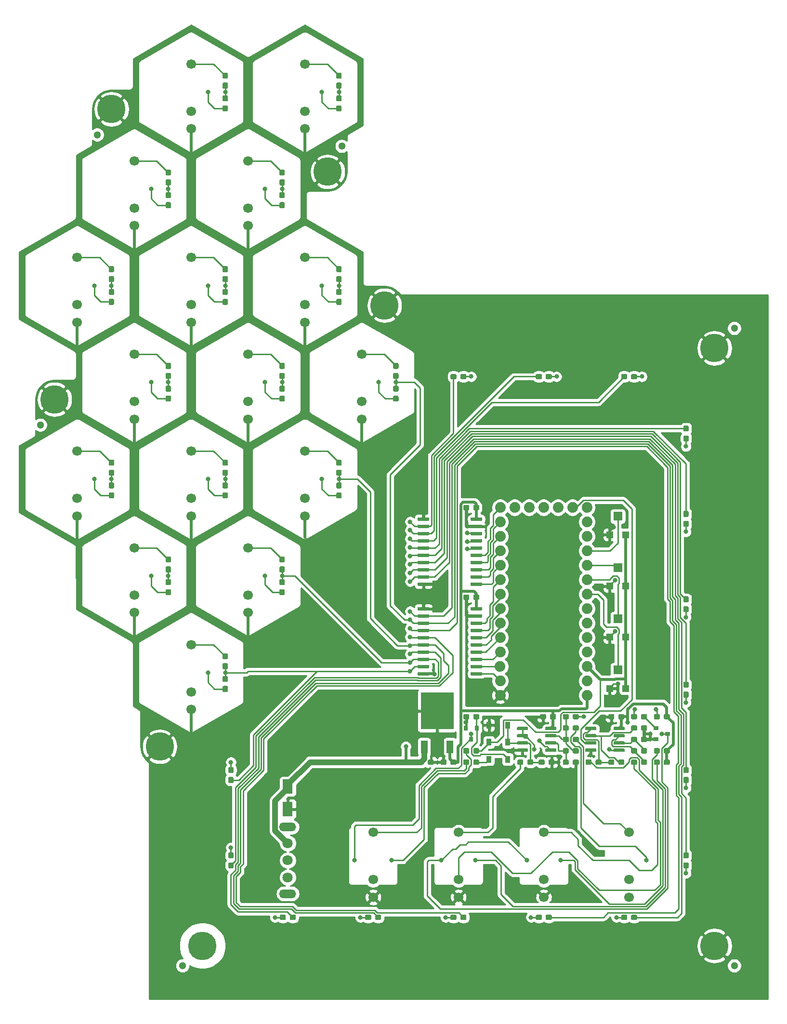
<source format=gbr>
G04 #@! TF.GenerationSoftware,KiCad,Pcbnew,(5.1.2-1)-1*
G04 #@! TF.CreationDate,2021-12-03T00:14:47-05:00*
G04 #@! TF.ProjectId,Wasp_Hive,57617370-5f48-4697-9665-2e6b69636164,rev?*
G04 #@! TF.SameCoordinates,Original*
G04 #@! TF.FileFunction,Copper,L1,Top*
G04 #@! TF.FilePolarity,Positive*
%FSLAX46Y46*%
G04 Gerber Fmt 4.6, Leading zero omitted, Abs format (unit mm)*
G04 Created by KiCad (PCBNEW (5.1.2-1)-1) date 2021-12-03 00:14:47*
%MOMM*%
%LPD*%
G04 APERTURE LIST*
%ADD10C,1.300000*%
%ADD11C,1.879600*%
%ADD12C,5.000000*%
%ADD13R,0.900000X1.200000*%
%ADD14R,1.800000X2.500000*%
%ADD15R,1.200000X1.200000*%
%ADD16R,1.600000X1.500000*%
%ADD17R,1.200000X2.200000*%
%ADD18R,5.800000X6.400000*%
%ADD19C,0.100000*%
%ADD20C,0.600000*%
%ADD21R,0.900000X0.800000*%
%ADD22R,0.800000X0.900000*%
%ADD23C,1.800000*%
%ADD24O,3.000000X1.500000*%
%ADD25C,0.950000*%
%ADD26C,1.700000*%
%ADD27C,0.800000*%
%ADD28C,0.500000*%
%ADD29C,0.250000*%
%ADD30C,1.000000*%
%ADD31C,0.254000*%
G04 APERTURE END LIST*
D10*
X21500000Y-133500000D03*
X74500000Y-84500000D03*
X31500000Y-82500000D03*
X143500000Y-116500000D03*
X46500000Y-228500000D03*
X143500000Y-228500000D03*
D11*
X102330000Y-175930000D03*
X117580000Y-181010000D03*
X104880000Y-147990000D03*
X112500000Y-147990000D03*
X102340000Y-181010000D03*
X109960000Y-147990000D03*
X117580000Y-178470000D03*
X115040000Y-147990000D03*
X117580000Y-173390000D03*
X117580000Y-170850000D03*
X117580000Y-168310000D03*
X117580000Y-165770000D03*
X117580000Y-163230000D03*
X117580000Y-160690000D03*
X117580000Y-158150000D03*
X117580000Y-155610000D03*
X117580000Y-153070000D03*
X117580000Y-150530000D03*
X117580000Y-147990000D03*
X102340000Y-147990000D03*
X102340000Y-150530000D03*
X102340000Y-153070000D03*
X102340000Y-155610000D03*
X102340000Y-158150000D03*
X102340000Y-160690000D03*
X102340000Y-163230000D03*
X102340000Y-165770000D03*
X102340000Y-168310000D03*
X117580000Y-175930000D03*
X107420000Y-147990000D03*
X102340000Y-170850000D03*
X102340000Y-173390000D03*
X102340000Y-178470000D03*
D12*
X72000000Y-89000000D03*
D13*
X103650000Y-186250000D03*
X100350000Y-186250000D03*
X103650000Y-189250000D03*
X100350000Y-189250000D03*
X100350000Y-192250000D03*
X103650000Y-192250000D03*
D14*
X65000000Y-197000000D03*
X65000000Y-201000000D03*
D12*
X140000000Y-225000000D03*
X34000000Y-78000000D03*
X140000000Y-120000000D03*
X24000000Y-129000000D03*
X50000000Y-225000000D03*
D15*
X121600000Y-179800000D03*
X124400000Y-179800000D03*
D16*
X123000000Y-176550000D03*
D17*
X88970000Y-190050000D03*
X93530000Y-190050000D03*
D18*
X91250000Y-183750000D03*
D15*
X121600000Y-152800000D03*
X124400000Y-152800000D03*
D16*
X123000000Y-149550000D03*
X123000000Y-158550000D03*
D15*
X124400000Y-161800000D03*
X121600000Y-161800000D03*
X121600000Y-170800000D03*
X124400000Y-170800000D03*
D16*
X123000000Y-167550000D03*
D19*
G36*
X99039703Y-149735722D02*
G01*
X99054264Y-149737882D01*
X99068543Y-149741459D01*
X99082403Y-149746418D01*
X99095710Y-149752712D01*
X99108336Y-149760280D01*
X99120159Y-149769048D01*
X99131066Y-149778934D01*
X99140952Y-149789841D01*
X99149720Y-149801664D01*
X99157288Y-149814290D01*
X99163582Y-149827597D01*
X99168541Y-149841457D01*
X99172118Y-149855736D01*
X99174278Y-149870297D01*
X99175000Y-149885000D01*
X99175000Y-150185000D01*
X99174278Y-150199703D01*
X99172118Y-150214264D01*
X99168541Y-150228543D01*
X99163582Y-150242403D01*
X99157288Y-150255710D01*
X99149720Y-150268336D01*
X99140952Y-150280159D01*
X99131066Y-150291066D01*
X99120159Y-150300952D01*
X99108336Y-150309720D01*
X99095710Y-150317288D01*
X99082403Y-150323582D01*
X99068543Y-150328541D01*
X99054264Y-150332118D01*
X99039703Y-150334278D01*
X99025000Y-150335000D01*
X97275000Y-150335000D01*
X97260297Y-150334278D01*
X97245736Y-150332118D01*
X97231457Y-150328541D01*
X97217597Y-150323582D01*
X97204290Y-150317288D01*
X97191664Y-150309720D01*
X97179841Y-150300952D01*
X97168934Y-150291066D01*
X97159048Y-150280159D01*
X97150280Y-150268336D01*
X97142712Y-150255710D01*
X97136418Y-150242403D01*
X97131459Y-150228543D01*
X97127882Y-150214264D01*
X97125722Y-150199703D01*
X97125000Y-150185000D01*
X97125000Y-149885000D01*
X97125722Y-149870297D01*
X97127882Y-149855736D01*
X97131459Y-149841457D01*
X97136418Y-149827597D01*
X97142712Y-149814290D01*
X97150280Y-149801664D01*
X97159048Y-149789841D01*
X97168934Y-149778934D01*
X97179841Y-149769048D01*
X97191664Y-149760280D01*
X97204290Y-149752712D01*
X97217597Y-149746418D01*
X97231457Y-149741459D01*
X97245736Y-149737882D01*
X97260297Y-149735722D01*
X97275000Y-149735000D01*
X99025000Y-149735000D01*
X99039703Y-149735722D01*
X99039703Y-149735722D01*
G37*
D20*
X98150000Y-150035000D03*
D19*
G36*
X99039703Y-151005722D02*
G01*
X99054264Y-151007882D01*
X99068543Y-151011459D01*
X99082403Y-151016418D01*
X99095710Y-151022712D01*
X99108336Y-151030280D01*
X99120159Y-151039048D01*
X99131066Y-151048934D01*
X99140952Y-151059841D01*
X99149720Y-151071664D01*
X99157288Y-151084290D01*
X99163582Y-151097597D01*
X99168541Y-151111457D01*
X99172118Y-151125736D01*
X99174278Y-151140297D01*
X99175000Y-151155000D01*
X99175000Y-151455000D01*
X99174278Y-151469703D01*
X99172118Y-151484264D01*
X99168541Y-151498543D01*
X99163582Y-151512403D01*
X99157288Y-151525710D01*
X99149720Y-151538336D01*
X99140952Y-151550159D01*
X99131066Y-151561066D01*
X99120159Y-151570952D01*
X99108336Y-151579720D01*
X99095710Y-151587288D01*
X99082403Y-151593582D01*
X99068543Y-151598541D01*
X99054264Y-151602118D01*
X99039703Y-151604278D01*
X99025000Y-151605000D01*
X97275000Y-151605000D01*
X97260297Y-151604278D01*
X97245736Y-151602118D01*
X97231457Y-151598541D01*
X97217597Y-151593582D01*
X97204290Y-151587288D01*
X97191664Y-151579720D01*
X97179841Y-151570952D01*
X97168934Y-151561066D01*
X97159048Y-151550159D01*
X97150280Y-151538336D01*
X97142712Y-151525710D01*
X97136418Y-151512403D01*
X97131459Y-151498543D01*
X97127882Y-151484264D01*
X97125722Y-151469703D01*
X97125000Y-151455000D01*
X97125000Y-151155000D01*
X97125722Y-151140297D01*
X97127882Y-151125736D01*
X97131459Y-151111457D01*
X97136418Y-151097597D01*
X97142712Y-151084290D01*
X97150280Y-151071664D01*
X97159048Y-151059841D01*
X97168934Y-151048934D01*
X97179841Y-151039048D01*
X97191664Y-151030280D01*
X97204290Y-151022712D01*
X97217597Y-151016418D01*
X97231457Y-151011459D01*
X97245736Y-151007882D01*
X97260297Y-151005722D01*
X97275000Y-151005000D01*
X99025000Y-151005000D01*
X99039703Y-151005722D01*
X99039703Y-151005722D01*
G37*
D20*
X98150000Y-151305000D03*
D19*
G36*
X99039703Y-152275722D02*
G01*
X99054264Y-152277882D01*
X99068543Y-152281459D01*
X99082403Y-152286418D01*
X99095710Y-152292712D01*
X99108336Y-152300280D01*
X99120159Y-152309048D01*
X99131066Y-152318934D01*
X99140952Y-152329841D01*
X99149720Y-152341664D01*
X99157288Y-152354290D01*
X99163582Y-152367597D01*
X99168541Y-152381457D01*
X99172118Y-152395736D01*
X99174278Y-152410297D01*
X99175000Y-152425000D01*
X99175000Y-152725000D01*
X99174278Y-152739703D01*
X99172118Y-152754264D01*
X99168541Y-152768543D01*
X99163582Y-152782403D01*
X99157288Y-152795710D01*
X99149720Y-152808336D01*
X99140952Y-152820159D01*
X99131066Y-152831066D01*
X99120159Y-152840952D01*
X99108336Y-152849720D01*
X99095710Y-152857288D01*
X99082403Y-152863582D01*
X99068543Y-152868541D01*
X99054264Y-152872118D01*
X99039703Y-152874278D01*
X99025000Y-152875000D01*
X97275000Y-152875000D01*
X97260297Y-152874278D01*
X97245736Y-152872118D01*
X97231457Y-152868541D01*
X97217597Y-152863582D01*
X97204290Y-152857288D01*
X97191664Y-152849720D01*
X97179841Y-152840952D01*
X97168934Y-152831066D01*
X97159048Y-152820159D01*
X97150280Y-152808336D01*
X97142712Y-152795710D01*
X97136418Y-152782403D01*
X97131459Y-152768543D01*
X97127882Y-152754264D01*
X97125722Y-152739703D01*
X97125000Y-152725000D01*
X97125000Y-152425000D01*
X97125722Y-152410297D01*
X97127882Y-152395736D01*
X97131459Y-152381457D01*
X97136418Y-152367597D01*
X97142712Y-152354290D01*
X97150280Y-152341664D01*
X97159048Y-152329841D01*
X97168934Y-152318934D01*
X97179841Y-152309048D01*
X97191664Y-152300280D01*
X97204290Y-152292712D01*
X97217597Y-152286418D01*
X97231457Y-152281459D01*
X97245736Y-152277882D01*
X97260297Y-152275722D01*
X97275000Y-152275000D01*
X99025000Y-152275000D01*
X99039703Y-152275722D01*
X99039703Y-152275722D01*
G37*
D20*
X98150000Y-152575000D03*
D19*
G36*
X99039703Y-153545722D02*
G01*
X99054264Y-153547882D01*
X99068543Y-153551459D01*
X99082403Y-153556418D01*
X99095710Y-153562712D01*
X99108336Y-153570280D01*
X99120159Y-153579048D01*
X99131066Y-153588934D01*
X99140952Y-153599841D01*
X99149720Y-153611664D01*
X99157288Y-153624290D01*
X99163582Y-153637597D01*
X99168541Y-153651457D01*
X99172118Y-153665736D01*
X99174278Y-153680297D01*
X99175000Y-153695000D01*
X99175000Y-153995000D01*
X99174278Y-154009703D01*
X99172118Y-154024264D01*
X99168541Y-154038543D01*
X99163582Y-154052403D01*
X99157288Y-154065710D01*
X99149720Y-154078336D01*
X99140952Y-154090159D01*
X99131066Y-154101066D01*
X99120159Y-154110952D01*
X99108336Y-154119720D01*
X99095710Y-154127288D01*
X99082403Y-154133582D01*
X99068543Y-154138541D01*
X99054264Y-154142118D01*
X99039703Y-154144278D01*
X99025000Y-154145000D01*
X97275000Y-154145000D01*
X97260297Y-154144278D01*
X97245736Y-154142118D01*
X97231457Y-154138541D01*
X97217597Y-154133582D01*
X97204290Y-154127288D01*
X97191664Y-154119720D01*
X97179841Y-154110952D01*
X97168934Y-154101066D01*
X97159048Y-154090159D01*
X97150280Y-154078336D01*
X97142712Y-154065710D01*
X97136418Y-154052403D01*
X97131459Y-154038543D01*
X97127882Y-154024264D01*
X97125722Y-154009703D01*
X97125000Y-153995000D01*
X97125000Y-153695000D01*
X97125722Y-153680297D01*
X97127882Y-153665736D01*
X97131459Y-153651457D01*
X97136418Y-153637597D01*
X97142712Y-153624290D01*
X97150280Y-153611664D01*
X97159048Y-153599841D01*
X97168934Y-153588934D01*
X97179841Y-153579048D01*
X97191664Y-153570280D01*
X97204290Y-153562712D01*
X97217597Y-153556418D01*
X97231457Y-153551459D01*
X97245736Y-153547882D01*
X97260297Y-153545722D01*
X97275000Y-153545000D01*
X99025000Y-153545000D01*
X99039703Y-153545722D01*
X99039703Y-153545722D01*
G37*
D20*
X98150000Y-153845000D03*
D19*
G36*
X99039703Y-154815722D02*
G01*
X99054264Y-154817882D01*
X99068543Y-154821459D01*
X99082403Y-154826418D01*
X99095710Y-154832712D01*
X99108336Y-154840280D01*
X99120159Y-154849048D01*
X99131066Y-154858934D01*
X99140952Y-154869841D01*
X99149720Y-154881664D01*
X99157288Y-154894290D01*
X99163582Y-154907597D01*
X99168541Y-154921457D01*
X99172118Y-154935736D01*
X99174278Y-154950297D01*
X99175000Y-154965000D01*
X99175000Y-155265000D01*
X99174278Y-155279703D01*
X99172118Y-155294264D01*
X99168541Y-155308543D01*
X99163582Y-155322403D01*
X99157288Y-155335710D01*
X99149720Y-155348336D01*
X99140952Y-155360159D01*
X99131066Y-155371066D01*
X99120159Y-155380952D01*
X99108336Y-155389720D01*
X99095710Y-155397288D01*
X99082403Y-155403582D01*
X99068543Y-155408541D01*
X99054264Y-155412118D01*
X99039703Y-155414278D01*
X99025000Y-155415000D01*
X97275000Y-155415000D01*
X97260297Y-155414278D01*
X97245736Y-155412118D01*
X97231457Y-155408541D01*
X97217597Y-155403582D01*
X97204290Y-155397288D01*
X97191664Y-155389720D01*
X97179841Y-155380952D01*
X97168934Y-155371066D01*
X97159048Y-155360159D01*
X97150280Y-155348336D01*
X97142712Y-155335710D01*
X97136418Y-155322403D01*
X97131459Y-155308543D01*
X97127882Y-155294264D01*
X97125722Y-155279703D01*
X97125000Y-155265000D01*
X97125000Y-154965000D01*
X97125722Y-154950297D01*
X97127882Y-154935736D01*
X97131459Y-154921457D01*
X97136418Y-154907597D01*
X97142712Y-154894290D01*
X97150280Y-154881664D01*
X97159048Y-154869841D01*
X97168934Y-154858934D01*
X97179841Y-154849048D01*
X97191664Y-154840280D01*
X97204290Y-154832712D01*
X97217597Y-154826418D01*
X97231457Y-154821459D01*
X97245736Y-154817882D01*
X97260297Y-154815722D01*
X97275000Y-154815000D01*
X99025000Y-154815000D01*
X99039703Y-154815722D01*
X99039703Y-154815722D01*
G37*
D20*
X98150000Y-155115000D03*
D19*
G36*
X99039703Y-156085722D02*
G01*
X99054264Y-156087882D01*
X99068543Y-156091459D01*
X99082403Y-156096418D01*
X99095710Y-156102712D01*
X99108336Y-156110280D01*
X99120159Y-156119048D01*
X99131066Y-156128934D01*
X99140952Y-156139841D01*
X99149720Y-156151664D01*
X99157288Y-156164290D01*
X99163582Y-156177597D01*
X99168541Y-156191457D01*
X99172118Y-156205736D01*
X99174278Y-156220297D01*
X99175000Y-156235000D01*
X99175000Y-156535000D01*
X99174278Y-156549703D01*
X99172118Y-156564264D01*
X99168541Y-156578543D01*
X99163582Y-156592403D01*
X99157288Y-156605710D01*
X99149720Y-156618336D01*
X99140952Y-156630159D01*
X99131066Y-156641066D01*
X99120159Y-156650952D01*
X99108336Y-156659720D01*
X99095710Y-156667288D01*
X99082403Y-156673582D01*
X99068543Y-156678541D01*
X99054264Y-156682118D01*
X99039703Y-156684278D01*
X99025000Y-156685000D01*
X97275000Y-156685000D01*
X97260297Y-156684278D01*
X97245736Y-156682118D01*
X97231457Y-156678541D01*
X97217597Y-156673582D01*
X97204290Y-156667288D01*
X97191664Y-156659720D01*
X97179841Y-156650952D01*
X97168934Y-156641066D01*
X97159048Y-156630159D01*
X97150280Y-156618336D01*
X97142712Y-156605710D01*
X97136418Y-156592403D01*
X97131459Y-156578543D01*
X97127882Y-156564264D01*
X97125722Y-156549703D01*
X97125000Y-156535000D01*
X97125000Y-156235000D01*
X97125722Y-156220297D01*
X97127882Y-156205736D01*
X97131459Y-156191457D01*
X97136418Y-156177597D01*
X97142712Y-156164290D01*
X97150280Y-156151664D01*
X97159048Y-156139841D01*
X97168934Y-156128934D01*
X97179841Y-156119048D01*
X97191664Y-156110280D01*
X97204290Y-156102712D01*
X97217597Y-156096418D01*
X97231457Y-156091459D01*
X97245736Y-156087882D01*
X97260297Y-156085722D01*
X97275000Y-156085000D01*
X99025000Y-156085000D01*
X99039703Y-156085722D01*
X99039703Y-156085722D01*
G37*
D20*
X98150000Y-156385000D03*
D19*
G36*
X99039703Y-157355722D02*
G01*
X99054264Y-157357882D01*
X99068543Y-157361459D01*
X99082403Y-157366418D01*
X99095710Y-157372712D01*
X99108336Y-157380280D01*
X99120159Y-157389048D01*
X99131066Y-157398934D01*
X99140952Y-157409841D01*
X99149720Y-157421664D01*
X99157288Y-157434290D01*
X99163582Y-157447597D01*
X99168541Y-157461457D01*
X99172118Y-157475736D01*
X99174278Y-157490297D01*
X99175000Y-157505000D01*
X99175000Y-157805000D01*
X99174278Y-157819703D01*
X99172118Y-157834264D01*
X99168541Y-157848543D01*
X99163582Y-157862403D01*
X99157288Y-157875710D01*
X99149720Y-157888336D01*
X99140952Y-157900159D01*
X99131066Y-157911066D01*
X99120159Y-157920952D01*
X99108336Y-157929720D01*
X99095710Y-157937288D01*
X99082403Y-157943582D01*
X99068543Y-157948541D01*
X99054264Y-157952118D01*
X99039703Y-157954278D01*
X99025000Y-157955000D01*
X97275000Y-157955000D01*
X97260297Y-157954278D01*
X97245736Y-157952118D01*
X97231457Y-157948541D01*
X97217597Y-157943582D01*
X97204290Y-157937288D01*
X97191664Y-157929720D01*
X97179841Y-157920952D01*
X97168934Y-157911066D01*
X97159048Y-157900159D01*
X97150280Y-157888336D01*
X97142712Y-157875710D01*
X97136418Y-157862403D01*
X97131459Y-157848543D01*
X97127882Y-157834264D01*
X97125722Y-157819703D01*
X97125000Y-157805000D01*
X97125000Y-157505000D01*
X97125722Y-157490297D01*
X97127882Y-157475736D01*
X97131459Y-157461457D01*
X97136418Y-157447597D01*
X97142712Y-157434290D01*
X97150280Y-157421664D01*
X97159048Y-157409841D01*
X97168934Y-157398934D01*
X97179841Y-157389048D01*
X97191664Y-157380280D01*
X97204290Y-157372712D01*
X97217597Y-157366418D01*
X97231457Y-157361459D01*
X97245736Y-157357882D01*
X97260297Y-157355722D01*
X97275000Y-157355000D01*
X99025000Y-157355000D01*
X99039703Y-157355722D01*
X99039703Y-157355722D01*
G37*
D20*
X98150000Y-157655000D03*
D19*
G36*
X99039703Y-158625722D02*
G01*
X99054264Y-158627882D01*
X99068543Y-158631459D01*
X99082403Y-158636418D01*
X99095710Y-158642712D01*
X99108336Y-158650280D01*
X99120159Y-158659048D01*
X99131066Y-158668934D01*
X99140952Y-158679841D01*
X99149720Y-158691664D01*
X99157288Y-158704290D01*
X99163582Y-158717597D01*
X99168541Y-158731457D01*
X99172118Y-158745736D01*
X99174278Y-158760297D01*
X99175000Y-158775000D01*
X99175000Y-159075000D01*
X99174278Y-159089703D01*
X99172118Y-159104264D01*
X99168541Y-159118543D01*
X99163582Y-159132403D01*
X99157288Y-159145710D01*
X99149720Y-159158336D01*
X99140952Y-159170159D01*
X99131066Y-159181066D01*
X99120159Y-159190952D01*
X99108336Y-159199720D01*
X99095710Y-159207288D01*
X99082403Y-159213582D01*
X99068543Y-159218541D01*
X99054264Y-159222118D01*
X99039703Y-159224278D01*
X99025000Y-159225000D01*
X97275000Y-159225000D01*
X97260297Y-159224278D01*
X97245736Y-159222118D01*
X97231457Y-159218541D01*
X97217597Y-159213582D01*
X97204290Y-159207288D01*
X97191664Y-159199720D01*
X97179841Y-159190952D01*
X97168934Y-159181066D01*
X97159048Y-159170159D01*
X97150280Y-159158336D01*
X97142712Y-159145710D01*
X97136418Y-159132403D01*
X97131459Y-159118543D01*
X97127882Y-159104264D01*
X97125722Y-159089703D01*
X97125000Y-159075000D01*
X97125000Y-158775000D01*
X97125722Y-158760297D01*
X97127882Y-158745736D01*
X97131459Y-158731457D01*
X97136418Y-158717597D01*
X97142712Y-158704290D01*
X97150280Y-158691664D01*
X97159048Y-158679841D01*
X97168934Y-158668934D01*
X97179841Y-158659048D01*
X97191664Y-158650280D01*
X97204290Y-158642712D01*
X97217597Y-158636418D01*
X97231457Y-158631459D01*
X97245736Y-158627882D01*
X97260297Y-158625722D01*
X97275000Y-158625000D01*
X99025000Y-158625000D01*
X99039703Y-158625722D01*
X99039703Y-158625722D01*
G37*
D20*
X98150000Y-158925000D03*
D19*
G36*
X99039703Y-159895722D02*
G01*
X99054264Y-159897882D01*
X99068543Y-159901459D01*
X99082403Y-159906418D01*
X99095710Y-159912712D01*
X99108336Y-159920280D01*
X99120159Y-159929048D01*
X99131066Y-159938934D01*
X99140952Y-159949841D01*
X99149720Y-159961664D01*
X99157288Y-159974290D01*
X99163582Y-159987597D01*
X99168541Y-160001457D01*
X99172118Y-160015736D01*
X99174278Y-160030297D01*
X99175000Y-160045000D01*
X99175000Y-160345000D01*
X99174278Y-160359703D01*
X99172118Y-160374264D01*
X99168541Y-160388543D01*
X99163582Y-160402403D01*
X99157288Y-160415710D01*
X99149720Y-160428336D01*
X99140952Y-160440159D01*
X99131066Y-160451066D01*
X99120159Y-160460952D01*
X99108336Y-160469720D01*
X99095710Y-160477288D01*
X99082403Y-160483582D01*
X99068543Y-160488541D01*
X99054264Y-160492118D01*
X99039703Y-160494278D01*
X99025000Y-160495000D01*
X97275000Y-160495000D01*
X97260297Y-160494278D01*
X97245736Y-160492118D01*
X97231457Y-160488541D01*
X97217597Y-160483582D01*
X97204290Y-160477288D01*
X97191664Y-160469720D01*
X97179841Y-160460952D01*
X97168934Y-160451066D01*
X97159048Y-160440159D01*
X97150280Y-160428336D01*
X97142712Y-160415710D01*
X97136418Y-160402403D01*
X97131459Y-160388543D01*
X97127882Y-160374264D01*
X97125722Y-160359703D01*
X97125000Y-160345000D01*
X97125000Y-160045000D01*
X97125722Y-160030297D01*
X97127882Y-160015736D01*
X97131459Y-160001457D01*
X97136418Y-159987597D01*
X97142712Y-159974290D01*
X97150280Y-159961664D01*
X97159048Y-159949841D01*
X97168934Y-159938934D01*
X97179841Y-159929048D01*
X97191664Y-159920280D01*
X97204290Y-159912712D01*
X97217597Y-159906418D01*
X97231457Y-159901459D01*
X97245736Y-159897882D01*
X97260297Y-159895722D01*
X97275000Y-159895000D01*
X99025000Y-159895000D01*
X99039703Y-159895722D01*
X99039703Y-159895722D01*
G37*
D20*
X98150000Y-160195000D03*
D19*
G36*
X99039703Y-161165722D02*
G01*
X99054264Y-161167882D01*
X99068543Y-161171459D01*
X99082403Y-161176418D01*
X99095710Y-161182712D01*
X99108336Y-161190280D01*
X99120159Y-161199048D01*
X99131066Y-161208934D01*
X99140952Y-161219841D01*
X99149720Y-161231664D01*
X99157288Y-161244290D01*
X99163582Y-161257597D01*
X99168541Y-161271457D01*
X99172118Y-161285736D01*
X99174278Y-161300297D01*
X99175000Y-161315000D01*
X99175000Y-161615000D01*
X99174278Y-161629703D01*
X99172118Y-161644264D01*
X99168541Y-161658543D01*
X99163582Y-161672403D01*
X99157288Y-161685710D01*
X99149720Y-161698336D01*
X99140952Y-161710159D01*
X99131066Y-161721066D01*
X99120159Y-161730952D01*
X99108336Y-161739720D01*
X99095710Y-161747288D01*
X99082403Y-161753582D01*
X99068543Y-161758541D01*
X99054264Y-161762118D01*
X99039703Y-161764278D01*
X99025000Y-161765000D01*
X97275000Y-161765000D01*
X97260297Y-161764278D01*
X97245736Y-161762118D01*
X97231457Y-161758541D01*
X97217597Y-161753582D01*
X97204290Y-161747288D01*
X97191664Y-161739720D01*
X97179841Y-161730952D01*
X97168934Y-161721066D01*
X97159048Y-161710159D01*
X97150280Y-161698336D01*
X97142712Y-161685710D01*
X97136418Y-161672403D01*
X97131459Y-161658543D01*
X97127882Y-161644264D01*
X97125722Y-161629703D01*
X97125000Y-161615000D01*
X97125000Y-161315000D01*
X97125722Y-161300297D01*
X97127882Y-161285736D01*
X97131459Y-161271457D01*
X97136418Y-161257597D01*
X97142712Y-161244290D01*
X97150280Y-161231664D01*
X97159048Y-161219841D01*
X97168934Y-161208934D01*
X97179841Y-161199048D01*
X97191664Y-161190280D01*
X97204290Y-161182712D01*
X97217597Y-161176418D01*
X97231457Y-161171459D01*
X97245736Y-161167882D01*
X97260297Y-161165722D01*
X97275000Y-161165000D01*
X99025000Y-161165000D01*
X99039703Y-161165722D01*
X99039703Y-161165722D01*
G37*
D20*
X98150000Y-161465000D03*
D19*
G36*
X89739703Y-161165722D02*
G01*
X89754264Y-161167882D01*
X89768543Y-161171459D01*
X89782403Y-161176418D01*
X89795710Y-161182712D01*
X89808336Y-161190280D01*
X89820159Y-161199048D01*
X89831066Y-161208934D01*
X89840952Y-161219841D01*
X89849720Y-161231664D01*
X89857288Y-161244290D01*
X89863582Y-161257597D01*
X89868541Y-161271457D01*
X89872118Y-161285736D01*
X89874278Y-161300297D01*
X89875000Y-161315000D01*
X89875000Y-161615000D01*
X89874278Y-161629703D01*
X89872118Y-161644264D01*
X89868541Y-161658543D01*
X89863582Y-161672403D01*
X89857288Y-161685710D01*
X89849720Y-161698336D01*
X89840952Y-161710159D01*
X89831066Y-161721066D01*
X89820159Y-161730952D01*
X89808336Y-161739720D01*
X89795710Y-161747288D01*
X89782403Y-161753582D01*
X89768543Y-161758541D01*
X89754264Y-161762118D01*
X89739703Y-161764278D01*
X89725000Y-161765000D01*
X87975000Y-161765000D01*
X87960297Y-161764278D01*
X87945736Y-161762118D01*
X87931457Y-161758541D01*
X87917597Y-161753582D01*
X87904290Y-161747288D01*
X87891664Y-161739720D01*
X87879841Y-161730952D01*
X87868934Y-161721066D01*
X87859048Y-161710159D01*
X87850280Y-161698336D01*
X87842712Y-161685710D01*
X87836418Y-161672403D01*
X87831459Y-161658543D01*
X87827882Y-161644264D01*
X87825722Y-161629703D01*
X87825000Y-161615000D01*
X87825000Y-161315000D01*
X87825722Y-161300297D01*
X87827882Y-161285736D01*
X87831459Y-161271457D01*
X87836418Y-161257597D01*
X87842712Y-161244290D01*
X87850280Y-161231664D01*
X87859048Y-161219841D01*
X87868934Y-161208934D01*
X87879841Y-161199048D01*
X87891664Y-161190280D01*
X87904290Y-161182712D01*
X87917597Y-161176418D01*
X87931457Y-161171459D01*
X87945736Y-161167882D01*
X87960297Y-161165722D01*
X87975000Y-161165000D01*
X89725000Y-161165000D01*
X89739703Y-161165722D01*
X89739703Y-161165722D01*
G37*
D20*
X88850000Y-161465000D03*
D19*
G36*
X89739703Y-159895722D02*
G01*
X89754264Y-159897882D01*
X89768543Y-159901459D01*
X89782403Y-159906418D01*
X89795710Y-159912712D01*
X89808336Y-159920280D01*
X89820159Y-159929048D01*
X89831066Y-159938934D01*
X89840952Y-159949841D01*
X89849720Y-159961664D01*
X89857288Y-159974290D01*
X89863582Y-159987597D01*
X89868541Y-160001457D01*
X89872118Y-160015736D01*
X89874278Y-160030297D01*
X89875000Y-160045000D01*
X89875000Y-160345000D01*
X89874278Y-160359703D01*
X89872118Y-160374264D01*
X89868541Y-160388543D01*
X89863582Y-160402403D01*
X89857288Y-160415710D01*
X89849720Y-160428336D01*
X89840952Y-160440159D01*
X89831066Y-160451066D01*
X89820159Y-160460952D01*
X89808336Y-160469720D01*
X89795710Y-160477288D01*
X89782403Y-160483582D01*
X89768543Y-160488541D01*
X89754264Y-160492118D01*
X89739703Y-160494278D01*
X89725000Y-160495000D01*
X87975000Y-160495000D01*
X87960297Y-160494278D01*
X87945736Y-160492118D01*
X87931457Y-160488541D01*
X87917597Y-160483582D01*
X87904290Y-160477288D01*
X87891664Y-160469720D01*
X87879841Y-160460952D01*
X87868934Y-160451066D01*
X87859048Y-160440159D01*
X87850280Y-160428336D01*
X87842712Y-160415710D01*
X87836418Y-160402403D01*
X87831459Y-160388543D01*
X87827882Y-160374264D01*
X87825722Y-160359703D01*
X87825000Y-160345000D01*
X87825000Y-160045000D01*
X87825722Y-160030297D01*
X87827882Y-160015736D01*
X87831459Y-160001457D01*
X87836418Y-159987597D01*
X87842712Y-159974290D01*
X87850280Y-159961664D01*
X87859048Y-159949841D01*
X87868934Y-159938934D01*
X87879841Y-159929048D01*
X87891664Y-159920280D01*
X87904290Y-159912712D01*
X87917597Y-159906418D01*
X87931457Y-159901459D01*
X87945736Y-159897882D01*
X87960297Y-159895722D01*
X87975000Y-159895000D01*
X89725000Y-159895000D01*
X89739703Y-159895722D01*
X89739703Y-159895722D01*
G37*
D20*
X88850000Y-160195000D03*
D19*
G36*
X89739703Y-158625722D02*
G01*
X89754264Y-158627882D01*
X89768543Y-158631459D01*
X89782403Y-158636418D01*
X89795710Y-158642712D01*
X89808336Y-158650280D01*
X89820159Y-158659048D01*
X89831066Y-158668934D01*
X89840952Y-158679841D01*
X89849720Y-158691664D01*
X89857288Y-158704290D01*
X89863582Y-158717597D01*
X89868541Y-158731457D01*
X89872118Y-158745736D01*
X89874278Y-158760297D01*
X89875000Y-158775000D01*
X89875000Y-159075000D01*
X89874278Y-159089703D01*
X89872118Y-159104264D01*
X89868541Y-159118543D01*
X89863582Y-159132403D01*
X89857288Y-159145710D01*
X89849720Y-159158336D01*
X89840952Y-159170159D01*
X89831066Y-159181066D01*
X89820159Y-159190952D01*
X89808336Y-159199720D01*
X89795710Y-159207288D01*
X89782403Y-159213582D01*
X89768543Y-159218541D01*
X89754264Y-159222118D01*
X89739703Y-159224278D01*
X89725000Y-159225000D01*
X87975000Y-159225000D01*
X87960297Y-159224278D01*
X87945736Y-159222118D01*
X87931457Y-159218541D01*
X87917597Y-159213582D01*
X87904290Y-159207288D01*
X87891664Y-159199720D01*
X87879841Y-159190952D01*
X87868934Y-159181066D01*
X87859048Y-159170159D01*
X87850280Y-159158336D01*
X87842712Y-159145710D01*
X87836418Y-159132403D01*
X87831459Y-159118543D01*
X87827882Y-159104264D01*
X87825722Y-159089703D01*
X87825000Y-159075000D01*
X87825000Y-158775000D01*
X87825722Y-158760297D01*
X87827882Y-158745736D01*
X87831459Y-158731457D01*
X87836418Y-158717597D01*
X87842712Y-158704290D01*
X87850280Y-158691664D01*
X87859048Y-158679841D01*
X87868934Y-158668934D01*
X87879841Y-158659048D01*
X87891664Y-158650280D01*
X87904290Y-158642712D01*
X87917597Y-158636418D01*
X87931457Y-158631459D01*
X87945736Y-158627882D01*
X87960297Y-158625722D01*
X87975000Y-158625000D01*
X89725000Y-158625000D01*
X89739703Y-158625722D01*
X89739703Y-158625722D01*
G37*
D20*
X88850000Y-158925000D03*
D19*
G36*
X89739703Y-157355722D02*
G01*
X89754264Y-157357882D01*
X89768543Y-157361459D01*
X89782403Y-157366418D01*
X89795710Y-157372712D01*
X89808336Y-157380280D01*
X89820159Y-157389048D01*
X89831066Y-157398934D01*
X89840952Y-157409841D01*
X89849720Y-157421664D01*
X89857288Y-157434290D01*
X89863582Y-157447597D01*
X89868541Y-157461457D01*
X89872118Y-157475736D01*
X89874278Y-157490297D01*
X89875000Y-157505000D01*
X89875000Y-157805000D01*
X89874278Y-157819703D01*
X89872118Y-157834264D01*
X89868541Y-157848543D01*
X89863582Y-157862403D01*
X89857288Y-157875710D01*
X89849720Y-157888336D01*
X89840952Y-157900159D01*
X89831066Y-157911066D01*
X89820159Y-157920952D01*
X89808336Y-157929720D01*
X89795710Y-157937288D01*
X89782403Y-157943582D01*
X89768543Y-157948541D01*
X89754264Y-157952118D01*
X89739703Y-157954278D01*
X89725000Y-157955000D01*
X87975000Y-157955000D01*
X87960297Y-157954278D01*
X87945736Y-157952118D01*
X87931457Y-157948541D01*
X87917597Y-157943582D01*
X87904290Y-157937288D01*
X87891664Y-157929720D01*
X87879841Y-157920952D01*
X87868934Y-157911066D01*
X87859048Y-157900159D01*
X87850280Y-157888336D01*
X87842712Y-157875710D01*
X87836418Y-157862403D01*
X87831459Y-157848543D01*
X87827882Y-157834264D01*
X87825722Y-157819703D01*
X87825000Y-157805000D01*
X87825000Y-157505000D01*
X87825722Y-157490297D01*
X87827882Y-157475736D01*
X87831459Y-157461457D01*
X87836418Y-157447597D01*
X87842712Y-157434290D01*
X87850280Y-157421664D01*
X87859048Y-157409841D01*
X87868934Y-157398934D01*
X87879841Y-157389048D01*
X87891664Y-157380280D01*
X87904290Y-157372712D01*
X87917597Y-157366418D01*
X87931457Y-157361459D01*
X87945736Y-157357882D01*
X87960297Y-157355722D01*
X87975000Y-157355000D01*
X89725000Y-157355000D01*
X89739703Y-157355722D01*
X89739703Y-157355722D01*
G37*
D20*
X88850000Y-157655000D03*
D19*
G36*
X89739703Y-156085722D02*
G01*
X89754264Y-156087882D01*
X89768543Y-156091459D01*
X89782403Y-156096418D01*
X89795710Y-156102712D01*
X89808336Y-156110280D01*
X89820159Y-156119048D01*
X89831066Y-156128934D01*
X89840952Y-156139841D01*
X89849720Y-156151664D01*
X89857288Y-156164290D01*
X89863582Y-156177597D01*
X89868541Y-156191457D01*
X89872118Y-156205736D01*
X89874278Y-156220297D01*
X89875000Y-156235000D01*
X89875000Y-156535000D01*
X89874278Y-156549703D01*
X89872118Y-156564264D01*
X89868541Y-156578543D01*
X89863582Y-156592403D01*
X89857288Y-156605710D01*
X89849720Y-156618336D01*
X89840952Y-156630159D01*
X89831066Y-156641066D01*
X89820159Y-156650952D01*
X89808336Y-156659720D01*
X89795710Y-156667288D01*
X89782403Y-156673582D01*
X89768543Y-156678541D01*
X89754264Y-156682118D01*
X89739703Y-156684278D01*
X89725000Y-156685000D01*
X87975000Y-156685000D01*
X87960297Y-156684278D01*
X87945736Y-156682118D01*
X87931457Y-156678541D01*
X87917597Y-156673582D01*
X87904290Y-156667288D01*
X87891664Y-156659720D01*
X87879841Y-156650952D01*
X87868934Y-156641066D01*
X87859048Y-156630159D01*
X87850280Y-156618336D01*
X87842712Y-156605710D01*
X87836418Y-156592403D01*
X87831459Y-156578543D01*
X87827882Y-156564264D01*
X87825722Y-156549703D01*
X87825000Y-156535000D01*
X87825000Y-156235000D01*
X87825722Y-156220297D01*
X87827882Y-156205736D01*
X87831459Y-156191457D01*
X87836418Y-156177597D01*
X87842712Y-156164290D01*
X87850280Y-156151664D01*
X87859048Y-156139841D01*
X87868934Y-156128934D01*
X87879841Y-156119048D01*
X87891664Y-156110280D01*
X87904290Y-156102712D01*
X87917597Y-156096418D01*
X87931457Y-156091459D01*
X87945736Y-156087882D01*
X87960297Y-156085722D01*
X87975000Y-156085000D01*
X89725000Y-156085000D01*
X89739703Y-156085722D01*
X89739703Y-156085722D01*
G37*
D20*
X88850000Y-156385000D03*
D19*
G36*
X89739703Y-154815722D02*
G01*
X89754264Y-154817882D01*
X89768543Y-154821459D01*
X89782403Y-154826418D01*
X89795710Y-154832712D01*
X89808336Y-154840280D01*
X89820159Y-154849048D01*
X89831066Y-154858934D01*
X89840952Y-154869841D01*
X89849720Y-154881664D01*
X89857288Y-154894290D01*
X89863582Y-154907597D01*
X89868541Y-154921457D01*
X89872118Y-154935736D01*
X89874278Y-154950297D01*
X89875000Y-154965000D01*
X89875000Y-155265000D01*
X89874278Y-155279703D01*
X89872118Y-155294264D01*
X89868541Y-155308543D01*
X89863582Y-155322403D01*
X89857288Y-155335710D01*
X89849720Y-155348336D01*
X89840952Y-155360159D01*
X89831066Y-155371066D01*
X89820159Y-155380952D01*
X89808336Y-155389720D01*
X89795710Y-155397288D01*
X89782403Y-155403582D01*
X89768543Y-155408541D01*
X89754264Y-155412118D01*
X89739703Y-155414278D01*
X89725000Y-155415000D01*
X87975000Y-155415000D01*
X87960297Y-155414278D01*
X87945736Y-155412118D01*
X87931457Y-155408541D01*
X87917597Y-155403582D01*
X87904290Y-155397288D01*
X87891664Y-155389720D01*
X87879841Y-155380952D01*
X87868934Y-155371066D01*
X87859048Y-155360159D01*
X87850280Y-155348336D01*
X87842712Y-155335710D01*
X87836418Y-155322403D01*
X87831459Y-155308543D01*
X87827882Y-155294264D01*
X87825722Y-155279703D01*
X87825000Y-155265000D01*
X87825000Y-154965000D01*
X87825722Y-154950297D01*
X87827882Y-154935736D01*
X87831459Y-154921457D01*
X87836418Y-154907597D01*
X87842712Y-154894290D01*
X87850280Y-154881664D01*
X87859048Y-154869841D01*
X87868934Y-154858934D01*
X87879841Y-154849048D01*
X87891664Y-154840280D01*
X87904290Y-154832712D01*
X87917597Y-154826418D01*
X87931457Y-154821459D01*
X87945736Y-154817882D01*
X87960297Y-154815722D01*
X87975000Y-154815000D01*
X89725000Y-154815000D01*
X89739703Y-154815722D01*
X89739703Y-154815722D01*
G37*
D20*
X88850000Y-155115000D03*
D19*
G36*
X89739703Y-153545722D02*
G01*
X89754264Y-153547882D01*
X89768543Y-153551459D01*
X89782403Y-153556418D01*
X89795710Y-153562712D01*
X89808336Y-153570280D01*
X89820159Y-153579048D01*
X89831066Y-153588934D01*
X89840952Y-153599841D01*
X89849720Y-153611664D01*
X89857288Y-153624290D01*
X89863582Y-153637597D01*
X89868541Y-153651457D01*
X89872118Y-153665736D01*
X89874278Y-153680297D01*
X89875000Y-153695000D01*
X89875000Y-153995000D01*
X89874278Y-154009703D01*
X89872118Y-154024264D01*
X89868541Y-154038543D01*
X89863582Y-154052403D01*
X89857288Y-154065710D01*
X89849720Y-154078336D01*
X89840952Y-154090159D01*
X89831066Y-154101066D01*
X89820159Y-154110952D01*
X89808336Y-154119720D01*
X89795710Y-154127288D01*
X89782403Y-154133582D01*
X89768543Y-154138541D01*
X89754264Y-154142118D01*
X89739703Y-154144278D01*
X89725000Y-154145000D01*
X87975000Y-154145000D01*
X87960297Y-154144278D01*
X87945736Y-154142118D01*
X87931457Y-154138541D01*
X87917597Y-154133582D01*
X87904290Y-154127288D01*
X87891664Y-154119720D01*
X87879841Y-154110952D01*
X87868934Y-154101066D01*
X87859048Y-154090159D01*
X87850280Y-154078336D01*
X87842712Y-154065710D01*
X87836418Y-154052403D01*
X87831459Y-154038543D01*
X87827882Y-154024264D01*
X87825722Y-154009703D01*
X87825000Y-153995000D01*
X87825000Y-153695000D01*
X87825722Y-153680297D01*
X87827882Y-153665736D01*
X87831459Y-153651457D01*
X87836418Y-153637597D01*
X87842712Y-153624290D01*
X87850280Y-153611664D01*
X87859048Y-153599841D01*
X87868934Y-153588934D01*
X87879841Y-153579048D01*
X87891664Y-153570280D01*
X87904290Y-153562712D01*
X87917597Y-153556418D01*
X87931457Y-153551459D01*
X87945736Y-153547882D01*
X87960297Y-153545722D01*
X87975000Y-153545000D01*
X89725000Y-153545000D01*
X89739703Y-153545722D01*
X89739703Y-153545722D01*
G37*
D20*
X88850000Y-153845000D03*
D19*
G36*
X89739703Y-152275722D02*
G01*
X89754264Y-152277882D01*
X89768543Y-152281459D01*
X89782403Y-152286418D01*
X89795710Y-152292712D01*
X89808336Y-152300280D01*
X89820159Y-152309048D01*
X89831066Y-152318934D01*
X89840952Y-152329841D01*
X89849720Y-152341664D01*
X89857288Y-152354290D01*
X89863582Y-152367597D01*
X89868541Y-152381457D01*
X89872118Y-152395736D01*
X89874278Y-152410297D01*
X89875000Y-152425000D01*
X89875000Y-152725000D01*
X89874278Y-152739703D01*
X89872118Y-152754264D01*
X89868541Y-152768543D01*
X89863582Y-152782403D01*
X89857288Y-152795710D01*
X89849720Y-152808336D01*
X89840952Y-152820159D01*
X89831066Y-152831066D01*
X89820159Y-152840952D01*
X89808336Y-152849720D01*
X89795710Y-152857288D01*
X89782403Y-152863582D01*
X89768543Y-152868541D01*
X89754264Y-152872118D01*
X89739703Y-152874278D01*
X89725000Y-152875000D01*
X87975000Y-152875000D01*
X87960297Y-152874278D01*
X87945736Y-152872118D01*
X87931457Y-152868541D01*
X87917597Y-152863582D01*
X87904290Y-152857288D01*
X87891664Y-152849720D01*
X87879841Y-152840952D01*
X87868934Y-152831066D01*
X87859048Y-152820159D01*
X87850280Y-152808336D01*
X87842712Y-152795710D01*
X87836418Y-152782403D01*
X87831459Y-152768543D01*
X87827882Y-152754264D01*
X87825722Y-152739703D01*
X87825000Y-152725000D01*
X87825000Y-152425000D01*
X87825722Y-152410297D01*
X87827882Y-152395736D01*
X87831459Y-152381457D01*
X87836418Y-152367597D01*
X87842712Y-152354290D01*
X87850280Y-152341664D01*
X87859048Y-152329841D01*
X87868934Y-152318934D01*
X87879841Y-152309048D01*
X87891664Y-152300280D01*
X87904290Y-152292712D01*
X87917597Y-152286418D01*
X87931457Y-152281459D01*
X87945736Y-152277882D01*
X87960297Y-152275722D01*
X87975000Y-152275000D01*
X89725000Y-152275000D01*
X89739703Y-152275722D01*
X89739703Y-152275722D01*
G37*
D20*
X88850000Y-152575000D03*
D19*
G36*
X89739703Y-151005722D02*
G01*
X89754264Y-151007882D01*
X89768543Y-151011459D01*
X89782403Y-151016418D01*
X89795710Y-151022712D01*
X89808336Y-151030280D01*
X89820159Y-151039048D01*
X89831066Y-151048934D01*
X89840952Y-151059841D01*
X89849720Y-151071664D01*
X89857288Y-151084290D01*
X89863582Y-151097597D01*
X89868541Y-151111457D01*
X89872118Y-151125736D01*
X89874278Y-151140297D01*
X89875000Y-151155000D01*
X89875000Y-151455000D01*
X89874278Y-151469703D01*
X89872118Y-151484264D01*
X89868541Y-151498543D01*
X89863582Y-151512403D01*
X89857288Y-151525710D01*
X89849720Y-151538336D01*
X89840952Y-151550159D01*
X89831066Y-151561066D01*
X89820159Y-151570952D01*
X89808336Y-151579720D01*
X89795710Y-151587288D01*
X89782403Y-151593582D01*
X89768543Y-151598541D01*
X89754264Y-151602118D01*
X89739703Y-151604278D01*
X89725000Y-151605000D01*
X87975000Y-151605000D01*
X87960297Y-151604278D01*
X87945736Y-151602118D01*
X87931457Y-151598541D01*
X87917597Y-151593582D01*
X87904290Y-151587288D01*
X87891664Y-151579720D01*
X87879841Y-151570952D01*
X87868934Y-151561066D01*
X87859048Y-151550159D01*
X87850280Y-151538336D01*
X87842712Y-151525710D01*
X87836418Y-151512403D01*
X87831459Y-151498543D01*
X87827882Y-151484264D01*
X87825722Y-151469703D01*
X87825000Y-151455000D01*
X87825000Y-151155000D01*
X87825722Y-151140297D01*
X87827882Y-151125736D01*
X87831459Y-151111457D01*
X87836418Y-151097597D01*
X87842712Y-151084290D01*
X87850280Y-151071664D01*
X87859048Y-151059841D01*
X87868934Y-151048934D01*
X87879841Y-151039048D01*
X87891664Y-151030280D01*
X87904290Y-151022712D01*
X87917597Y-151016418D01*
X87931457Y-151011459D01*
X87945736Y-151007882D01*
X87960297Y-151005722D01*
X87975000Y-151005000D01*
X89725000Y-151005000D01*
X89739703Y-151005722D01*
X89739703Y-151005722D01*
G37*
D20*
X88850000Y-151305000D03*
D19*
G36*
X89739703Y-149735722D02*
G01*
X89754264Y-149737882D01*
X89768543Y-149741459D01*
X89782403Y-149746418D01*
X89795710Y-149752712D01*
X89808336Y-149760280D01*
X89820159Y-149769048D01*
X89831066Y-149778934D01*
X89840952Y-149789841D01*
X89849720Y-149801664D01*
X89857288Y-149814290D01*
X89863582Y-149827597D01*
X89868541Y-149841457D01*
X89872118Y-149855736D01*
X89874278Y-149870297D01*
X89875000Y-149885000D01*
X89875000Y-150185000D01*
X89874278Y-150199703D01*
X89872118Y-150214264D01*
X89868541Y-150228543D01*
X89863582Y-150242403D01*
X89857288Y-150255710D01*
X89849720Y-150268336D01*
X89840952Y-150280159D01*
X89831066Y-150291066D01*
X89820159Y-150300952D01*
X89808336Y-150309720D01*
X89795710Y-150317288D01*
X89782403Y-150323582D01*
X89768543Y-150328541D01*
X89754264Y-150332118D01*
X89739703Y-150334278D01*
X89725000Y-150335000D01*
X87975000Y-150335000D01*
X87960297Y-150334278D01*
X87945736Y-150332118D01*
X87931457Y-150328541D01*
X87917597Y-150323582D01*
X87904290Y-150317288D01*
X87891664Y-150309720D01*
X87879841Y-150300952D01*
X87868934Y-150291066D01*
X87859048Y-150280159D01*
X87850280Y-150268336D01*
X87842712Y-150255710D01*
X87836418Y-150242403D01*
X87831459Y-150228543D01*
X87827882Y-150214264D01*
X87825722Y-150199703D01*
X87825000Y-150185000D01*
X87825000Y-149885000D01*
X87825722Y-149870297D01*
X87827882Y-149855736D01*
X87831459Y-149841457D01*
X87836418Y-149827597D01*
X87842712Y-149814290D01*
X87850280Y-149801664D01*
X87859048Y-149789841D01*
X87868934Y-149778934D01*
X87879841Y-149769048D01*
X87891664Y-149760280D01*
X87904290Y-149752712D01*
X87917597Y-149746418D01*
X87931457Y-149741459D01*
X87945736Y-149737882D01*
X87960297Y-149735722D01*
X87975000Y-149735000D01*
X89725000Y-149735000D01*
X89739703Y-149735722D01*
X89739703Y-149735722D01*
G37*
D20*
X88850000Y-150035000D03*
D19*
G36*
X89739703Y-165485722D02*
G01*
X89754264Y-165487882D01*
X89768543Y-165491459D01*
X89782403Y-165496418D01*
X89795710Y-165502712D01*
X89808336Y-165510280D01*
X89820159Y-165519048D01*
X89831066Y-165528934D01*
X89840952Y-165539841D01*
X89849720Y-165551664D01*
X89857288Y-165564290D01*
X89863582Y-165577597D01*
X89868541Y-165591457D01*
X89872118Y-165605736D01*
X89874278Y-165620297D01*
X89875000Y-165635000D01*
X89875000Y-165935000D01*
X89874278Y-165949703D01*
X89872118Y-165964264D01*
X89868541Y-165978543D01*
X89863582Y-165992403D01*
X89857288Y-166005710D01*
X89849720Y-166018336D01*
X89840952Y-166030159D01*
X89831066Y-166041066D01*
X89820159Y-166050952D01*
X89808336Y-166059720D01*
X89795710Y-166067288D01*
X89782403Y-166073582D01*
X89768543Y-166078541D01*
X89754264Y-166082118D01*
X89739703Y-166084278D01*
X89725000Y-166085000D01*
X87975000Y-166085000D01*
X87960297Y-166084278D01*
X87945736Y-166082118D01*
X87931457Y-166078541D01*
X87917597Y-166073582D01*
X87904290Y-166067288D01*
X87891664Y-166059720D01*
X87879841Y-166050952D01*
X87868934Y-166041066D01*
X87859048Y-166030159D01*
X87850280Y-166018336D01*
X87842712Y-166005710D01*
X87836418Y-165992403D01*
X87831459Y-165978543D01*
X87827882Y-165964264D01*
X87825722Y-165949703D01*
X87825000Y-165935000D01*
X87825000Y-165635000D01*
X87825722Y-165620297D01*
X87827882Y-165605736D01*
X87831459Y-165591457D01*
X87836418Y-165577597D01*
X87842712Y-165564290D01*
X87850280Y-165551664D01*
X87859048Y-165539841D01*
X87868934Y-165528934D01*
X87879841Y-165519048D01*
X87891664Y-165510280D01*
X87904290Y-165502712D01*
X87917597Y-165496418D01*
X87931457Y-165491459D01*
X87945736Y-165487882D01*
X87960297Y-165485722D01*
X87975000Y-165485000D01*
X89725000Y-165485000D01*
X89739703Y-165485722D01*
X89739703Y-165485722D01*
G37*
D20*
X88850000Y-165785000D03*
D19*
G36*
X89739703Y-166755722D02*
G01*
X89754264Y-166757882D01*
X89768543Y-166761459D01*
X89782403Y-166766418D01*
X89795710Y-166772712D01*
X89808336Y-166780280D01*
X89820159Y-166789048D01*
X89831066Y-166798934D01*
X89840952Y-166809841D01*
X89849720Y-166821664D01*
X89857288Y-166834290D01*
X89863582Y-166847597D01*
X89868541Y-166861457D01*
X89872118Y-166875736D01*
X89874278Y-166890297D01*
X89875000Y-166905000D01*
X89875000Y-167205000D01*
X89874278Y-167219703D01*
X89872118Y-167234264D01*
X89868541Y-167248543D01*
X89863582Y-167262403D01*
X89857288Y-167275710D01*
X89849720Y-167288336D01*
X89840952Y-167300159D01*
X89831066Y-167311066D01*
X89820159Y-167320952D01*
X89808336Y-167329720D01*
X89795710Y-167337288D01*
X89782403Y-167343582D01*
X89768543Y-167348541D01*
X89754264Y-167352118D01*
X89739703Y-167354278D01*
X89725000Y-167355000D01*
X87975000Y-167355000D01*
X87960297Y-167354278D01*
X87945736Y-167352118D01*
X87931457Y-167348541D01*
X87917597Y-167343582D01*
X87904290Y-167337288D01*
X87891664Y-167329720D01*
X87879841Y-167320952D01*
X87868934Y-167311066D01*
X87859048Y-167300159D01*
X87850280Y-167288336D01*
X87842712Y-167275710D01*
X87836418Y-167262403D01*
X87831459Y-167248543D01*
X87827882Y-167234264D01*
X87825722Y-167219703D01*
X87825000Y-167205000D01*
X87825000Y-166905000D01*
X87825722Y-166890297D01*
X87827882Y-166875736D01*
X87831459Y-166861457D01*
X87836418Y-166847597D01*
X87842712Y-166834290D01*
X87850280Y-166821664D01*
X87859048Y-166809841D01*
X87868934Y-166798934D01*
X87879841Y-166789048D01*
X87891664Y-166780280D01*
X87904290Y-166772712D01*
X87917597Y-166766418D01*
X87931457Y-166761459D01*
X87945736Y-166757882D01*
X87960297Y-166755722D01*
X87975000Y-166755000D01*
X89725000Y-166755000D01*
X89739703Y-166755722D01*
X89739703Y-166755722D01*
G37*
D20*
X88850000Y-167055000D03*
D19*
G36*
X89739703Y-168025722D02*
G01*
X89754264Y-168027882D01*
X89768543Y-168031459D01*
X89782403Y-168036418D01*
X89795710Y-168042712D01*
X89808336Y-168050280D01*
X89820159Y-168059048D01*
X89831066Y-168068934D01*
X89840952Y-168079841D01*
X89849720Y-168091664D01*
X89857288Y-168104290D01*
X89863582Y-168117597D01*
X89868541Y-168131457D01*
X89872118Y-168145736D01*
X89874278Y-168160297D01*
X89875000Y-168175000D01*
X89875000Y-168475000D01*
X89874278Y-168489703D01*
X89872118Y-168504264D01*
X89868541Y-168518543D01*
X89863582Y-168532403D01*
X89857288Y-168545710D01*
X89849720Y-168558336D01*
X89840952Y-168570159D01*
X89831066Y-168581066D01*
X89820159Y-168590952D01*
X89808336Y-168599720D01*
X89795710Y-168607288D01*
X89782403Y-168613582D01*
X89768543Y-168618541D01*
X89754264Y-168622118D01*
X89739703Y-168624278D01*
X89725000Y-168625000D01*
X87975000Y-168625000D01*
X87960297Y-168624278D01*
X87945736Y-168622118D01*
X87931457Y-168618541D01*
X87917597Y-168613582D01*
X87904290Y-168607288D01*
X87891664Y-168599720D01*
X87879841Y-168590952D01*
X87868934Y-168581066D01*
X87859048Y-168570159D01*
X87850280Y-168558336D01*
X87842712Y-168545710D01*
X87836418Y-168532403D01*
X87831459Y-168518543D01*
X87827882Y-168504264D01*
X87825722Y-168489703D01*
X87825000Y-168475000D01*
X87825000Y-168175000D01*
X87825722Y-168160297D01*
X87827882Y-168145736D01*
X87831459Y-168131457D01*
X87836418Y-168117597D01*
X87842712Y-168104290D01*
X87850280Y-168091664D01*
X87859048Y-168079841D01*
X87868934Y-168068934D01*
X87879841Y-168059048D01*
X87891664Y-168050280D01*
X87904290Y-168042712D01*
X87917597Y-168036418D01*
X87931457Y-168031459D01*
X87945736Y-168027882D01*
X87960297Y-168025722D01*
X87975000Y-168025000D01*
X89725000Y-168025000D01*
X89739703Y-168025722D01*
X89739703Y-168025722D01*
G37*
D20*
X88850000Y-168325000D03*
D19*
G36*
X89739703Y-169295722D02*
G01*
X89754264Y-169297882D01*
X89768543Y-169301459D01*
X89782403Y-169306418D01*
X89795710Y-169312712D01*
X89808336Y-169320280D01*
X89820159Y-169329048D01*
X89831066Y-169338934D01*
X89840952Y-169349841D01*
X89849720Y-169361664D01*
X89857288Y-169374290D01*
X89863582Y-169387597D01*
X89868541Y-169401457D01*
X89872118Y-169415736D01*
X89874278Y-169430297D01*
X89875000Y-169445000D01*
X89875000Y-169745000D01*
X89874278Y-169759703D01*
X89872118Y-169774264D01*
X89868541Y-169788543D01*
X89863582Y-169802403D01*
X89857288Y-169815710D01*
X89849720Y-169828336D01*
X89840952Y-169840159D01*
X89831066Y-169851066D01*
X89820159Y-169860952D01*
X89808336Y-169869720D01*
X89795710Y-169877288D01*
X89782403Y-169883582D01*
X89768543Y-169888541D01*
X89754264Y-169892118D01*
X89739703Y-169894278D01*
X89725000Y-169895000D01*
X87975000Y-169895000D01*
X87960297Y-169894278D01*
X87945736Y-169892118D01*
X87931457Y-169888541D01*
X87917597Y-169883582D01*
X87904290Y-169877288D01*
X87891664Y-169869720D01*
X87879841Y-169860952D01*
X87868934Y-169851066D01*
X87859048Y-169840159D01*
X87850280Y-169828336D01*
X87842712Y-169815710D01*
X87836418Y-169802403D01*
X87831459Y-169788543D01*
X87827882Y-169774264D01*
X87825722Y-169759703D01*
X87825000Y-169745000D01*
X87825000Y-169445000D01*
X87825722Y-169430297D01*
X87827882Y-169415736D01*
X87831459Y-169401457D01*
X87836418Y-169387597D01*
X87842712Y-169374290D01*
X87850280Y-169361664D01*
X87859048Y-169349841D01*
X87868934Y-169338934D01*
X87879841Y-169329048D01*
X87891664Y-169320280D01*
X87904290Y-169312712D01*
X87917597Y-169306418D01*
X87931457Y-169301459D01*
X87945736Y-169297882D01*
X87960297Y-169295722D01*
X87975000Y-169295000D01*
X89725000Y-169295000D01*
X89739703Y-169295722D01*
X89739703Y-169295722D01*
G37*
D20*
X88850000Y-169595000D03*
D19*
G36*
X89739703Y-170565722D02*
G01*
X89754264Y-170567882D01*
X89768543Y-170571459D01*
X89782403Y-170576418D01*
X89795710Y-170582712D01*
X89808336Y-170590280D01*
X89820159Y-170599048D01*
X89831066Y-170608934D01*
X89840952Y-170619841D01*
X89849720Y-170631664D01*
X89857288Y-170644290D01*
X89863582Y-170657597D01*
X89868541Y-170671457D01*
X89872118Y-170685736D01*
X89874278Y-170700297D01*
X89875000Y-170715000D01*
X89875000Y-171015000D01*
X89874278Y-171029703D01*
X89872118Y-171044264D01*
X89868541Y-171058543D01*
X89863582Y-171072403D01*
X89857288Y-171085710D01*
X89849720Y-171098336D01*
X89840952Y-171110159D01*
X89831066Y-171121066D01*
X89820159Y-171130952D01*
X89808336Y-171139720D01*
X89795710Y-171147288D01*
X89782403Y-171153582D01*
X89768543Y-171158541D01*
X89754264Y-171162118D01*
X89739703Y-171164278D01*
X89725000Y-171165000D01*
X87975000Y-171165000D01*
X87960297Y-171164278D01*
X87945736Y-171162118D01*
X87931457Y-171158541D01*
X87917597Y-171153582D01*
X87904290Y-171147288D01*
X87891664Y-171139720D01*
X87879841Y-171130952D01*
X87868934Y-171121066D01*
X87859048Y-171110159D01*
X87850280Y-171098336D01*
X87842712Y-171085710D01*
X87836418Y-171072403D01*
X87831459Y-171058543D01*
X87827882Y-171044264D01*
X87825722Y-171029703D01*
X87825000Y-171015000D01*
X87825000Y-170715000D01*
X87825722Y-170700297D01*
X87827882Y-170685736D01*
X87831459Y-170671457D01*
X87836418Y-170657597D01*
X87842712Y-170644290D01*
X87850280Y-170631664D01*
X87859048Y-170619841D01*
X87868934Y-170608934D01*
X87879841Y-170599048D01*
X87891664Y-170590280D01*
X87904290Y-170582712D01*
X87917597Y-170576418D01*
X87931457Y-170571459D01*
X87945736Y-170567882D01*
X87960297Y-170565722D01*
X87975000Y-170565000D01*
X89725000Y-170565000D01*
X89739703Y-170565722D01*
X89739703Y-170565722D01*
G37*
D20*
X88850000Y-170865000D03*
D19*
G36*
X89739703Y-171835722D02*
G01*
X89754264Y-171837882D01*
X89768543Y-171841459D01*
X89782403Y-171846418D01*
X89795710Y-171852712D01*
X89808336Y-171860280D01*
X89820159Y-171869048D01*
X89831066Y-171878934D01*
X89840952Y-171889841D01*
X89849720Y-171901664D01*
X89857288Y-171914290D01*
X89863582Y-171927597D01*
X89868541Y-171941457D01*
X89872118Y-171955736D01*
X89874278Y-171970297D01*
X89875000Y-171985000D01*
X89875000Y-172285000D01*
X89874278Y-172299703D01*
X89872118Y-172314264D01*
X89868541Y-172328543D01*
X89863582Y-172342403D01*
X89857288Y-172355710D01*
X89849720Y-172368336D01*
X89840952Y-172380159D01*
X89831066Y-172391066D01*
X89820159Y-172400952D01*
X89808336Y-172409720D01*
X89795710Y-172417288D01*
X89782403Y-172423582D01*
X89768543Y-172428541D01*
X89754264Y-172432118D01*
X89739703Y-172434278D01*
X89725000Y-172435000D01*
X87975000Y-172435000D01*
X87960297Y-172434278D01*
X87945736Y-172432118D01*
X87931457Y-172428541D01*
X87917597Y-172423582D01*
X87904290Y-172417288D01*
X87891664Y-172409720D01*
X87879841Y-172400952D01*
X87868934Y-172391066D01*
X87859048Y-172380159D01*
X87850280Y-172368336D01*
X87842712Y-172355710D01*
X87836418Y-172342403D01*
X87831459Y-172328543D01*
X87827882Y-172314264D01*
X87825722Y-172299703D01*
X87825000Y-172285000D01*
X87825000Y-171985000D01*
X87825722Y-171970297D01*
X87827882Y-171955736D01*
X87831459Y-171941457D01*
X87836418Y-171927597D01*
X87842712Y-171914290D01*
X87850280Y-171901664D01*
X87859048Y-171889841D01*
X87868934Y-171878934D01*
X87879841Y-171869048D01*
X87891664Y-171860280D01*
X87904290Y-171852712D01*
X87917597Y-171846418D01*
X87931457Y-171841459D01*
X87945736Y-171837882D01*
X87960297Y-171835722D01*
X87975000Y-171835000D01*
X89725000Y-171835000D01*
X89739703Y-171835722D01*
X89739703Y-171835722D01*
G37*
D20*
X88850000Y-172135000D03*
D19*
G36*
X89739703Y-173105722D02*
G01*
X89754264Y-173107882D01*
X89768543Y-173111459D01*
X89782403Y-173116418D01*
X89795710Y-173122712D01*
X89808336Y-173130280D01*
X89820159Y-173139048D01*
X89831066Y-173148934D01*
X89840952Y-173159841D01*
X89849720Y-173171664D01*
X89857288Y-173184290D01*
X89863582Y-173197597D01*
X89868541Y-173211457D01*
X89872118Y-173225736D01*
X89874278Y-173240297D01*
X89875000Y-173255000D01*
X89875000Y-173555000D01*
X89874278Y-173569703D01*
X89872118Y-173584264D01*
X89868541Y-173598543D01*
X89863582Y-173612403D01*
X89857288Y-173625710D01*
X89849720Y-173638336D01*
X89840952Y-173650159D01*
X89831066Y-173661066D01*
X89820159Y-173670952D01*
X89808336Y-173679720D01*
X89795710Y-173687288D01*
X89782403Y-173693582D01*
X89768543Y-173698541D01*
X89754264Y-173702118D01*
X89739703Y-173704278D01*
X89725000Y-173705000D01*
X87975000Y-173705000D01*
X87960297Y-173704278D01*
X87945736Y-173702118D01*
X87931457Y-173698541D01*
X87917597Y-173693582D01*
X87904290Y-173687288D01*
X87891664Y-173679720D01*
X87879841Y-173670952D01*
X87868934Y-173661066D01*
X87859048Y-173650159D01*
X87850280Y-173638336D01*
X87842712Y-173625710D01*
X87836418Y-173612403D01*
X87831459Y-173598543D01*
X87827882Y-173584264D01*
X87825722Y-173569703D01*
X87825000Y-173555000D01*
X87825000Y-173255000D01*
X87825722Y-173240297D01*
X87827882Y-173225736D01*
X87831459Y-173211457D01*
X87836418Y-173197597D01*
X87842712Y-173184290D01*
X87850280Y-173171664D01*
X87859048Y-173159841D01*
X87868934Y-173148934D01*
X87879841Y-173139048D01*
X87891664Y-173130280D01*
X87904290Y-173122712D01*
X87917597Y-173116418D01*
X87931457Y-173111459D01*
X87945736Y-173107882D01*
X87960297Y-173105722D01*
X87975000Y-173105000D01*
X89725000Y-173105000D01*
X89739703Y-173105722D01*
X89739703Y-173105722D01*
G37*
D20*
X88850000Y-173405000D03*
D19*
G36*
X89739703Y-174375722D02*
G01*
X89754264Y-174377882D01*
X89768543Y-174381459D01*
X89782403Y-174386418D01*
X89795710Y-174392712D01*
X89808336Y-174400280D01*
X89820159Y-174409048D01*
X89831066Y-174418934D01*
X89840952Y-174429841D01*
X89849720Y-174441664D01*
X89857288Y-174454290D01*
X89863582Y-174467597D01*
X89868541Y-174481457D01*
X89872118Y-174495736D01*
X89874278Y-174510297D01*
X89875000Y-174525000D01*
X89875000Y-174825000D01*
X89874278Y-174839703D01*
X89872118Y-174854264D01*
X89868541Y-174868543D01*
X89863582Y-174882403D01*
X89857288Y-174895710D01*
X89849720Y-174908336D01*
X89840952Y-174920159D01*
X89831066Y-174931066D01*
X89820159Y-174940952D01*
X89808336Y-174949720D01*
X89795710Y-174957288D01*
X89782403Y-174963582D01*
X89768543Y-174968541D01*
X89754264Y-174972118D01*
X89739703Y-174974278D01*
X89725000Y-174975000D01*
X87975000Y-174975000D01*
X87960297Y-174974278D01*
X87945736Y-174972118D01*
X87931457Y-174968541D01*
X87917597Y-174963582D01*
X87904290Y-174957288D01*
X87891664Y-174949720D01*
X87879841Y-174940952D01*
X87868934Y-174931066D01*
X87859048Y-174920159D01*
X87850280Y-174908336D01*
X87842712Y-174895710D01*
X87836418Y-174882403D01*
X87831459Y-174868543D01*
X87827882Y-174854264D01*
X87825722Y-174839703D01*
X87825000Y-174825000D01*
X87825000Y-174525000D01*
X87825722Y-174510297D01*
X87827882Y-174495736D01*
X87831459Y-174481457D01*
X87836418Y-174467597D01*
X87842712Y-174454290D01*
X87850280Y-174441664D01*
X87859048Y-174429841D01*
X87868934Y-174418934D01*
X87879841Y-174409048D01*
X87891664Y-174400280D01*
X87904290Y-174392712D01*
X87917597Y-174386418D01*
X87931457Y-174381459D01*
X87945736Y-174377882D01*
X87960297Y-174375722D01*
X87975000Y-174375000D01*
X89725000Y-174375000D01*
X89739703Y-174375722D01*
X89739703Y-174375722D01*
G37*
D20*
X88850000Y-174675000D03*
D19*
G36*
X89739703Y-175645722D02*
G01*
X89754264Y-175647882D01*
X89768543Y-175651459D01*
X89782403Y-175656418D01*
X89795710Y-175662712D01*
X89808336Y-175670280D01*
X89820159Y-175679048D01*
X89831066Y-175688934D01*
X89840952Y-175699841D01*
X89849720Y-175711664D01*
X89857288Y-175724290D01*
X89863582Y-175737597D01*
X89868541Y-175751457D01*
X89872118Y-175765736D01*
X89874278Y-175780297D01*
X89875000Y-175795000D01*
X89875000Y-176095000D01*
X89874278Y-176109703D01*
X89872118Y-176124264D01*
X89868541Y-176138543D01*
X89863582Y-176152403D01*
X89857288Y-176165710D01*
X89849720Y-176178336D01*
X89840952Y-176190159D01*
X89831066Y-176201066D01*
X89820159Y-176210952D01*
X89808336Y-176219720D01*
X89795710Y-176227288D01*
X89782403Y-176233582D01*
X89768543Y-176238541D01*
X89754264Y-176242118D01*
X89739703Y-176244278D01*
X89725000Y-176245000D01*
X87975000Y-176245000D01*
X87960297Y-176244278D01*
X87945736Y-176242118D01*
X87931457Y-176238541D01*
X87917597Y-176233582D01*
X87904290Y-176227288D01*
X87891664Y-176219720D01*
X87879841Y-176210952D01*
X87868934Y-176201066D01*
X87859048Y-176190159D01*
X87850280Y-176178336D01*
X87842712Y-176165710D01*
X87836418Y-176152403D01*
X87831459Y-176138543D01*
X87827882Y-176124264D01*
X87825722Y-176109703D01*
X87825000Y-176095000D01*
X87825000Y-175795000D01*
X87825722Y-175780297D01*
X87827882Y-175765736D01*
X87831459Y-175751457D01*
X87836418Y-175737597D01*
X87842712Y-175724290D01*
X87850280Y-175711664D01*
X87859048Y-175699841D01*
X87868934Y-175688934D01*
X87879841Y-175679048D01*
X87891664Y-175670280D01*
X87904290Y-175662712D01*
X87917597Y-175656418D01*
X87931457Y-175651459D01*
X87945736Y-175647882D01*
X87960297Y-175645722D01*
X87975000Y-175645000D01*
X89725000Y-175645000D01*
X89739703Y-175645722D01*
X89739703Y-175645722D01*
G37*
D20*
X88850000Y-175945000D03*
D19*
G36*
X89739703Y-176915722D02*
G01*
X89754264Y-176917882D01*
X89768543Y-176921459D01*
X89782403Y-176926418D01*
X89795710Y-176932712D01*
X89808336Y-176940280D01*
X89820159Y-176949048D01*
X89831066Y-176958934D01*
X89840952Y-176969841D01*
X89849720Y-176981664D01*
X89857288Y-176994290D01*
X89863582Y-177007597D01*
X89868541Y-177021457D01*
X89872118Y-177035736D01*
X89874278Y-177050297D01*
X89875000Y-177065000D01*
X89875000Y-177365000D01*
X89874278Y-177379703D01*
X89872118Y-177394264D01*
X89868541Y-177408543D01*
X89863582Y-177422403D01*
X89857288Y-177435710D01*
X89849720Y-177448336D01*
X89840952Y-177460159D01*
X89831066Y-177471066D01*
X89820159Y-177480952D01*
X89808336Y-177489720D01*
X89795710Y-177497288D01*
X89782403Y-177503582D01*
X89768543Y-177508541D01*
X89754264Y-177512118D01*
X89739703Y-177514278D01*
X89725000Y-177515000D01*
X87975000Y-177515000D01*
X87960297Y-177514278D01*
X87945736Y-177512118D01*
X87931457Y-177508541D01*
X87917597Y-177503582D01*
X87904290Y-177497288D01*
X87891664Y-177489720D01*
X87879841Y-177480952D01*
X87868934Y-177471066D01*
X87859048Y-177460159D01*
X87850280Y-177448336D01*
X87842712Y-177435710D01*
X87836418Y-177422403D01*
X87831459Y-177408543D01*
X87827882Y-177394264D01*
X87825722Y-177379703D01*
X87825000Y-177365000D01*
X87825000Y-177065000D01*
X87825722Y-177050297D01*
X87827882Y-177035736D01*
X87831459Y-177021457D01*
X87836418Y-177007597D01*
X87842712Y-176994290D01*
X87850280Y-176981664D01*
X87859048Y-176969841D01*
X87868934Y-176958934D01*
X87879841Y-176949048D01*
X87891664Y-176940280D01*
X87904290Y-176932712D01*
X87917597Y-176926418D01*
X87931457Y-176921459D01*
X87945736Y-176917882D01*
X87960297Y-176915722D01*
X87975000Y-176915000D01*
X89725000Y-176915000D01*
X89739703Y-176915722D01*
X89739703Y-176915722D01*
G37*
D20*
X88850000Y-177215000D03*
D19*
G36*
X99039703Y-176915722D02*
G01*
X99054264Y-176917882D01*
X99068543Y-176921459D01*
X99082403Y-176926418D01*
X99095710Y-176932712D01*
X99108336Y-176940280D01*
X99120159Y-176949048D01*
X99131066Y-176958934D01*
X99140952Y-176969841D01*
X99149720Y-176981664D01*
X99157288Y-176994290D01*
X99163582Y-177007597D01*
X99168541Y-177021457D01*
X99172118Y-177035736D01*
X99174278Y-177050297D01*
X99175000Y-177065000D01*
X99175000Y-177365000D01*
X99174278Y-177379703D01*
X99172118Y-177394264D01*
X99168541Y-177408543D01*
X99163582Y-177422403D01*
X99157288Y-177435710D01*
X99149720Y-177448336D01*
X99140952Y-177460159D01*
X99131066Y-177471066D01*
X99120159Y-177480952D01*
X99108336Y-177489720D01*
X99095710Y-177497288D01*
X99082403Y-177503582D01*
X99068543Y-177508541D01*
X99054264Y-177512118D01*
X99039703Y-177514278D01*
X99025000Y-177515000D01*
X97275000Y-177515000D01*
X97260297Y-177514278D01*
X97245736Y-177512118D01*
X97231457Y-177508541D01*
X97217597Y-177503582D01*
X97204290Y-177497288D01*
X97191664Y-177489720D01*
X97179841Y-177480952D01*
X97168934Y-177471066D01*
X97159048Y-177460159D01*
X97150280Y-177448336D01*
X97142712Y-177435710D01*
X97136418Y-177422403D01*
X97131459Y-177408543D01*
X97127882Y-177394264D01*
X97125722Y-177379703D01*
X97125000Y-177365000D01*
X97125000Y-177065000D01*
X97125722Y-177050297D01*
X97127882Y-177035736D01*
X97131459Y-177021457D01*
X97136418Y-177007597D01*
X97142712Y-176994290D01*
X97150280Y-176981664D01*
X97159048Y-176969841D01*
X97168934Y-176958934D01*
X97179841Y-176949048D01*
X97191664Y-176940280D01*
X97204290Y-176932712D01*
X97217597Y-176926418D01*
X97231457Y-176921459D01*
X97245736Y-176917882D01*
X97260297Y-176915722D01*
X97275000Y-176915000D01*
X99025000Y-176915000D01*
X99039703Y-176915722D01*
X99039703Y-176915722D01*
G37*
D20*
X98150000Y-177215000D03*
D19*
G36*
X99039703Y-175645722D02*
G01*
X99054264Y-175647882D01*
X99068543Y-175651459D01*
X99082403Y-175656418D01*
X99095710Y-175662712D01*
X99108336Y-175670280D01*
X99120159Y-175679048D01*
X99131066Y-175688934D01*
X99140952Y-175699841D01*
X99149720Y-175711664D01*
X99157288Y-175724290D01*
X99163582Y-175737597D01*
X99168541Y-175751457D01*
X99172118Y-175765736D01*
X99174278Y-175780297D01*
X99175000Y-175795000D01*
X99175000Y-176095000D01*
X99174278Y-176109703D01*
X99172118Y-176124264D01*
X99168541Y-176138543D01*
X99163582Y-176152403D01*
X99157288Y-176165710D01*
X99149720Y-176178336D01*
X99140952Y-176190159D01*
X99131066Y-176201066D01*
X99120159Y-176210952D01*
X99108336Y-176219720D01*
X99095710Y-176227288D01*
X99082403Y-176233582D01*
X99068543Y-176238541D01*
X99054264Y-176242118D01*
X99039703Y-176244278D01*
X99025000Y-176245000D01*
X97275000Y-176245000D01*
X97260297Y-176244278D01*
X97245736Y-176242118D01*
X97231457Y-176238541D01*
X97217597Y-176233582D01*
X97204290Y-176227288D01*
X97191664Y-176219720D01*
X97179841Y-176210952D01*
X97168934Y-176201066D01*
X97159048Y-176190159D01*
X97150280Y-176178336D01*
X97142712Y-176165710D01*
X97136418Y-176152403D01*
X97131459Y-176138543D01*
X97127882Y-176124264D01*
X97125722Y-176109703D01*
X97125000Y-176095000D01*
X97125000Y-175795000D01*
X97125722Y-175780297D01*
X97127882Y-175765736D01*
X97131459Y-175751457D01*
X97136418Y-175737597D01*
X97142712Y-175724290D01*
X97150280Y-175711664D01*
X97159048Y-175699841D01*
X97168934Y-175688934D01*
X97179841Y-175679048D01*
X97191664Y-175670280D01*
X97204290Y-175662712D01*
X97217597Y-175656418D01*
X97231457Y-175651459D01*
X97245736Y-175647882D01*
X97260297Y-175645722D01*
X97275000Y-175645000D01*
X99025000Y-175645000D01*
X99039703Y-175645722D01*
X99039703Y-175645722D01*
G37*
D20*
X98150000Y-175945000D03*
D19*
G36*
X99039703Y-174375722D02*
G01*
X99054264Y-174377882D01*
X99068543Y-174381459D01*
X99082403Y-174386418D01*
X99095710Y-174392712D01*
X99108336Y-174400280D01*
X99120159Y-174409048D01*
X99131066Y-174418934D01*
X99140952Y-174429841D01*
X99149720Y-174441664D01*
X99157288Y-174454290D01*
X99163582Y-174467597D01*
X99168541Y-174481457D01*
X99172118Y-174495736D01*
X99174278Y-174510297D01*
X99175000Y-174525000D01*
X99175000Y-174825000D01*
X99174278Y-174839703D01*
X99172118Y-174854264D01*
X99168541Y-174868543D01*
X99163582Y-174882403D01*
X99157288Y-174895710D01*
X99149720Y-174908336D01*
X99140952Y-174920159D01*
X99131066Y-174931066D01*
X99120159Y-174940952D01*
X99108336Y-174949720D01*
X99095710Y-174957288D01*
X99082403Y-174963582D01*
X99068543Y-174968541D01*
X99054264Y-174972118D01*
X99039703Y-174974278D01*
X99025000Y-174975000D01*
X97275000Y-174975000D01*
X97260297Y-174974278D01*
X97245736Y-174972118D01*
X97231457Y-174968541D01*
X97217597Y-174963582D01*
X97204290Y-174957288D01*
X97191664Y-174949720D01*
X97179841Y-174940952D01*
X97168934Y-174931066D01*
X97159048Y-174920159D01*
X97150280Y-174908336D01*
X97142712Y-174895710D01*
X97136418Y-174882403D01*
X97131459Y-174868543D01*
X97127882Y-174854264D01*
X97125722Y-174839703D01*
X97125000Y-174825000D01*
X97125000Y-174525000D01*
X97125722Y-174510297D01*
X97127882Y-174495736D01*
X97131459Y-174481457D01*
X97136418Y-174467597D01*
X97142712Y-174454290D01*
X97150280Y-174441664D01*
X97159048Y-174429841D01*
X97168934Y-174418934D01*
X97179841Y-174409048D01*
X97191664Y-174400280D01*
X97204290Y-174392712D01*
X97217597Y-174386418D01*
X97231457Y-174381459D01*
X97245736Y-174377882D01*
X97260297Y-174375722D01*
X97275000Y-174375000D01*
X99025000Y-174375000D01*
X99039703Y-174375722D01*
X99039703Y-174375722D01*
G37*
D20*
X98150000Y-174675000D03*
D19*
G36*
X99039703Y-173105722D02*
G01*
X99054264Y-173107882D01*
X99068543Y-173111459D01*
X99082403Y-173116418D01*
X99095710Y-173122712D01*
X99108336Y-173130280D01*
X99120159Y-173139048D01*
X99131066Y-173148934D01*
X99140952Y-173159841D01*
X99149720Y-173171664D01*
X99157288Y-173184290D01*
X99163582Y-173197597D01*
X99168541Y-173211457D01*
X99172118Y-173225736D01*
X99174278Y-173240297D01*
X99175000Y-173255000D01*
X99175000Y-173555000D01*
X99174278Y-173569703D01*
X99172118Y-173584264D01*
X99168541Y-173598543D01*
X99163582Y-173612403D01*
X99157288Y-173625710D01*
X99149720Y-173638336D01*
X99140952Y-173650159D01*
X99131066Y-173661066D01*
X99120159Y-173670952D01*
X99108336Y-173679720D01*
X99095710Y-173687288D01*
X99082403Y-173693582D01*
X99068543Y-173698541D01*
X99054264Y-173702118D01*
X99039703Y-173704278D01*
X99025000Y-173705000D01*
X97275000Y-173705000D01*
X97260297Y-173704278D01*
X97245736Y-173702118D01*
X97231457Y-173698541D01*
X97217597Y-173693582D01*
X97204290Y-173687288D01*
X97191664Y-173679720D01*
X97179841Y-173670952D01*
X97168934Y-173661066D01*
X97159048Y-173650159D01*
X97150280Y-173638336D01*
X97142712Y-173625710D01*
X97136418Y-173612403D01*
X97131459Y-173598543D01*
X97127882Y-173584264D01*
X97125722Y-173569703D01*
X97125000Y-173555000D01*
X97125000Y-173255000D01*
X97125722Y-173240297D01*
X97127882Y-173225736D01*
X97131459Y-173211457D01*
X97136418Y-173197597D01*
X97142712Y-173184290D01*
X97150280Y-173171664D01*
X97159048Y-173159841D01*
X97168934Y-173148934D01*
X97179841Y-173139048D01*
X97191664Y-173130280D01*
X97204290Y-173122712D01*
X97217597Y-173116418D01*
X97231457Y-173111459D01*
X97245736Y-173107882D01*
X97260297Y-173105722D01*
X97275000Y-173105000D01*
X99025000Y-173105000D01*
X99039703Y-173105722D01*
X99039703Y-173105722D01*
G37*
D20*
X98150000Y-173405000D03*
D19*
G36*
X99039703Y-171835722D02*
G01*
X99054264Y-171837882D01*
X99068543Y-171841459D01*
X99082403Y-171846418D01*
X99095710Y-171852712D01*
X99108336Y-171860280D01*
X99120159Y-171869048D01*
X99131066Y-171878934D01*
X99140952Y-171889841D01*
X99149720Y-171901664D01*
X99157288Y-171914290D01*
X99163582Y-171927597D01*
X99168541Y-171941457D01*
X99172118Y-171955736D01*
X99174278Y-171970297D01*
X99175000Y-171985000D01*
X99175000Y-172285000D01*
X99174278Y-172299703D01*
X99172118Y-172314264D01*
X99168541Y-172328543D01*
X99163582Y-172342403D01*
X99157288Y-172355710D01*
X99149720Y-172368336D01*
X99140952Y-172380159D01*
X99131066Y-172391066D01*
X99120159Y-172400952D01*
X99108336Y-172409720D01*
X99095710Y-172417288D01*
X99082403Y-172423582D01*
X99068543Y-172428541D01*
X99054264Y-172432118D01*
X99039703Y-172434278D01*
X99025000Y-172435000D01*
X97275000Y-172435000D01*
X97260297Y-172434278D01*
X97245736Y-172432118D01*
X97231457Y-172428541D01*
X97217597Y-172423582D01*
X97204290Y-172417288D01*
X97191664Y-172409720D01*
X97179841Y-172400952D01*
X97168934Y-172391066D01*
X97159048Y-172380159D01*
X97150280Y-172368336D01*
X97142712Y-172355710D01*
X97136418Y-172342403D01*
X97131459Y-172328543D01*
X97127882Y-172314264D01*
X97125722Y-172299703D01*
X97125000Y-172285000D01*
X97125000Y-171985000D01*
X97125722Y-171970297D01*
X97127882Y-171955736D01*
X97131459Y-171941457D01*
X97136418Y-171927597D01*
X97142712Y-171914290D01*
X97150280Y-171901664D01*
X97159048Y-171889841D01*
X97168934Y-171878934D01*
X97179841Y-171869048D01*
X97191664Y-171860280D01*
X97204290Y-171852712D01*
X97217597Y-171846418D01*
X97231457Y-171841459D01*
X97245736Y-171837882D01*
X97260297Y-171835722D01*
X97275000Y-171835000D01*
X99025000Y-171835000D01*
X99039703Y-171835722D01*
X99039703Y-171835722D01*
G37*
D20*
X98150000Y-172135000D03*
D19*
G36*
X99039703Y-170565722D02*
G01*
X99054264Y-170567882D01*
X99068543Y-170571459D01*
X99082403Y-170576418D01*
X99095710Y-170582712D01*
X99108336Y-170590280D01*
X99120159Y-170599048D01*
X99131066Y-170608934D01*
X99140952Y-170619841D01*
X99149720Y-170631664D01*
X99157288Y-170644290D01*
X99163582Y-170657597D01*
X99168541Y-170671457D01*
X99172118Y-170685736D01*
X99174278Y-170700297D01*
X99175000Y-170715000D01*
X99175000Y-171015000D01*
X99174278Y-171029703D01*
X99172118Y-171044264D01*
X99168541Y-171058543D01*
X99163582Y-171072403D01*
X99157288Y-171085710D01*
X99149720Y-171098336D01*
X99140952Y-171110159D01*
X99131066Y-171121066D01*
X99120159Y-171130952D01*
X99108336Y-171139720D01*
X99095710Y-171147288D01*
X99082403Y-171153582D01*
X99068543Y-171158541D01*
X99054264Y-171162118D01*
X99039703Y-171164278D01*
X99025000Y-171165000D01*
X97275000Y-171165000D01*
X97260297Y-171164278D01*
X97245736Y-171162118D01*
X97231457Y-171158541D01*
X97217597Y-171153582D01*
X97204290Y-171147288D01*
X97191664Y-171139720D01*
X97179841Y-171130952D01*
X97168934Y-171121066D01*
X97159048Y-171110159D01*
X97150280Y-171098336D01*
X97142712Y-171085710D01*
X97136418Y-171072403D01*
X97131459Y-171058543D01*
X97127882Y-171044264D01*
X97125722Y-171029703D01*
X97125000Y-171015000D01*
X97125000Y-170715000D01*
X97125722Y-170700297D01*
X97127882Y-170685736D01*
X97131459Y-170671457D01*
X97136418Y-170657597D01*
X97142712Y-170644290D01*
X97150280Y-170631664D01*
X97159048Y-170619841D01*
X97168934Y-170608934D01*
X97179841Y-170599048D01*
X97191664Y-170590280D01*
X97204290Y-170582712D01*
X97217597Y-170576418D01*
X97231457Y-170571459D01*
X97245736Y-170567882D01*
X97260297Y-170565722D01*
X97275000Y-170565000D01*
X99025000Y-170565000D01*
X99039703Y-170565722D01*
X99039703Y-170565722D01*
G37*
D20*
X98150000Y-170865000D03*
D19*
G36*
X99039703Y-169295722D02*
G01*
X99054264Y-169297882D01*
X99068543Y-169301459D01*
X99082403Y-169306418D01*
X99095710Y-169312712D01*
X99108336Y-169320280D01*
X99120159Y-169329048D01*
X99131066Y-169338934D01*
X99140952Y-169349841D01*
X99149720Y-169361664D01*
X99157288Y-169374290D01*
X99163582Y-169387597D01*
X99168541Y-169401457D01*
X99172118Y-169415736D01*
X99174278Y-169430297D01*
X99175000Y-169445000D01*
X99175000Y-169745000D01*
X99174278Y-169759703D01*
X99172118Y-169774264D01*
X99168541Y-169788543D01*
X99163582Y-169802403D01*
X99157288Y-169815710D01*
X99149720Y-169828336D01*
X99140952Y-169840159D01*
X99131066Y-169851066D01*
X99120159Y-169860952D01*
X99108336Y-169869720D01*
X99095710Y-169877288D01*
X99082403Y-169883582D01*
X99068543Y-169888541D01*
X99054264Y-169892118D01*
X99039703Y-169894278D01*
X99025000Y-169895000D01*
X97275000Y-169895000D01*
X97260297Y-169894278D01*
X97245736Y-169892118D01*
X97231457Y-169888541D01*
X97217597Y-169883582D01*
X97204290Y-169877288D01*
X97191664Y-169869720D01*
X97179841Y-169860952D01*
X97168934Y-169851066D01*
X97159048Y-169840159D01*
X97150280Y-169828336D01*
X97142712Y-169815710D01*
X97136418Y-169802403D01*
X97131459Y-169788543D01*
X97127882Y-169774264D01*
X97125722Y-169759703D01*
X97125000Y-169745000D01*
X97125000Y-169445000D01*
X97125722Y-169430297D01*
X97127882Y-169415736D01*
X97131459Y-169401457D01*
X97136418Y-169387597D01*
X97142712Y-169374290D01*
X97150280Y-169361664D01*
X97159048Y-169349841D01*
X97168934Y-169338934D01*
X97179841Y-169329048D01*
X97191664Y-169320280D01*
X97204290Y-169312712D01*
X97217597Y-169306418D01*
X97231457Y-169301459D01*
X97245736Y-169297882D01*
X97260297Y-169295722D01*
X97275000Y-169295000D01*
X99025000Y-169295000D01*
X99039703Y-169295722D01*
X99039703Y-169295722D01*
G37*
D20*
X98150000Y-169595000D03*
D19*
G36*
X99039703Y-168025722D02*
G01*
X99054264Y-168027882D01*
X99068543Y-168031459D01*
X99082403Y-168036418D01*
X99095710Y-168042712D01*
X99108336Y-168050280D01*
X99120159Y-168059048D01*
X99131066Y-168068934D01*
X99140952Y-168079841D01*
X99149720Y-168091664D01*
X99157288Y-168104290D01*
X99163582Y-168117597D01*
X99168541Y-168131457D01*
X99172118Y-168145736D01*
X99174278Y-168160297D01*
X99175000Y-168175000D01*
X99175000Y-168475000D01*
X99174278Y-168489703D01*
X99172118Y-168504264D01*
X99168541Y-168518543D01*
X99163582Y-168532403D01*
X99157288Y-168545710D01*
X99149720Y-168558336D01*
X99140952Y-168570159D01*
X99131066Y-168581066D01*
X99120159Y-168590952D01*
X99108336Y-168599720D01*
X99095710Y-168607288D01*
X99082403Y-168613582D01*
X99068543Y-168618541D01*
X99054264Y-168622118D01*
X99039703Y-168624278D01*
X99025000Y-168625000D01*
X97275000Y-168625000D01*
X97260297Y-168624278D01*
X97245736Y-168622118D01*
X97231457Y-168618541D01*
X97217597Y-168613582D01*
X97204290Y-168607288D01*
X97191664Y-168599720D01*
X97179841Y-168590952D01*
X97168934Y-168581066D01*
X97159048Y-168570159D01*
X97150280Y-168558336D01*
X97142712Y-168545710D01*
X97136418Y-168532403D01*
X97131459Y-168518543D01*
X97127882Y-168504264D01*
X97125722Y-168489703D01*
X97125000Y-168475000D01*
X97125000Y-168175000D01*
X97125722Y-168160297D01*
X97127882Y-168145736D01*
X97131459Y-168131457D01*
X97136418Y-168117597D01*
X97142712Y-168104290D01*
X97150280Y-168091664D01*
X97159048Y-168079841D01*
X97168934Y-168068934D01*
X97179841Y-168059048D01*
X97191664Y-168050280D01*
X97204290Y-168042712D01*
X97217597Y-168036418D01*
X97231457Y-168031459D01*
X97245736Y-168027882D01*
X97260297Y-168025722D01*
X97275000Y-168025000D01*
X99025000Y-168025000D01*
X99039703Y-168025722D01*
X99039703Y-168025722D01*
G37*
D20*
X98150000Y-168325000D03*
D19*
G36*
X99039703Y-166755722D02*
G01*
X99054264Y-166757882D01*
X99068543Y-166761459D01*
X99082403Y-166766418D01*
X99095710Y-166772712D01*
X99108336Y-166780280D01*
X99120159Y-166789048D01*
X99131066Y-166798934D01*
X99140952Y-166809841D01*
X99149720Y-166821664D01*
X99157288Y-166834290D01*
X99163582Y-166847597D01*
X99168541Y-166861457D01*
X99172118Y-166875736D01*
X99174278Y-166890297D01*
X99175000Y-166905000D01*
X99175000Y-167205000D01*
X99174278Y-167219703D01*
X99172118Y-167234264D01*
X99168541Y-167248543D01*
X99163582Y-167262403D01*
X99157288Y-167275710D01*
X99149720Y-167288336D01*
X99140952Y-167300159D01*
X99131066Y-167311066D01*
X99120159Y-167320952D01*
X99108336Y-167329720D01*
X99095710Y-167337288D01*
X99082403Y-167343582D01*
X99068543Y-167348541D01*
X99054264Y-167352118D01*
X99039703Y-167354278D01*
X99025000Y-167355000D01*
X97275000Y-167355000D01*
X97260297Y-167354278D01*
X97245736Y-167352118D01*
X97231457Y-167348541D01*
X97217597Y-167343582D01*
X97204290Y-167337288D01*
X97191664Y-167329720D01*
X97179841Y-167320952D01*
X97168934Y-167311066D01*
X97159048Y-167300159D01*
X97150280Y-167288336D01*
X97142712Y-167275710D01*
X97136418Y-167262403D01*
X97131459Y-167248543D01*
X97127882Y-167234264D01*
X97125722Y-167219703D01*
X97125000Y-167205000D01*
X97125000Y-166905000D01*
X97125722Y-166890297D01*
X97127882Y-166875736D01*
X97131459Y-166861457D01*
X97136418Y-166847597D01*
X97142712Y-166834290D01*
X97150280Y-166821664D01*
X97159048Y-166809841D01*
X97168934Y-166798934D01*
X97179841Y-166789048D01*
X97191664Y-166780280D01*
X97204290Y-166772712D01*
X97217597Y-166766418D01*
X97231457Y-166761459D01*
X97245736Y-166757882D01*
X97260297Y-166755722D01*
X97275000Y-166755000D01*
X99025000Y-166755000D01*
X99039703Y-166755722D01*
X99039703Y-166755722D01*
G37*
D20*
X98150000Y-167055000D03*
D19*
G36*
X99039703Y-165485722D02*
G01*
X99054264Y-165487882D01*
X99068543Y-165491459D01*
X99082403Y-165496418D01*
X99095710Y-165502712D01*
X99108336Y-165510280D01*
X99120159Y-165519048D01*
X99131066Y-165528934D01*
X99140952Y-165539841D01*
X99149720Y-165551664D01*
X99157288Y-165564290D01*
X99163582Y-165577597D01*
X99168541Y-165591457D01*
X99172118Y-165605736D01*
X99174278Y-165620297D01*
X99175000Y-165635000D01*
X99175000Y-165935000D01*
X99174278Y-165949703D01*
X99172118Y-165964264D01*
X99168541Y-165978543D01*
X99163582Y-165992403D01*
X99157288Y-166005710D01*
X99149720Y-166018336D01*
X99140952Y-166030159D01*
X99131066Y-166041066D01*
X99120159Y-166050952D01*
X99108336Y-166059720D01*
X99095710Y-166067288D01*
X99082403Y-166073582D01*
X99068543Y-166078541D01*
X99054264Y-166082118D01*
X99039703Y-166084278D01*
X99025000Y-166085000D01*
X97275000Y-166085000D01*
X97260297Y-166084278D01*
X97245736Y-166082118D01*
X97231457Y-166078541D01*
X97217597Y-166073582D01*
X97204290Y-166067288D01*
X97191664Y-166059720D01*
X97179841Y-166050952D01*
X97168934Y-166041066D01*
X97159048Y-166030159D01*
X97150280Y-166018336D01*
X97142712Y-166005710D01*
X97136418Y-165992403D01*
X97131459Y-165978543D01*
X97127882Y-165964264D01*
X97125722Y-165949703D01*
X97125000Y-165935000D01*
X97125000Y-165635000D01*
X97125722Y-165620297D01*
X97127882Y-165605736D01*
X97131459Y-165591457D01*
X97136418Y-165577597D01*
X97142712Y-165564290D01*
X97150280Y-165551664D01*
X97159048Y-165539841D01*
X97168934Y-165528934D01*
X97179841Y-165519048D01*
X97191664Y-165510280D01*
X97204290Y-165502712D01*
X97217597Y-165496418D01*
X97231457Y-165491459D01*
X97245736Y-165487882D01*
X97260297Y-165485722D01*
X97275000Y-165485000D01*
X99025000Y-165485000D01*
X99039703Y-165485722D01*
X99039703Y-165485722D01*
G37*
D20*
X98150000Y-165785000D03*
D19*
G36*
X112064703Y-186545722D02*
G01*
X112079264Y-186547882D01*
X112093543Y-186551459D01*
X112107403Y-186556418D01*
X112120710Y-186562712D01*
X112133336Y-186570280D01*
X112145159Y-186579048D01*
X112156066Y-186588934D01*
X112165952Y-186599841D01*
X112174720Y-186611664D01*
X112182288Y-186624290D01*
X112188582Y-186637597D01*
X112193541Y-186651457D01*
X112197118Y-186665736D01*
X112199278Y-186680297D01*
X112200000Y-186695000D01*
X112200000Y-186995000D01*
X112199278Y-187009703D01*
X112197118Y-187024264D01*
X112193541Y-187038543D01*
X112188582Y-187052403D01*
X112182288Y-187065710D01*
X112174720Y-187078336D01*
X112165952Y-187090159D01*
X112156066Y-187101066D01*
X112145159Y-187110952D01*
X112133336Y-187119720D01*
X112120710Y-187127288D01*
X112107403Y-187133582D01*
X112093543Y-187138541D01*
X112079264Y-187142118D01*
X112064703Y-187144278D01*
X112050000Y-187145000D01*
X110400000Y-187145000D01*
X110385297Y-187144278D01*
X110370736Y-187142118D01*
X110356457Y-187138541D01*
X110342597Y-187133582D01*
X110329290Y-187127288D01*
X110316664Y-187119720D01*
X110304841Y-187110952D01*
X110293934Y-187101066D01*
X110284048Y-187090159D01*
X110275280Y-187078336D01*
X110267712Y-187065710D01*
X110261418Y-187052403D01*
X110256459Y-187038543D01*
X110252882Y-187024264D01*
X110250722Y-187009703D01*
X110250000Y-186995000D01*
X110250000Y-186695000D01*
X110250722Y-186680297D01*
X110252882Y-186665736D01*
X110256459Y-186651457D01*
X110261418Y-186637597D01*
X110267712Y-186624290D01*
X110275280Y-186611664D01*
X110284048Y-186599841D01*
X110293934Y-186588934D01*
X110304841Y-186579048D01*
X110316664Y-186570280D01*
X110329290Y-186562712D01*
X110342597Y-186556418D01*
X110356457Y-186551459D01*
X110370736Y-186547882D01*
X110385297Y-186545722D01*
X110400000Y-186545000D01*
X112050000Y-186545000D01*
X112064703Y-186545722D01*
X112064703Y-186545722D01*
G37*
D20*
X111225000Y-186845000D03*
D19*
G36*
X112064703Y-187815722D02*
G01*
X112079264Y-187817882D01*
X112093543Y-187821459D01*
X112107403Y-187826418D01*
X112120710Y-187832712D01*
X112133336Y-187840280D01*
X112145159Y-187849048D01*
X112156066Y-187858934D01*
X112165952Y-187869841D01*
X112174720Y-187881664D01*
X112182288Y-187894290D01*
X112188582Y-187907597D01*
X112193541Y-187921457D01*
X112197118Y-187935736D01*
X112199278Y-187950297D01*
X112200000Y-187965000D01*
X112200000Y-188265000D01*
X112199278Y-188279703D01*
X112197118Y-188294264D01*
X112193541Y-188308543D01*
X112188582Y-188322403D01*
X112182288Y-188335710D01*
X112174720Y-188348336D01*
X112165952Y-188360159D01*
X112156066Y-188371066D01*
X112145159Y-188380952D01*
X112133336Y-188389720D01*
X112120710Y-188397288D01*
X112107403Y-188403582D01*
X112093543Y-188408541D01*
X112079264Y-188412118D01*
X112064703Y-188414278D01*
X112050000Y-188415000D01*
X110400000Y-188415000D01*
X110385297Y-188414278D01*
X110370736Y-188412118D01*
X110356457Y-188408541D01*
X110342597Y-188403582D01*
X110329290Y-188397288D01*
X110316664Y-188389720D01*
X110304841Y-188380952D01*
X110293934Y-188371066D01*
X110284048Y-188360159D01*
X110275280Y-188348336D01*
X110267712Y-188335710D01*
X110261418Y-188322403D01*
X110256459Y-188308543D01*
X110252882Y-188294264D01*
X110250722Y-188279703D01*
X110250000Y-188265000D01*
X110250000Y-187965000D01*
X110250722Y-187950297D01*
X110252882Y-187935736D01*
X110256459Y-187921457D01*
X110261418Y-187907597D01*
X110267712Y-187894290D01*
X110275280Y-187881664D01*
X110284048Y-187869841D01*
X110293934Y-187858934D01*
X110304841Y-187849048D01*
X110316664Y-187840280D01*
X110329290Y-187832712D01*
X110342597Y-187826418D01*
X110356457Y-187821459D01*
X110370736Y-187817882D01*
X110385297Y-187815722D01*
X110400000Y-187815000D01*
X112050000Y-187815000D01*
X112064703Y-187815722D01*
X112064703Y-187815722D01*
G37*
D20*
X111225000Y-188115000D03*
D19*
G36*
X112064703Y-189085722D02*
G01*
X112079264Y-189087882D01*
X112093543Y-189091459D01*
X112107403Y-189096418D01*
X112120710Y-189102712D01*
X112133336Y-189110280D01*
X112145159Y-189119048D01*
X112156066Y-189128934D01*
X112165952Y-189139841D01*
X112174720Y-189151664D01*
X112182288Y-189164290D01*
X112188582Y-189177597D01*
X112193541Y-189191457D01*
X112197118Y-189205736D01*
X112199278Y-189220297D01*
X112200000Y-189235000D01*
X112200000Y-189535000D01*
X112199278Y-189549703D01*
X112197118Y-189564264D01*
X112193541Y-189578543D01*
X112188582Y-189592403D01*
X112182288Y-189605710D01*
X112174720Y-189618336D01*
X112165952Y-189630159D01*
X112156066Y-189641066D01*
X112145159Y-189650952D01*
X112133336Y-189659720D01*
X112120710Y-189667288D01*
X112107403Y-189673582D01*
X112093543Y-189678541D01*
X112079264Y-189682118D01*
X112064703Y-189684278D01*
X112050000Y-189685000D01*
X110400000Y-189685000D01*
X110385297Y-189684278D01*
X110370736Y-189682118D01*
X110356457Y-189678541D01*
X110342597Y-189673582D01*
X110329290Y-189667288D01*
X110316664Y-189659720D01*
X110304841Y-189650952D01*
X110293934Y-189641066D01*
X110284048Y-189630159D01*
X110275280Y-189618336D01*
X110267712Y-189605710D01*
X110261418Y-189592403D01*
X110256459Y-189578543D01*
X110252882Y-189564264D01*
X110250722Y-189549703D01*
X110250000Y-189535000D01*
X110250000Y-189235000D01*
X110250722Y-189220297D01*
X110252882Y-189205736D01*
X110256459Y-189191457D01*
X110261418Y-189177597D01*
X110267712Y-189164290D01*
X110275280Y-189151664D01*
X110284048Y-189139841D01*
X110293934Y-189128934D01*
X110304841Y-189119048D01*
X110316664Y-189110280D01*
X110329290Y-189102712D01*
X110342597Y-189096418D01*
X110356457Y-189091459D01*
X110370736Y-189087882D01*
X110385297Y-189085722D01*
X110400000Y-189085000D01*
X112050000Y-189085000D01*
X112064703Y-189085722D01*
X112064703Y-189085722D01*
G37*
D20*
X111225000Y-189385000D03*
D19*
G36*
X112064703Y-190355722D02*
G01*
X112079264Y-190357882D01*
X112093543Y-190361459D01*
X112107403Y-190366418D01*
X112120710Y-190372712D01*
X112133336Y-190380280D01*
X112145159Y-190389048D01*
X112156066Y-190398934D01*
X112165952Y-190409841D01*
X112174720Y-190421664D01*
X112182288Y-190434290D01*
X112188582Y-190447597D01*
X112193541Y-190461457D01*
X112197118Y-190475736D01*
X112199278Y-190490297D01*
X112200000Y-190505000D01*
X112200000Y-190805000D01*
X112199278Y-190819703D01*
X112197118Y-190834264D01*
X112193541Y-190848543D01*
X112188582Y-190862403D01*
X112182288Y-190875710D01*
X112174720Y-190888336D01*
X112165952Y-190900159D01*
X112156066Y-190911066D01*
X112145159Y-190920952D01*
X112133336Y-190929720D01*
X112120710Y-190937288D01*
X112107403Y-190943582D01*
X112093543Y-190948541D01*
X112079264Y-190952118D01*
X112064703Y-190954278D01*
X112050000Y-190955000D01*
X110400000Y-190955000D01*
X110385297Y-190954278D01*
X110370736Y-190952118D01*
X110356457Y-190948541D01*
X110342597Y-190943582D01*
X110329290Y-190937288D01*
X110316664Y-190929720D01*
X110304841Y-190920952D01*
X110293934Y-190911066D01*
X110284048Y-190900159D01*
X110275280Y-190888336D01*
X110267712Y-190875710D01*
X110261418Y-190862403D01*
X110256459Y-190848543D01*
X110252882Y-190834264D01*
X110250722Y-190819703D01*
X110250000Y-190805000D01*
X110250000Y-190505000D01*
X110250722Y-190490297D01*
X110252882Y-190475736D01*
X110256459Y-190461457D01*
X110261418Y-190447597D01*
X110267712Y-190434290D01*
X110275280Y-190421664D01*
X110284048Y-190409841D01*
X110293934Y-190398934D01*
X110304841Y-190389048D01*
X110316664Y-190380280D01*
X110329290Y-190372712D01*
X110342597Y-190366418D01*
X110356457Y-190361459D01*
X110370736Y-190357882D01*
X110385297Y-190355722D01*
X110400000Y-190355000D01*
X112050000Y-190355000D01*
X112064703Y-190355722D01*
X112064703Y-190355722D01*
G37*
D20*
X111225000Y-190655000D03*
D19*
G36*
X107114703Y-190355722D02*
G01*
X107129264Y-190357882D01*
X107143543Y-190361459D01*
X107157403Y-190366418D01*
X107170710Y-190372712D01*
X107183336Y-190380280D01*
X107195159Y-190389048D01*
X107206066Y-190398934D01*
X107215952Y-190409841D01*
X107224720Y-190421664D01*
X107232288Y-190434290D01*
X107238582Y-190447597D01*
X107243541Y-190461457D01*
X107247118Y-190475736D01*
X107249278Y-190490297D01*
X107250000Y-190505000D01*
X107250000Y-190805000D01*
X107249278Y-190819703D01*
X107247118Y-190834264D01*
X107243541Y-190848543D01*
X107238582Y-190862403D01*
X107232288Y-190875710D01*
X107224720Y-190888336D01*
X107215952Y-190900159D01*
X107206066Y-190911066D01*
X107195159Y-190920952D01*
X107183336Y-190929720D01*
X107170710Y-190937288D01*
X107157403Y-190943582D01*
X107143543Y-190948541D01*
X107129264Y-190952118D01*
X107114703Y-190954278D01*
X107100000Y-190955000D01*
X105450000Y-190955000D01*
X105435297Y-190954278D01*
X105420736Y-190952118D01*
X105406457Y-190948541D01*
X105392597Y-190943582D01*
X105379290Y-190937288D01*
X105366664Y-190929720D01*
X105354841Y-190920952D01*
X105343934Y-190911066D01*
X105334048Y-190900159D01*
X105325280Y-190888336D01*
X105317712Y-190875710D01*
X105311418Y-190862403D01*
X105306459Y-190848543D01*
X105302882Y-190834264D01*
X105300722Y-190819703D01*
X105300000Y-190805000D01*
X105300000Y-190505000D01*
X105300722Y-190490297D01*
X105302882Y-190475736D01*
X105306459Y-190461457D01*
X105311418Y-190447597D01*
X105317712Y-190434290D01*
X105325280Y-190421664D01*
X105334048Y-190409841D01*
X105343934Y-190398934D01*
X105354841Y-190389048D01*
X105366664Y-190380280D01*
X105379290Y-190372712D01*
X105392597Y-190366418D01*
X105406457Y-190361459D01*
X105420736Y-190357882D01*
X105435297Y-190355722D01*
X105450000Y-190355000D01*
X107100000Y-190355000D01*
X107114703Y-190355722D01*
X107114703Y-190355722D01*
G37*
D20*
X106275000Y-190655000D03*
D19*
G36*
X107114703Y-189085722D02*
G01*
X107129264Y-189087882D01*
X107143543Y-189091459D01*
X107157403Y-189096418D01*
X107170710Y-189102712D01*
X107183336Y-189110280D01*
X107195159Y-189119048D01*
X107206066Y-189128934D01*
X107215952Y-189139841D01*
X107224720Y-189151664D01*
X107232288Y-189164290D01*
X107238582Y-189177597D01*
X107243541Y-189191457D01*
X107247118Y-189205736D01*
X107249278Y-189220297D01*
X107250000Y-189235000D01*
X107250000Y-189535000D01*
X107249278Y-189549703D01*
X107247118Y-189564264D01*
X107243541Y-189578543D01*
X107238582Y-189592403D01*
X107232288Y-189605710D01*
X107224720Y-189618336D01*
X107215952Y-189630159D01*
X107206066Y-189641066D01*
X107195159Y-189650952D01*
X107183336Y-189659720D01*
X107170710Y-189667288D01*
X107157403Y-189673582D01*
X107143543Y-189678541D01*
X107129264Y-189682118D01*
X107114703Y-189684278D01*
X107100000Y-189685000D01*
X105450000Y-189685000D01*
X105435297Y-189684278D01*
X105420736Y-189682118D01*
X105406457Y-189678541D01*
X105392597Y-189673582D01*
X105379290Y-189667288D01*
X105366664Y-189659720D01*
X105354841Y-189650952D01*
X105343934Y-189641066D01*
X105334048Y-189630159D01*
X105325280Y-189618336D01*
X105317712Y-189605710D01*
X105311418Y-189592403D01*
X105306459Y-189578543D01*
X105302882Y-189564264D01*
X105300722Y-189549703D01*
X105300000Y-189535000D01*
X105300000Y-189235000D01*
X105300722Y-189220297D01*
X105302882Y-189205736D01*
X105306459Y-189191457D01*
X105311418Y-189177597D01*
X105317712Y-189164290D01*
X105325280Y-189151664D01*
X105334048Y-189139841D01*
X105343934Y-189128934D01*
X105354841Y-189119048D01*
X105366664Y-189110280D01*
X105379290Y-189102712D01*
X105392597Y-189096418D01*
X105406457Y-189091459D01*
X105420736Y-189087882D01*
X105435297Y-189085722D01*
X105450000Y-189085000D01*
X107100000Y-189085000D01*
X107114703Y-189085722D01*
X107114703Y-189085722D01*
G37*
D20*
X106275000Y-189385000D03*
D19*
G36*
X107114703Y-187815722D02*
G01*
X107129264Y-187817882D01*
X107143543Y-187821459D01*
X107157403Y-187826418D01*
X107170710Y-187832712D01*
X107183336Y-187840280D01*
X107195159Y-187849048D01*
X107206066Y-187858934D01*
X107215952Y-187869841D01*
X107224720Y-187881664D01*
X107232288Y-187894290D01*
X107238582Y-187907597D01*
X107243541Y-187921457D01*
X107247118Y-187935736D01*
X107249278Y-187950297D01*
X107250000Y-187965000D01*
X107250000Y-188265000D01*
X107249278Y-188279703D01*
X107247118Y-188294264D01*
X107243541Y-188308543D01*
X107238582Y-188322403D01*
X107232288Y-188335710D01*
X107224720Y-188348336D01*
X107215952Y-188360159D01*
X107206066Y-188371066D01*
X107195159Y-188380952D01*
X107183336Y-188389720D01*
X107170710Y-188397288D01*
X107157403Y-188403582D01*
X107143543Y-188408541D01*
X107129264Y-188412118D01*
X107114703Y-188414278D01*
X107100000Y-188415000D01*
X105450000Y-188415000D01*
X105435297Y-188414278D01*
X105420736Y-188412118D01*
X105406457Y-188408541D01*
X105392597Y-188403582D01*
X105379290Y-188397288D01*
X105366664Y-188389720D01*
X105354841Y-188380952D01*
X105343934Y-188371066D01*
X105334048Y-188360159D01*
X105325280Y-188348336D01*
X105317712Y-188335710D01*
X105311418Y-188322403D01*
X105306459Y-188308543D01*
X105302882Y-188294264D01*
X105300722Y-188279703D01*
X105300000Y-188265000D01*
X105300000Y-187965000D01*
X105300722Y-187950297D01*
X105302882Y-187935736D01*
X105306459Y-187921457D01*
X105311418Y-187907597D01*
X105317712Y-187894290D01*
X105325280Y-187881664D01*
X105334048Y-187869841D01*
X105343934Y-187858934D01*
X105354841Y-187849048D01*
X105366664Y-187840280D01*
X105379290Y-187832712D01*
X105392597Y-187826418D01*
X105406457Y-187821459D01*
X105420736Y-187817882D01*
X105435297Y-187815722D01*
X105450000Y-187815000D01*
X107100000Y-187815000D01*
X107114703Y-187815722D01*
X107114703Y-187815722D01*
G37*
D20*
X106275000Y-188115000D03*
D19*
G36*
X107114703Y-186545722D02*
G01*
X107129264Y-186547882D01*
X107143543Y-186551459D01*
X107157403Y-186556418D01*
X107170710Y-186562712D01*
X107183336Y-186570280D01*
X107195159Y-186579048D01*
X107206066Y-186588934D01*
X107215952Y-186599841D01*
X107224720Y-186611664D01*
X107232288Y-186624290D01*
X107238582Y-186637597D01*
X107243541Y-186651457D01*
X107247118Y-186665736D01*
X107249278Y-186680297D01*
X107250000Y-186695000D01*
X107250000Y-186995000D01*
X107249278Y-187009703D01*
X107247118Y-187024264D01*
X107243541Y-187038543D01*
X107238582Y-187052403D01*
X107232288Y-187065710D01*
X107224720Y-187078336D01*
X107215952Y-187090159D01*
X107206066Y-187101066D01*
X107195159Y-187110952D01*
X107183336Y-187119720D01*
X107170710Y-187127288D01*
X107157403Y-187133582D01*
X107143543Y-187138541D01*
X107129264Y-187142118D01*
X107114703Y-187144278D01*
X107100000Y-187145000D01*
X105450000Y-187145000D01*
X105435297Y-187144278D01*
X105420736Y-187142118D01*
X105406457Y-187138541D01*
X105392597Y-187133582D01*
X105379290Y-187127288D01*
X105366664Y-187119720D01*
X105354841Y-187110952D01*
X105343934Y-187101066D01*
X105334048Y-187090159D01*
X105325280Y-187078336D01*
X105317712Y-187065710D01*
X105311418Y-187052403D01*
X105306459Y-187038543D01*
X105302882Y-187024264D01*
X105300722Y-187009703D01*
X105300000Y-186995000D01*
X105300000Y-186695000D01*
X105300722Y-186680297D01*
X105302882Y-186665736D01*
X105306459Y-186651457D01*
X105311418Y-186637597D01*
X105317712Y-186624290D01*
X105325280Y-186611664D01*
X105334048Y-186599841D01*
X105343934Y-186588934D01*
X105354841Y-186579048D01*
X105366664Y-186570280D01*
X105379290Y-186562712D01*
X105392597Y-186556418D01*
X105406457Y-186551459D01*
X105420736Y-186547882D01*
X105435297Y-186545722D01*
X105450000Y-186545000D01*
X107100000Y-186545000D01*
X107114703Y-186545722D01*
X107114703Y-186545722D01*
G37*
D20*
X106275000Y-186845000D03*
D19*
G36*
X119114703Y-186545722D02*
G01*
X119129264Y-186547882D01*
X119143543Y-186551459D01*
X119157403Y-186556418D01*
X119170710Y-186562712D01*
X119183336Y-186570280D01*
X119195159Y-186579048D01*
X119206066Y-186588934D01*
X119215952Y-186599841D01*
X119224720Y-186611664D01*
X119232288Y-186624290D01*
X119238582Y-186637597D01*
X119243541Y-186651457D01*
X119247118Y-186665736D01*
X119249278Y-186680297D01*
X119250000Y-186695000D01*
X119250000Y-186995000D01*
X119249278Y-187009703D01*
X119247118Y-187024264D01*
X119243541Y-187038543D01*
X119238582Y-187052403D01*
X119232288Y-187065710D01*
X119224720Y-187078336D01*
X119215952Y-187090159D01*
X119206066Y-187101066D01*
X119195159Y-187110952D01*
X119183336Y-187119720D01*
X119170710Y-187127288D01*
X119157403Y-187133582D01*
X119143543Y-187138541D01*
X119129264Y-187142118D01*
X119114703Y-187144278D01*
X119100000Y-187145000D01*
X117450000Y-187145000D01*
X117435297Y-187144278D01*
X117420736Y-187142118D01*
X117406457Y-187138541D01*
X117392597Y-187133582D01*
X117379290Y-187127288D01*
X117366664Y-187119720D01*
X117354841Y-187110952D01*
X117343934Y-187101066D01*
X117334048Y-187090159D01*
X117325280Y-187078336D01*
X117317712Y-187065710D01*
X117311418Y-187052403D01*
X117306459Y-187038543D01*
X117302882Y-187024264D01*
X117300722Y-187009703D01*
X117300000Y-186995000D01*
X117300000Y-186695000D01*
X117300722Y-186680297D01*
X117302882Y-186665736D01*
X117306459Y-186651457D01*
X117311418Y-186637597D01*
X117317712Y-186624290D01*
X117325280Y-186611664D01*
X117334048Y-186599841D01*
X117343934Y-186588934D01*
X117354841Y-186579048D01*
X117366664Y-186570280D01*
X117379290Y-186562712D01*
X117392597Y-186556418D01*
X117406457Y-186551459D01*
X117420736Y-186547882D01*
X117435297Y-186545722D01*
X117450000Y-186545000D01*
X119100000Y-186545000D01*
X119114703Y-186545722D01*
X119114703Y-186545722D01*
G37*
D20*
X118275000Y-186845000D03*
D19*
G36*
X119114703Y-187815722D02*
G01*
X119129264Y-187817882D01*
X119143543Y-187821459D01*
X119157403Y-187826418D01*
X119170710Y-187832712D01*
X119183336Y-187840280D01*
X119195159Y-187849048D01*
X119206066Y-187858934D01*
X119215952Y-187869841D01*
X119224720Y-187881664D01*
X119232288Y-187894290D01*
X119238582Y-187907597D01*
X119243541Y-187921457D01*
X119247118Y-187935736D01*
X119249278Y-187950297D01*
X119250000Y-187965000D01*
X119250000Y-188265000D01*
X119249278Y-188279703D01*
X119247118Y-188294264D01*
X119243541Y-188308543D01*
X119238582Y-188322403D01*
X119232288Y-188335710D01*
X119224720Y-188348336D01*
X119215952Y-188360159D01*
X119206066Y-188371066D01*
X119195159Y-188380952D01*
X119183336Y-188389720D01*
X119170710Y-188397288D01*
X119157403Y-188403582D01*
X119143543Y-188408541D01*
X119129264Y-188412118D01*
X119114703Y-188414278D01*
X119100000Y-188415000D01*
X117450000Y-188415000D01*
X117435297Y-188414278D01*
X117420736Y-188412118D01*
X117406457Y-188408541D01*
X117392597Y-188403582D01*
X117379290Y-188397288D01*
X117366664Y-188389720D01*
X117354841Y-188380952D01*
X117343934Y-188371066D01*
X117334048Y-188360159D01*
X117325280Y-188348336D01*
X117317712Y-188335710D01*
X117311418Y-188322403D01*
X117306459Y-188308543D01*
X117302882Y-188294264D01*
X117300722Y-188279703D01*
X117300000Y-188265000D01*
X117300000Y-187965000D01*
X117300722Y-187950297D01*
X117302882Y-187935736D01*
X117306459Y-187921457D01*
X117311418Y-187907597D01*
X117317712Y-187894290D01*
X117325280Y-187881664D01*
X117334048Y-187869841D01*
X117343934Y-187858934D01*
X117354841Y-187849048D01*
X117366664Y-187840280D01*
X117379290Y-187832712D01*
X117392597Y-187826418D01*
X117406457Y-187821459D01*
X117420736Y-187817882D01*
X117435297Y-187815722D01*
X117450000Y-187815000D01*
X119100000Y-187815000D01*
X119114703Y-187815722D01*
X119114703Y-187815722D01*
G37*
D20*
X118275000Y-188115000D03*
D19*
G36*
X119114703Y-189085722D02*
G01*
X119129264Y-189087882D01*
X119143543Y-189091459D01*
X119157403Y-189096418D01*
X119170710Y-189102712D01*
X119183336Y-189110280D01*
X119195159Y-189119048D01*
X119206066Y-189128934D01*
X119215952Y-189139841D01*
X119224720Y-189151664D01*
X119232288Y-189164290D01*
X119238582Y-189177597D01*
X119243541Y-189191457D01*
X119247118Y-189205736D01*
X119249278Y-189220297D01*
X119250000Y-189235000D01*
X119250000Y-189535000D01*
X119249278Y-189549703D01*
X119247118Y-189564264D01*
X119243541Y-189578543D01*
X119238582Y-189592403D01*
X119232288Y-189605710D01*
X119224720Y-189618336D01*
X119215952Y-189630159D01*
X119206066Y-189641066D01*
X119195159Y-189650952D01*
X119183336Y-189659720D01*
X119170710Y-189667288D01*
X119157403Y-189673582D01*
X119143543Y-189678541D01*
X119129264Y-189682118D01*
X119114703Y-189684278D01*
X119100000Y-189685000D01*
X117450000Y-189685000D01*
X117435297Y-189684278D01*
X117420736Y-189682118D01*
X117406457Y-189678541D01*
X117392597Y-189673582D01*
X117379290Y-189667288D01*
X117366664Y-189659720D01*
X117354841Y-189650952D01*
X117343934Y-189641066D01*
X117334048Y-189630159D01*
X117325280Y-189618336D01*
X117317712Y-189605710D01*
X117311418Y-189592403D01*
X117306459Y-189578543D01*
X117302882Y-189564264D01*
X117300722Y-189549703D01*
X117300000Y-189535000D01*
X117300000Y-189235000D01*
X117300722Y-189220297D01*
X117302882Y-189205736D01*
X117306459Y-189191457D01*
X117311418Y-189177597D01*
X117317712Y-189164290D01*
X117325280Y-189151664D01*
X117334048Y-189139841D01*
X117343934Y-189128934D01*
X117354841Y-189119048D01*
X117366664Y-189110280D01*
X117379290Y-189102712D01*
X117392597Y-189096418D01*
X117406457Y-189091459D01*
X117420736Y-189087882D01*
X117435297Y-189085722D01*
X117450000Y-189085000D01*
X119100000Y-189085000D01*
X119114703Y-189085722D01*
X119114703Y-189085722D01*
G37*
D20*
X118275000Y-189385000D03*
D19*
G36*
X119114703Y-190355722D02*
G01*
X119129264Y-190357882D01*
X119143543Y-190361459D01*
X119157403Y-190366418D01*
X119170710Y-190372712D01*
X119183336Y-190380280D01*
X119195159Y-190389048D01*
X119206066Y-190398934D01*
X119215952Y-190409841D01*
X119224720Y-190421664D01*
X119232288Y-190434290D01*
X119238582Y-190447597D01*
X119243541Y-190461457D01*
X119247118Y-190475736D01*
X119249278Y-190490297D01*
X119250000Y-190505000D01*
X119250000Y-190805000D01*
X119249278Y-190819703D01*
X119247118Y-190834264D01*
X119243541Y-190848543D01*
X119238582Y-190862403D01*
X119232288Y-190875710D01*
X119224720Y-190888336D01*
X119215952Y-190900159D01*
X119206066Y-190911066D01*
X119195159Y-190920952D01*
X119183336Y-190929720D01*
X119170710Y-190937288D01*
X119157403Y-190943582D01*
X119143543Y-190948541D01*
X119129264Y-190952118D01*
X119114703Y-190954278D01*
X119100000Y-190955000D01*
X117450000Y-190955000D01*
X117435297Y-190954278D01*
X117420736Y-190952118D01*
X117406457Y-190948541D01*
X117392597Y-190943582D01*
X117379290Y-190937288D01*
X117366664Y-190929720D01*
X117354841Y-190920952D01*
X117343934Y-190911066D01*
X117334048Y-190900159D01*
X117325280Y-190888336D01*
X117317712Y-190875710D01*
X117311418Y-190862403D01*
X117306459Y-190848543D01*
X117302882Y-190834264D01*
X117300722Y-190819703D01*
X117300000Y-190805000D01*
X117300000Y-190505000D01*
X117300722Y-190490297D01*
X117302882Y-190475736D01*
X117306459Y-190461457D01*
X117311418Y-190447597D01*
X117317712Y-190434290D01*
X117325280Y-190421664D01*
X117334048Y-190409841D01*
X117343934Y-190398934D01*
X117354841Y-190389048D01*
X117366664Y-190380280D01*
X117379290Y-190372712D01*
X117392597Y-190366418D01*
X117406457Y-190361459D01*
X117420736Y-190357882D01*
X117435297Y-190355722D01*
X117450000Y-190355000D01*
X119100000Y-190355000D01*
X119114703Y-190355722D01*
X119114703Y-190355722D01*
G37*
D20*
X118275000Y-190655000D03*
D19*
G36*
X124064703Y-190355722D02*
G01*
X124079264Y-190357882D01*
X124093543Y-190361459D01*
X124107403Y-190366418D01*
X124120710Y-190372712D01*
X124133336Y-190380280D01*
X124145159Y-190389048D01*
X124156066Y-190398934D01*
X124165952Y-190409841D01*
X124174720Y-190421664D01*
X124182288Y-190434290D01*
X124188582Y-190447597D01*
X124193541Y-190461457D01*
X124197118Y-190475736D01*
X124199278Y-190490297D01*
X124200000Y-190505000D01*
X124200000Y-190805000D01*
X124199278Y-190819703D01*
X124197118Y-190834264D01*
X124193541Y-190848543D01*
X124188582Y-190862403D01*
X124182288Y-190875710D01*
X124174720Y-190888336D01*
X124165952Y-190900159D01*
X124156066Y-190911066D01*
X124145159Y-190920952D01*
X124133336Y-190929720D01*
X124120710Y-190937288D01*
X124107403Y-190943582D01*
X124093543Y-190948541D01*
X124079264Y-190952118D01*
X124064703Y-190954278D01*
X124050000Y-190955000D01*
X122400000Y-190955000D01*
X122385297Y-190954278D01*
X122370736Y-190952118D01*
X122356457Y-190948541D01*
X122342597Y-190943582D01*
X122329290Y-190937288D01*
X122316664Y-190929720D01*
X122304841Y-190920952D01*
X122293934Y-190911066D01*
X122284048Y-190900159D01*
X122275280Y-190888336D01*
X122267712Y-190875710D01*
X122261418Y-190862403D01*
X122256459Y-190848543D01*
X122252882Y-190834264D01*
X122250722Y-190819703D01*
X122250000Y-190805000D01*
X122250000Y-190505000D01*
X122250722Y-190490297D01*
X122252882Y-190475736D01*
X122256459Y-190461457D01*
X122261418Y-190447597D01*
X122267712Y-190434290D01*
X122275280Y-190421664D01*
X122284048Y-190409841D01*
X122293934Y-190398934D01*
X122304841Y-190389048D01*
X122316664Y-190380280D01*
X122329290Y-190372712D01*
X122342597Y-190366418D01*
X122356457Y-190361459D01*
X122370736Y-190357882D01*
X122385297Y-190355722D01*
X122400000Y-190355000D01*
X124050000Y-190355000D01*
X124064703Y-190355722D01*
X124064703Y-190355722D01*
G37*
D20*
X123225000Y-190655000D03*
D19*
G36*
X124064703Y-189085722D02*
G01*
X124079264Y-189087882D01*
X124093543Y-189091459D01*
X124107403Y-189096418D01*
X124120710Y-189102712D01*
X124133336Y-189110280D01*
X124145159Y-189119048D01*
X124156066Y-189128934D01*
X124165952Y-189139841D01*
X124174720Y-189151664D01*
X124182288Y-189164290D01*
X124188582Y-189177597D01*
X124193541Y-189191457D01*
X124197118Y-189205736D01*
X124199278Y-189220297D01*
X124200000Y-189235000D01*
X124200000Y-189535000D01*
X124199278Y-189549703D01*
X124197118Y-189564264D01*
X124193541Y-189578543D01*
X124188582Y-189592403D01*
X124182288Y-189605710D01*
X124174720Y-189618336D01*
X124165952Y-189630159D01*
X124156066Y-189641066D01*
X124145159Y-189650952D01*
X124133336Y-189659720D01*
X124120710Y-189667288D01*
X124107403Y-189673582D01*
X124093543Y-189678541D01*
X124079264Y-189682118D01*
X124064703Y-189684278D01*
X124050000Y-189685000D01*
X122400000Y-189685000D01*
X122385297Y-189684278D01*
X122370736Y-189682118D01*
X122356457Y-189678541D01*
X122342597Y-189673582D01*
X122329290Y-189667288D01*
X122316664Y-189659720D01*
X122304841Y-189650952D01*
X122293934Y-189641066D01*
X122284048Y-189630159D01*
X122275280Y-189618336D01*
X122267712Y-189605710D01*
X122261418Y-189592403D01*
X122256459Y-189578543D01*
X122252882Y-189564264D01*
X122250722Y-189549703D01*
X122250000Y-189535000D01*
X122250000Y-189235000D01*
X122250722Y-189220297D01*
X122252882Y-189205736D01*
X122256459Y-189191457D01*
X122261418Y-189177597D01*
X122267712Y-189164290D01*
X122275280Y-189151664D01*
X122284048Y-189139841D01*
X122293934Y-189128934D01*
X122304841Y-189119048D01*
X122316664Y-189110280D01*
X122329290Y-189102712D01*
X122342597Y-189096418D01*
X122356457Y-189091459D01*
X122370736Y-189087882D01*
X122385297Y-189085722D01*
X122400000Y-189085000D01*
X124050000Y-189085000D01*
X124064703Y-189085722D01*
X124064703Y-189085722D01*
G37*
D20*
X123225000Y-189385000D03*
D19*
G36*
X124064703Y-187815722D02*
G01*
X124079264Y-187817882D01*
X124093543Y-187821459D01*
X124107403Y-187826418D01*
X124120710Y-187832712D01*
X124133336Y-187840280D01*
X124145159Y-187849048D01*
X124156066Y-187858934D01*
X124165952Y-187869841D01*
X124174720Y-187881664D01*
X124182288Y-187894290D01*
X124188582Y-187907597D01*
X124193541Y-187921457D01*
X124197118Y-187935736D01*
X124199278Y-187950297D01*
X124200000Y-187965000D01*
X124200000Y-188265000D01*
X124199278Y-188279703D01*
X124197118Y-188294264D01*
X124193541Y-188308543D01*
X124188582Y-188322403D01*
X124182288Y-188335710D01*
X124174720Y-188348336D01*
X124165952Y-188360159D01*
X124156066Y-188371066D01*
X124145159Y-188380952D01*
X124133336Y-188389720D01*
X124120710Y-188397288D01*
X124107403Y-188403582D01*
X124093543Y-188408541D01*
X124079264Y-188412118D01*
X124064703Y-188414278D01*
X124050000Y-188415000D01*
X122400000Y-188415000D01*
X122385297Y-188414278D01*
X122370736Y-188412118D01*
X122356457Y-188408541D01*
X122342597Y-188403582D01*
X122329290Y-188397288D01*
X122316664Y-188389720D01*
X122304841Y-188380952D01*
X122293934Y-188371066D01*
X122284048Y-188360159D01*
X122275280Y-188348336D01*
X122267712Y-188335710D01*
X122261418Y-188322403D01*
X122256459Y-188308543D01*
X122252882Y-188294264D01*
X122250722Y-188279703D01*
X122250000Y-188265000D01*
X122250000Y-187965000D01*
X122250722Y-187950297D01*
X122252882Y-187935736D01*
X122256459Y-187921457D01*
X122261418Y-187907597D01*
X122267712Y-187894290D01*
X122275280Y-187881664D01*
X122284048Y-187869841D01*
X122293934Y-187858934D01*
X122304841Y-187849048D01*
X122316664Y-187840280D01*
X122329290Y-187832712D01*
X122342597Y-187826418D01*
X122356457Y-187821459D01*
X122370736Y-187817882D01*
X122385297Y-187815722D01*
X122400000Y-187815000D01*
X124050000Y-187815000D01*
X124064703Y-187815722D01*
X124064703Y-187815722D01*
G37*
D20*
X123225000Y-188115000D03*
D19*
G36*
X124064703Y-186545722D02*
G01*
X124079264Y-186547882D01*
X124093543Y-186551459D01*
X124107403Y-186556418D01*
X124120710Y-186562712D01*
X124133336Y-186570280D01*
X124145159Y-186579048D01*
X124156066Y-186588934D01*
X124165952Y-186599841D01*
X124174720Y-186611664D01*
X124182288Y-186624290D01*
X124188582Y-186637597D01*
X124193541Y-186651457D01*
X124197118Y-186665736D01*
X124199278Y-186680297D01*
X124200000Y-186695000D01*
X124200000Y-186995000D01*
X124199278Y-187009703D01*
X124197118Y-187024264D01*
X124193541Y-187038543D01*
X124188582Y-187052403D01*
X124182288Y-187065710D01*
X124174720Y-187078336D01*
X124165952Y-187090159D01*
X124156066Y-187101066D01*
X124145159Y-187110952D01*
X124133336Y-187119720D01*
X124120710Y-187127288D01*
X124107403Y-187133582D01*
X124093543Y-187138541D01*
X124079264Y-187142118D01*
X124064703Y-187144278D01*
X124050000Y-187145000D01*
X122400000Y-187145000D01*
X122385297Y-187144278D01*
X122370736Y-187142118D01*
X122356457Y-187138541D01*
X122342597Y-187133582D01*
X122329290Y-187127288D01*
X122316664Y-187119720D01*
X122304841Y-187110952D01*
X122293934Y-187101066D01*
X122284048Y-187090159D01*
X122275280Y-187078336D01*
X122267712Y-187065710D01*
X122261418Y-187052403D01*
X122256459Y-187038543D01*
X122252882Y-187024264D01*
X122250722Y-187009703D01*
X122250000Y-186995000D01*
X122250000Y-186695000D01*
X122250722Y-186680297D01*
X122252882Y-186665736D01*
X122256459Y-186651457D01*
X122261418Y-186637597D01*
X122267712Y-186624290D01*
X122275280Y-186611664D01*
X122284048Y-186599841D01*
X122293934Y-186588934D01*
X122304841Y-186579048D01*
X122316664Y-186570280D01*
X122329290Y-186562712D01*
X122342597Y-186556418D01*
X122356457Y-186551459D01*
X122370736Y-186547882D01*
X122385297Y-186545722D01*
X122400000Y-186545000D01*
X124050000Y-186545000D01*
X124064703Y-186545722D01*
X124064703Y-186545722D01*
G37*
D20*
X123225000Y-186845000D03*
D21*
X131750000Y-187750000D03*
X129750000Y-188700000D03*
X129750000Y-186800000D03*
D22*
X97250000Y-188750000D03*
X96300000Y-186750000D03*
X98200000Y-186750000D03*
D23*
X65000000Y-207000000D03*
X65000000Y-210000000D03*
X65000000Y-213000000D03*
D24*
X65000000Y-215850000D03*
X65000000Y-204150000D03*
D19*
G36*
X94435779Y-124526144D02*
G01*
X94458834Y-124529563D01*
X94481443Y-124535227D01*
X94503387Y-124543079D01*
X94524457Y-124553044D01*
X94544448Y-124565026D01*
X94563168Y-124578910D01*
X94580438Y-124594562D01*
X94596090Y-124611832D01*
X94609974Y-124630552D01*
X94621956Y-124650543D01*
X94631921Y-124671613D01*
X94639773Y-124693557D01*
X94645437Y-124716166D01*
X94648856Y-124739221D01*
X94650000Y-124762500D01*
X94650000Y-125237500D01*
X94648856Y-125260779D01*
X94645437Y-125283834D01*
X94639773Y-125306443D01*
X94631921Y-125328387D01*
X94621956Y-125349457D01*
X94609974Y-125369448D01*
X94596090Y-125388168D01*
X94580438Y-125405438D01*
X94563168Y-125421090D01*
X94544448Y-125434974D01*
X94524457Y-125446956D01*
X94503387Y-125456921D01*
X94481443Y-125464773D01*
X94458834Y-125470437D01*
X94435779Y-125473856D01*
X94412500Y-125475000D01*
X93837500Y-125475000D01*
X93814221Y-125473856D01*
X93791166Y-125470437D01*
X93768557Y-125464773D01*
X93746613Y-125456921D01*
X93725543Y-125446956D01*
X93705552Y-125434974D01*
X93686832Y-125421090D01*
X93669562Y-125405438D01*
X93653910Y-125388168D01*
X93640026Y-125369448D01*
X93628044Y-125349457D01*
X93618079Y-125328387D01*
X93610227Y-125306443D01*
X93604563Y-125283834D01*
X93601144Y-125260779D01*
X93600000Y-125237500D01*
X93600000Y-124762500D01*
X93601144Y-124739221D01*
X93604563Y-124716166D01*
X93610227Y-124693557D01*
X93618079Y-124671613D01*
X93628044Y-124650543D01*
X93640026Y-124630552D01*
X93653910Y-124611832D01*
X93669562Y-124594562D01*
X93686832Y-124578910D01*
X93705552Y-124565026D01*
X93725543Y-124553044D01*
X93746613Y-124543079D01*
X93768557Y-124535227D01*
X93791166Y-124529563D01*
X93814221Y-124526144D01*
X93837500Y-124525000D01*
X94412500Y-124525000D01*
X94435779Y-124526144D01*
X94435779Y-124526144D01*
G37*
D25*
X94125000Y-125000000D03*
D19*
G36*
X96185779Y-124526144D02*
G01*
X96208834Y-124529563D01*
X96231443Y-124535227D01*
X96253387Y-124543079D01*
X96274457Y-124553044D01*
X96294448Y-124565026D01*
X96313168Y-124578910D01*
X96330438Y-124594562D01*
X96346090Y-124611832D01*
X96359974Y-124630552D01*
X96371956Y-124650543D01*
X96381921Y-124671613D01*
X96389773Y-124693557D01*
X96395437Y-124716166D01*
X96398856Y-124739221D01*
X96400000Y-124762500D01*
X96400000Y-125237500D01*
X96398856Y-125260779D01*
X96395437Y-125283834D01*
X96389773Y-125306443D01*
X96381921Y-125328387D01*
X96371956Y-125349457D01*
X96359974Y-125369448D01*
X96346090Y-125388168D01*
X96330438Y-125405438D01*
X96313168Y-125421090D01*
X96294448Y-125434974D01*
X96274457Y-125446956D01*
X96253387Y-125456921D01*
X96231443Y-125464773D01*
X96208834Y-125470437D01*
X96185779Y-125473856D01*
X96162500Y-125475000D01*
X95587500Y-125475000D01*
X95564221Y-125473856D01*
X95541166Y-125470437D01*
X95518557Y-125464773D01*
X95496613Y-125456921D01*
X95475543Y-125446956D01*
X95455552Y-125434974D01*
X95436832Y-125421090D01*
X95419562Y-125405438D01*
X95403910Y-125388168D01*
X95390026Y-125369448D01*
X95378044Y-125349457D01*
X95368079Y-125328387D01*
X95360227Y-125306443D01*
X95354563Y-125283834D01*
X95351144Y-125260779D01*
X95350000Y-125237500D01*
X95350000Y-124762500D01*
X95351144Y-124739221D01*
X95354563Y-124716166D01*
X95360227Y-124693557D01*
X95368079Y-124671613D01*
X95378044Y-124650543D01*
X95390026Y-124630552D01*
X95403910Y-124611832D01*
X95419562Y-124594562D01*
X95436832Y-124578910D01*
X95455552Y-124565026D01*
X95475543Y-124553044D01*
X95496613Y-124543079D01*
X95518557Y-124535227D01*
X95541166Y-124529563D01*
X95564221Y-124526144D01*
X95587500Y-124525000D01*
X96162500Y-124525000D01*
X96185779Y-124526144D01*
X96185779Y-124526144D01*
G37*
D25*
X95875000Y-125000000D03*
D19*
G36*
X54260779Y-75601144D02*
G01*
X54283834Y-75604563D01*
X54306443Y-75610227D01*
X54328387Y-75618079D01*
X54349457Y-75628044D01*
X54369448Y-75640026D01*
X54388168Y-75653910D01*
X54405438Y-75669562D01*
X54421090Y-75686832D01*
X54434974Y-75705552D01*
X54446956Y-75725543D01*
X54456921Y-75746613D01*
X54464773Y-75768557D01*
X54470437Y-75791166D01*
X54473856Y-75814221D01*
X54475000Y-75837500D01*
X54475000Y-76412500D01*
X54473856Y-76435779D01*
X54470437Y-76458834D01*
X54464773Y-76481443D01*
X54456921Y-76503387D01*
X54446956Y-76524457D01*
X54434974Y-76544448D01*
X54421090Y-76563168D01*
X54405438Y-76580438D01*
X54388168Y-76596090D01*
X54369448Y-76609974D01*
X54349457Y-76621956D01*
X54328387Y-76631921D01*
X54306443Y-76639773D01*
X54283834Y-76645437D01*
X54260779Y-76648856D01*
X54237500Y-76650000D01*
X53762500Y-76650000D01*
X53739221Y-76648856D01*
X53716166Y-76645437D01*
X53693557Y-76639773D01*
X53671613Y-76631921D01*
X53650543Y-76621956D01*
X53630552Y-76609974D01*
X53611832Y-76596090D01*
X53594562Y-76580438D01*
X53578910Y-76563168D01*
X53565026Y-76544448D01*
X53553044Y-76524457D01*
X53543079Y-76503387D01*
X53535227Y-76481443D01*
X53529563Y-76458834D01*
X53526144Y-76435779D01*
X53525000Y-76412500D01*
X53525000Y-75837500D01*
X53526144Y-75814221D01*
X53529563Y-75791166D01*
X53535227Y-75768557D01*
X53543079Y-75746613D01*
X53553044Y-75725543D01*
X53565026Y-75705552D01*
X53578910Y-75686832D01*
X53594562Y-75669562D01*
X53611832Y-75653910D01*
X53630552Y-75640026D01*
X53650543Y-75628044D01*
X53671613Y-75618079D01*
X53693557Y-75610227D01*
X53716166Y-75604563D01*
X53739221Y-75601144D01*
X53762500Y-75600000D01*
X54237500Y-75600000D01*
X54260779Y-75601144D01*
X54260779Y-75601144D01*
G37*
D25*
X54000000Y-76125000D03*
D19*
G36*
X54260779Y-77351144D02*
G01*
X54283834Y-77354563D01*
X54306443Y-77360227D01*
X54328387Y-77368079D01*
X54349457Y-77378044D01*
X54369448Y-77390026D01*
X54388168Y-77403910D01*
X54405438Y-77419562D01*
X54421090Y-77436832D01*
X54434974Y-77455552D01*
X54446956Y-77475543D01*
X54456921Y-77496613D01*
X54464773Y-77518557D01*
X54470437Y-77541166D01*
X54473856Y-77564221D01*
X54475000Y-77587500D01*
X54475000Y-78162500D01*
X54473856Y-78185779D01*
X54470437Y-78208834D01*
X54464773Y-78231443D01*
X54456921Y-78253387D01*
X54446956Y-78274457D01*
X54434974Y-78294448D01*
X54421090Y-78313168D01*
X54405438Y-78330438D01*
X54388168Y-78346090D01*
X54369448Y-78359974D01*
X54349457Y-78371956D01*
X54328387Y-78381921D01*
X54306443Y-78389773D01*
X54283834Y-78395437D01*
X54260779Y-78398856D01*
X54237500Y-78400000D01*
X53762500Y-78400000D01*
X53739221Y-78398856D01*
X53716166Y-78395437D01*
X53693557Y-78389773D01*
X53671613Y-78381921D01*
X53650543Y-78371956D01*
X53630552Y-78359974D01*
X53611832Y-78346090D01*
X53594562Y-78330438D01*
X53578910Y-78313168D01*
X53565026Y-78294448D01*
X53553044Y-78274457D01*
X53543079Y-78253387D01*
X53535227Y-78231443D01*
X53529563Y-78208834D01*
X53526144Y-78185779D01*
X53525000Y-78162500D01*
X53525000Y-77587500D01*
X53526144Y-77564221D01*
X53529563Y-77541166D01*
X53535227Y-77518557D01*
X53543079Y-77496613D01*
X53553044Y-77475543D01*
X53565026Y-77455552D01*
X53578910Y-77436832D01*
X53594562Y-77419562D01*
X53611832Y-77403910D01*
X53630552Y-77390026D01*
X53650543Y-77378044D01*
X53671613Y-77368079D01*
X53693557Y-77360227D01*
X53716166Y-77354563D01*
X53739221Y-77351144D01*
X53762500Y-77350000D01*
X54237500Y-77350000D01*
X54260779Y-77351144D01*
X54260779Y-77351144D01*
G37*
D25*
X54000000Y-77875000D03*
D19*
G36*
X54260779Y-73351144D02*
G01*
X54283834Y-73354563D01*
X54306443Y-73360227D01*
X54328387Y-73368079D01*
X54349457Y-73378044D01*
X54369448Y-73390026D01*
X54388168Y-73403910D01*
X54405438Y-73419562D01*
X54421090Y-73436832D01*
X54434974Y-73455552D01*
X54446956Y-73475543D01*
X54456921Y-73496613D01*
X54464773Y-73518557D01*
X54470437Y-73541166D01*
X54473856Y-73564221D01*
X54475000Y-73587500D01*
X54475000Y-74162500D01*
X54473856Y-74185779D01*
X54470437Y-74208834D01*
X54464773Y-74231443D01*
X54456921Y-74253387D01*
X54446956Y-74274457D01*
X54434974Y-74294448D01*
X54421090Y-74313168D01*
X54405438Y-74330438D01*
X54388168Y-74346090D01*
X54369448Y-74359974D01*
X54349457Y-74371956D01*
X54328387Y-74381921D01*
X54306443Y-74389773D01*
X54283834Y-74395437D01*
X54260779Y-74398856D01*
X54237500Y-74400000D01*
X53762500Y-74400000D01*
X53739221Y-74398856D01*
X53716166Y-74395437D01*
X53693557Y-74389773D01*
X53671613Y-74381921D01*
X53650543Y-74371956D01*
X53630552Y-74359974D01*
X53611832Y-74346090D01*
X53594562Y-74330438D01*
X53578910Y-74313168D01*
X53565026Y-74294448D01*
X53553044Y-74274457D01*
X53543079Y-74253387D01*
X53535227Y-74231443D01*
X53529563Y-74208834D01*
X53526144Y-74185779D01*
X53525000Y-74162500D01*
X53525000Y-73587500D01*
X53526144Y-73564221D01*
X53529563Y-73541166D01*
X53535227Y-73518557D01*
X53543079Y-73496613D01*
X53553044Y-73475543D01*
X53565026Y-73455552D01*
X53578910Y-73436832D01*
X53594562Y-73419562D01*
X53611832Y-73403910D01*
X53630552Y-73390026D01*
X53650543Y-73378044D01*
X53671613Y-73368079D01*
X53693557Y-73360227D01*
X53716166Y-73354563D01*
X53739221Y-73351144D01*
X53762500Y-73350000D01*
X54237500Y-73350000D01*
X54260779Y-73351144D01*
X54260779Y-73351144D01*
G37*
D25*
X54000000Y-73875000D03*
D19*
G36*
X54260779Y-71601144D02*
G01*
X54283834Y-71604563D01*
X54306443Y-71610227D01*
X54328387Y-71618079D01*
X54349457Y-71628044D01*
X54369448Y-71640026D01*
X54388168Y-71653910D01*
X54405438Y-71669562D01*
X54421090Y-71686832D01*
X54434974Y-71705552D01*
X54446956Y-71725543D01*
X54456921Y-71746613D01*
X54464773Y-71768557D01*
X54470437Y-71791166D01*
X54473856Y-71814221D01*
X54475000Y-71837500D01*
X54475000Y-72412500D01*
X54473856Y-72435779D01*
X54470437Y-72458834D01*
X54464773Y-72481443D01*
X54456921Y-72503387D01*
X54446956Y-72524457D01*
X54434974Y-72544448D01*
X54421090Y-72563168D01*
X54405438Y-72580438D01*
X54388168Y-72596090D01*
X54369448Y-72609974D01*
X54349457Y-72621956D01*
X54328387Y-72631921D01*
X54306443Y-72639773D01*
X54283834Y-72645437D01*
X54260779Y-72648856D01*
X54237500Y-72650000D01*
X53762500Y-72650000D01*
X53739221Y-72648856D01*
X53716166Y-72645437D01*
X53693557Y-72639773D01*
X53671613Y-72631921D01*
X53650543Y-72621956D01*
X53630552Y-72609974D01*
X53611832Y-72596090D01*
X53594562Y-72580438D01*
X53578910Y-72563168D01*
X53565026Y-72544448D01*
X53553044Y-72524457D01*
X53543079Y-72503387D01*
X53535227Y-72481443D01*
X53529563Y-72458834D01*
X53526144Y-72435779D01*
X53525000Y-72412500D01*
X53525000Y-71837500D01*
X53526144Y-71814221D01*
X53529563Y-71791166D01*
X53535227Y-71768557D01*
X53543079Y-71746613D01*
X53553044Y-71725543D01*
X53565026Y-71705552D01*
X53578910Y-71686832D01*
X53594562Y-71669562D01*
X53611832Y-71653910D01*
X53630552Y-71640026D01*
X53650543Y-71628044D01*
X53671613Y-71618079D01*
X53693557Y-71610227D01*
X53716166Y-71604563D01*
X53739221Y-71601144D01*
X53762500Y-71600000D01*
X54237500Y-71600000D01*
X54260779Y-71601144D01*
X54260779Y-71601144D01*
G37*
D25*
X54000000Y-72125000D03*
D19*
G36*
X111185779Y-124526144D02*
G01*
X111208834Y-124529563D01*
X111231443Y-124535227D01*
X111253387Y-124543079D01*
X111274457Y-124553044D01*
X111294448Y-124565026D01*
X111313168Y-124578910D01*
X111330438Y-124594562D01*
X111346090Y-124611832D01*
X111359974Y-124630552D01*
X111371956Y-124650543D01*
X111381921Y-124671613D01*
X111389773Y-124693557D01*
X111395437Y-124716166D01*
X111398856Y-124739221D01*
X111400000Y-124762500D01*
X111400000Y-125237500D01*
X111398856Y-125260779D01*
X111395437Y-125283834D01*
X111389773Y-125306443D01*
X111381921Y-125328387D01*
X111371956Y-125349457D01*
X111359974Y-125369448D01*
X111346090Y-125388168D01*
X111330438Y-125405438D01*
X111313168Y-125421090D01*
X111294448Y-125434974D01*
X111274457Y-125446956D01*
X111253387Y-125456921D01*
X111231443Y-125464773D01*
X111208834Y-125470437D01*
X111185779Y-125473856D01*
X111162500Y-125475000D01*
X110587500Y-125475000D01*
X110564221Y-125473856D01*
X110541166Y-125470437D01*
X110518557Y-125464773D01*
X110496613Y-125456921D01*
X110475543Y-125446956D01*
X110455552Y-125434974D01*
X110436832Y-125421090D01*
X110419562Y-125405438D01*
X110403910Y-125388168D01*
X110390026Y-125369448D01*
X110378044Y-125349457D01*
X110368079Y-125328387D01*
X110360227Y-125306443D01*
X110354563Y-125283834D01*
X110351144Y-125260779D01*
X110350000Y-125237500D01*
X110350000Y-124762500D01*
X110351144Y-124739221D01*
X110354563Y-124716166D01*
X110360227Y-124693557D01*
X110368079Y-124671613D01*
X110378044Y-124650543D01*
X110390026Y-124630552D01*
X110403910Y-124611832D01*
X110419562Y-124594562D01*
X110436832Y-124578910D01*
X110455552Y-124565026D01*
X110475543Y-124553044D01*
X110496613Y-124543079D01*
X110518557Y-124535227D01*
X110541166Y-124529563D01*
X110564221Y-124526144D01*
X110587500Y-124525000D01*
X111162500Y-124525000D01*
X111185779Y-124526144D01*
X111185779Y-124526144D01*
G37*
D25*
X110875000Y-125000000D03*
D19*
G36*
X109435779Y-124526144D02*
G01*
X109458834Y-124529563D01*
X109481443Y-124535227D01*
X109503387Y-124543079D01*
X109524457Y-124553044D01*
X109544448Y-124565026D01*
X109563168Y-124578910D01*
X109580438Y-124594562D01*
X109596090Y-124611832D01*
X109609974Y-124630552D01*
X109621956Y-124650543D01*
X109631921Y-124671613D01*
X109639773Y-124693557D01*
X109645437Y-124716166D01*
X109648856Y-124739221D01*
X109650000Y-124762500D01*
X109650000Y-125237500D01*
X109648856Y-125260779D01*
X109645437Y-125283834D01*
X109639773Y-125306443D01*
X109631921Y-125328387D01*
X109621956Y-125349457D01*
X109609974Y-125369448D01*
X109596090Y-125388168D01*
X109580438Y-125405438D01*
X109563168Y-125421090D01*
X109544448Y-125434974D01*
X109524457Y-125446956D01*
X109503387Y-125456921D01*
X109481443Y-125464773D01*
X109458834Y-125470437D01*
X109435779Y-125473856D01*
X109412500Y-125475000D01*
X108837500Y-125475000D01*
X108814221Y-125473856D01*
X108791166Y-125470437D01*
X108768557Y-125464773D01*
X108746613Y-125456921D01*
X108725543Y-125446956D01*
X108705552Y-125434974D01*
X108686832Y-125421090D01*
X108669562Y-125405438D01*
X108653910Y-125388168D01*
X108640026Y-125369448D01*
X108628044Y-125349457D01*
X108618079Y-125328387D01*
X108610227Y-125306443D01*
X108604563Y-125283834D01*
X108601144Y-125260779D01*
X108600000Y-125237500D01*
X108600000Y-124762500D01*
X108601144Y-124739221D01*
X108604563Y-124716166D01*
X108610227Y-124693557D01*
X108618079Y-124671613D01*
X108628044Y-124650543D01*
X108640026Y-124630552D01*
X108653910Y-124611832D01*
X108669562Y-124594562D01*
X108686832Y-124578910D01*
X108705552Y-124565026D01*
X108725543Y-124553044D01*
X108746613Y-124543079D01*
X108768557Y-124535227D01*
X108791166Y-124529563D01*
X108814221Y-124526144D01*
X108837500Y-124525000D01*
X109412500Y-124525000D01*
X109435779Y-124526144D01*
X109435779Y-124526144D01*
G37*
D25*
X109125000Y-125000000D03*
D19*
G36*
X74260779Y-75601144D02*
G01*
X74283834Y-75604563D01*
X74306443Y-75610227D01*
X74328387Y-75618079D01*
X74349457Y-75628044D01*
X74369448Y-75640026D01*
X74388168Y-75653910D01*
X74405438Y-75669562D01*
X74421090Y-75686832D01*
X74434974Y-75705552D01*
X74446956Y-75725543D01*
X74456921Y-75746613D01*
X74464773Y-75768557D01*
X74470437Y-75791166D01*
X74473856Y-75814221D01*
X74475000Y-75837500D01*
X74475000Y-76412500D01*
X74473856Y-76435779D01*
X74470437Y-76458834D01*
X74464773Y-76481443D01*
X74456921Y-76503387D01*
X74446956Y-76524457D01*
X74434974Y-76544448D01*
X74421090Y-76563168D01*
X74405438Y-76580438D01*
X74388168Y-76596090D01*
X74369448Y-76609974D01*
X74349457Y-76621956D01*
X74328387Y-76631921D01*
X74306443Y-76639773D01*
X74283834Y-76645437D01*
X74260779Y-76648856D01*
X74237500Y-76650000D01*
X73762500Y-76650000D01*
X73739221Y-76648856D01*
X73716166Y-76645437D01*
X73693557Y-76639773D01*
X73671613Y-76631921D01*
X73650543Y-76621956D01*
X73630552Y-76609974D01*
X73611832Y-76596090D01*
X73594562Y-76580438D01*
X73578910Y-76563168D01*
X73565026Y-76544448D01*
X73553044Y-76524457D01*
X73543079Y-76503387D01*
X73535227Y-76481443D01*
X73529563Y-76458834D01*
X73526144Y-76435779D01*
X73525000Y-76412500D01*
X73525000Y-75837500D01*
X73526144Y-75814221D01*
X73529563Y-75791166D01*
X73535227Y-75768557D01*
X73543079Y-75746613D01*
X73553044Y-75725543D01*
X73565026Y-75705552D01*
X73578910Y-75686832D01*
X73594562Y-75669562D01*
X73611832Y-75653910D01*
X73630552Y-75640026D01*
X73650543Y-75628044D01*
X73671613Y-75618079D01*
X73693557Y-75610227D01*
X73716166Y-75604563D01*
X73739221Y-75601144D01*
X73762500Y-75600000D01*
X74237500Y-75600000D01*
X74260779Y-75601144D01*
X74260779Y-75601144D01*
G37*
D25*
X74000000Y-76125000D03*
D19*
G36*
X74260779Y-77351144D02*
G01*
X74283834Y-77354563D01*
X74306443Y-77360227D01*
X74328387Y-77368079D01*
X74349457Y-77378044D01*
X74369448Y-77390026D01*
X74388168Y-77403910D01*
X74405438Y-77419562D01*
X74421090Y-77436832D01*
X74434974Y-77455552D01*
X74446956Y-77475543D01*
X74456921Y-77496613D01*
X74464773Y-77518557D01*
X74470437Y-77541166D01*
X74473856Y-77564221D01*
X74475000Y-77587500D01*
X74475000Y-78162500D01*
X74473856Y-78185779D01*
X74470437Y-78208834D01*
X74464773Y-78231443D01*
X74456921Y-78253387D01*
X74446956Y-78274457D01*
X74434974Y-78294448D01*
X74421090Y-78313168D01*
X74405438Y-78330438D01*
X74388168Y-78346090D01*
X74369448Y-78359974D01*
X74349457Y-78371956D01*
X74328387Y-78381921D01*
X74306443Y-78389773D01*
X74283834Y-78395437D01*
X74260779Y-78398856D01*
X74237500Y-78400000D01*
X73762500Y-78400000D01*
X73739221Y-78398856D01*
X73716166Y-78395437D01*
X73693557Y-78389773D01*
X73671613Y-78381921D01*
X73650543Y-78371956D01*
X73630552Y-78359974D01*
X73611832Y-78346090D01*
X73594562Y-78330438D01*
X73578910Y-78313168D01*
X73565026Y-78294448D01*
X73553044Y-78274457D01*
X73543079Y-78253387D01*
X73535227Y-78231443D01*
X73529563Y-78208834D01*
X73526144Y-78185779D01*
X73525000Y-78162500D01*
X73525000Y-77587500D01*
X73526144Y-77564221D01*
X73529563Y-77541166D01*
X73535227Y-77518557D01*
X73543079Y-77496613D01*
X73553044Y-77475543D01*
X73565026Y-77455552D01*
X73578910Y-77436832D01*
X73594562Y-77419562D01*
X73611832Y-77403910D01*
X73630552Y-77390026D01*
X73650543Y-77378044D01*
X73671613Y-77368079D01*
X73693557Y-77360227D01*
X73716166Y-77354563D01*
X73739221Y-77351144D01*
X73762500Y-77350000D01*
X74237500Y-77350000D01*
X74260779Y-77351144D01*
X74260779Y-77351144D01*
G37*
D25*
X74000000Y-77875000D03*
D19*
G36*
X74260779Y-73351144D02*
G01*
X74283834Y-73354563D01*
X74306443Y-73360227D01*
X74328387Y-73368079D01*
X74349457Y-73378044D01*
X74369448Y-73390026D01*
X74388168Y-73403910D01*
X74405438Y-73419562D01*
X74421090Y-73436832D01*
X74434974Y-73455552D01*
X74446956Y-73475543D01*
X74456921Y-73496613D01*
X74464773Y-73518557D01*
X74470437Y-73541166D01*
X74473856Y-73564221D01*
X74475000Y-73587500D01*
X74475000Y-74162500D01*
X74473856Y-74185779D01*
X74470437Y-74208834D01*
X74464773Y-74231443D01*
X74456921Y-74253387D01*
X74446956Y-74274457D01*
X74434974Y-74294448D01*
X74421090Y-74313168D01*
X74405438Y-74330438D01*
X74388168Y-74346090D01*
X74369448Y-74359974D01*
X74349457Y-74371956D01*
X74328387Y-74381921D01*
X74306443Y-74389773D01*
X74283834Y-74395437D01*
X74260779Y-74398856D01*
X74237500Y-74400000D01*
X73762500Y-74400000D01*
X73739221Y-74398856D01*
X73716166Y-74395437D01*
X73693557Y-74389773D01*
X73671613Y-74381921D01*
X73650543Y-74371956D01*
X73630552Y-74359974D01*
X73611832Y-74346090D01*
X73594562Y-74330438D01*
X73578910Y-74313168D01*
X73565026Y-74294448D01*
X73553044Y-74274457D01*
X73543079Y-74253387D01*
X73535227Y-74231443D01*
X73529563Y-74208834D01*
X73526144Y-74185779D01*
X73525000Y-74162500D01*
X73525000Y-73587500D01*
X73526144Y-73564221D01*
X73529563Y-73541166D01*
X73535227Y-73518557D01*
X73543079Y-73496613D01*
X73553044Y-73475543D01*
X73565026Y-73455552D01*
X73578910Y-73436832D01*
X73594562Y-73419562D01*
X73611832Y-73403910D01*
X73630552Y-73390026D01*
X73650543Y-73378044D01*
X73671613Y-73368079D01*
X73693557Y-73360227D01*
X73716166Y-73354563D01*
X73739221Y-73351144D01*
X73762500Y-73350000D01*
X74237500Y-73350000D01*
X74260779Y-73351144D01*
X74260779Y-73351144D01*
G37*
D25*
X74000000Y-73875000D03*
D19*
G36*
X74260779Y-71601144D02*
G01*
X74283834Y-71604563D01*
X74306443Y-71610227D01*
X74328387Y-71618079D01*
X74349457Y-71628044D01*
X74369448Y-71640026D01*
X74388168Y-71653910D01*
X74405438Y-71669562D01*
X74421090Y-71686832D01*
X74434974Y-71705552D01*
X74446956Y-71725543D01*
X74456921Y-71746613D01*
X74464773Y-71768557D01*
X74470437Y-71791166D01*
X74473856Y-71814221D01*
X74475000Y-71837500D01*
X74475000Y-72412500D01*
X74473856Y-72435779D01*
X74470437Y-72458834D01*
X74464773Y-72481443D01*
X74456921Y-72503387D01*
X74446956Y-72524457D01*
X74434974Y-72544448D01*
X74421090Y-72563168D01*
X74405438Y-72580438D01*
X74388168Y-72596090D01*
X74369448Y-72609974D01*
X74349457Y-72621956D01*
X74328387Y-72631921D01*
X74306443Y-72639773D01*
X74283834Y-72645437D01*
X74260779Y-72648856D01*
X74237500Y-72650000D01*
X73762500Y-72650000D01*
X73739221Y-72648856D01*
X73716166Y-72645437D01*
X73693557Y-72639773D01*
X73671613Y-72631921D01*
X73650543Y-72621956D01*
X73630552Y-72609974D01*
X73611832Y-72596090D01*
X73594562Y-72580438D01*
X73578910Y-72563168D01*
X73565026Y-72544448D01*
X73553044Y-72524457D01*
X73543079Y-72503387D01*
X73535227Y-72481443D01*
X73529563Y-72458834D01*
X73526144Y-72435779D01*
X73525000Y-72412500D01*
X73525000Y-71837500D01*
X73526144Y-71814221D01*
X73529563Y-71791166D01*
X73535227Y-71768557D01*
X73543079Y-71746613D01*
X73553044Y-71725543D01*
X73565026Y-71705552D01*
X73578910Y-71686832D01*
X73594562Y-71669562D01*
X73611832Y-71653910D01*
X73630552Y-71640026D01*
X73650543Y-71628044D01*
X73671613Y-71618079D01*
X73693557Y-71610227D01*
X73716166Y-71604563D01*
X73739221Y-71601144D01*
X73762500Y-71600000D01*
X74237500Y-71600000D01*
X74260779Y-71601144D01*
X74260779Y-71601144D01*
G37*
D25*
X74000000Y-72125000D03*
D19*
G36*
X124435779Y-124526144D02*
G01*
X124458834Y-124529563D01*
X124481443Y-124535227D01*
X124503387Y-124543079D01*
X124524457Y-124553044D01*
X124544448Y-124565026D01*
X124563168Y-124578910D01*
X124580438Y-124594562D01*
X124596090Y-124611832D01*
X124609974Y-124630552D01*
X124621956Y-124650543D01*
X124631921Y-124671613D01*
X124639773Y-124693557D01*
X124645437Y-124716166D01*
X124648856Y-124739221D01*
X124650000Y-124762500D01*
X124650000Y-125237500D01*
X124648856Y-125260779D01*
X124645437Y-125283834D01*
X124639773Y-125306443D01*
X124631921Y-125328387D01*
X124621956Y-125349457D01*
X124609974Y-125369448D01*
X124596090Y-125388168D01*
X124580438Y-125405438D01*
X124563168Y-125421090D01*
X124544448Y-125434974D01*
X124524457Y-125446956D01*
X124503387Y-125456921D01*
X124481443Y-125464773D01*
X124458834Y-125470437D01*
X124435779Y-125473856D01*
X124412500Y-125475000D01*
X123837500Y-125475000D01*
X123814221Y-125473856D01*
X123791166Y-125470437D01*
X123768557Y-125464773D01*
X123746613Y-125456921D01*
X123725543Y-125446956D01*
X123705552Y-125434974D01*
X123686832Y-125421090D01*
X123669562Y-125405438D01*
X123653910Y-125388168D01*
X123640026Y-125369448D01*
X123628044Y-125349457D01*
X123618079Y-125328387D01*
X123610227Y-125306443D01*
X123604563Y-125283834D01*
X123601144Y-125260779D01*
X123600000Y-125237500D01*
X123600000Y-124762500D01*
X123601144Y-124739221D01*
X123604563Y-124716166D01*
X123610227Y-124693557D01*
X123618079Y-124671613D01*
X123628044Y-124650543D01*
X123640026Y-124630552D01*
X123653910Y-124611832D01*
X123669562Y-124594562D01*
X123686832Y-124578910D01*
X123705552Y-124565026D01*
X123725543Y-124553044D01*
X123746613Y-124543079D01*
X123768557Y-124535227D01*
X123791166Y-124529563D01*
X123814221Y-124526144D01*
X123837500Y-124525000D01*
X124412500Y-124525000D01*
X124435779Y-124526144D01*
X124435779Y-124526144D01*
G37*
D25*
X124125000Y-125000000D03*
D19*
G36*
X126185779Y-124526144D02*
G01*
X126208834Y-124529563D01*
X126231443Y-124535227D01*
X126253387Y-124543079D01*
X126274457Y-124553044D01*
X126294448Y-124565026D01*
X126313168Y-124578910D01*
X126330438Y-124594562D01*
X126346090Y-124611832D01*
X126359974Y-124630552D01*
X126371956Y-124650543D01*
X126381921Y-124671613D01*
X126389773Y-124693557D01*
X126395437Y-124716166D01*
X126398856Y-124739221D01*
X126400000Y-124762500D01*
X126400000Y-125237500D01*
X126398856Y-125260779D01*
X126395437Y-125283834D01*
X126389773Y-125306443D01*
X126381921Y-125328387D01*
X126371956Y-125349457D01*
X126359974Y-125369448D01*
X126346090Y-125388168D01*
X126330438Y-125405438D01*
X126313168Y-125421090D01*
X126294448Y-125434974D01*
X126274457Y-125446956D01*
X126253387Y-125456921D01*
X126231443Y-125464773D01*
X126208834Y-125470437D01*
X126185779Y-125473856D01*
X126162500Y-125475000D01*
X125587500Y-125475000D01*
X125564221Y-125473856D01*
X125541166Y-125470437D01*
X125518557Y-125464773D01*
X125496613Y-125456921D01*
X125475543Y-125446956D01*
X125455552Y-125434974D01*
X125436832Y-125421090D01*
X125419562Y-125405438D01*
X125403910Y-125388168D01*
X125390026Y-125369448D01*
X125378044Y-125349457D01*
X125368079Y-125328387D01*
X125360227Y-125306443D01*
X125354563Y-125283834D01*
X125351144Y-125260779D01*
X125350000Y-125237500D01*
X125350000Y-124762500D01*
X125351144Y-124739221D01*
X125354563Y-124716166D01*
X125360227Y-124693557D01*
X125368079Y-124671613D01*
X125378044Y-124650543D01*
X125390026Y-124630552D01*
X125403910Y-124611832D01*
X125419562Y-124594562D01*
X125436832Y-124578910D01*
X125455552Y-124565026D01*
X125475543Y-124553044D01*
X125496613Y-124543079D01*
X125518557Y-124535227D01*
X125541166Y-124529563D01*
X125564221Y-124526144D01*
X125587500Y-124525000D01*
X126162500Y-124525000D01*
X126185779Y-124526144D01*
X126185779Y-124526144D01*
G37*
D25*
X125875000Y-125000000D03*
D19*
G36*
X44260779Y-94351144D02*
G01*
X44283834Y-94354563D01*
X44306443Y-94360227D01*
X44328387Y-94368079D01*
X44349457Y-94378044D01*
X44369448Y-94390026D01*
X44388168Y-94403910D01*
X44405438Y-94419562D01*
X44421090Y-94436832D01*
X44434974Y-94455552D01*
X44446956Y-94475543D01*
X44456921Y-94496613D01*
X44464773Y-94518557D01*
X44470437Y-94541166D01*
X44473856Y-94564221D01*
X44475000Y-94587500D01*
X44475000Y-95162500D01*
X44473856Y-95185779D01*
X44470437Y-95208834D01*
X44464773Y-95231443D01*
X44456921Y-95253387D01*
X44446956Y-95274457D01*
X44434974Y-95294448D01*
X44421090Y-95313168D01*
X44405438Y-95330438D01*
X44388168Y-95346090D01*
X44369448Y-95359974D01*
X44349457Y-95371956D01*
X44328387Y-95381921D01*
X44306443Y-95389773D01*
X44283834Y-95395437D01*
X44260779Y-95398856D01*
X44237500Y-95400000D01*
X43762500Y-95400000D01*
X43739221Y-95398856D01*
X43716166Y-95395437D01*
X43693557Y-95389773D01*
X43671613Y-95381921D01*
X43650543Y-95371956D01*
X43630552Y-95359974D01*
X43611832Y-95346090D01*
X43594562Y-95330438D01*
X43578910Y-95313168D01*
X43565026Y-95294448D01*
X43553044Y-95274457D01*
X43543079Y-95253387D01*
X43535227Y-95231443D01*
X43529563Y-95208834D01*
X43526144Y-95185779D01*
X43525000Y-95162500D01*
X43525000Y-94587500D01*
X43526144Y-94564221D01*
X43529563Y-94541166D01*
X43535227Y-94518557D01*
X43543079Y-94496613D01*
X43553044Y-94475543D01*
X43565026Y-94455552D01*
X43578910Y-94436832D01*
X43594562Y-94419562D01*
X43611832Y-94403910D01*
X43630552Y-94390026D01*
X43650543Y-94378044D01*
X43671613Y-94368079D01*
X43693557Y-94360227D01*
X43716166Y-94354563D01*
X43739221Y-94351144D01*
X43762500Y-94350000D01*
X44237500Y-94350000D01*
X44260779Y-94351144D01*
X44260779Y-94351144D01*
G37*
D25*
X44000000Y-94875000D03*
D19*
G36*
X44260779Y-92601144D02*
G01*
X44283834Y-92604563D01*
X44306443Y-92610227D01*
X44328387Y-92618079D01*
X44349457Y-92628044D01*
X44369448Y-92640026D01*
X44388168Y-92653910D01*
X44405438Y-92669562D01*
X44421090Y-92686832D01*
X44434974Y-92705552D01*
X44446956Y-92725543D01*
X44456921Y-92746613D01*
X44464773Y-92768557D01*
X44470437Y-92791166D01*
X44473856Y-92814221D01*
X44475000Y-92837500D01*
X44475000Y-93412500D01*
X44473856Y-93435779D01*
X44470437Y-93458834D01*
X44464773Y-93481443D01*
X44456921Y-93503387D01*
X44446956Y-93524457D01*
X44434974Y-93544448D01*
X44421090Y-93563168D01*
X44405438Y-93580438D01*
X44388168Y-93596090D01*
X44369448Y-93609974D01*
X44349457Y-93621956D01*
X44328387Y-93631921D01*
X44306443Y-93639773D01*
X44283834Y-93645437D01*
X44260779Y-93648856D01*
X44237500Y-93650000D01*
X43762500Y-93650000D01*
X43739221Y-93648856D01*
X43716166Y-93645437D01*
X43693557Y-93639773D01*
X43671613Y-93631921D01*
X43650543Y-93621956D01*
X43630552Y-93609974D01*
X43611832Y-93596090D01*
X43594562Y-93580438D01*
X43578910Y-93563168D01*
X43565026Y-93544448D01*
X43553044Y-93524457D01*
X43543079Y-93503387D01*
X43535227Y-93481443D01*
X43529563Y-93458834D01*
X43526144Y-93435779D01*
X43525000Y-93412500D01*
X43525000Y-92837500D01*
X43526144Y-92814221D01*
X43529563Y-92791166D01*
X43535227Y-92768557D01*
X43543079Y-92746613D01*
X43553044Y-92725543D01*
X43565026Y-92705552D01*
X43578910Y-92686832D01*
X43594562Y-92669562D01*
X43611832Y-92653910D01*
X43630552Y-92640026D01*
X43650543Y-92628044D01*
X43671613Y-92618079D01*
X43693557Y-92610227D01*
X43716166Y-92604563D01*
X43739221Y-92601144D01*
X43762500Y-92600000D01*
X44237500Y-92600000D01*
X44260779Y-92601144D01*
X44260779Y-92601144D01*
G37*
D25*
X44000000Y-93125000D03*
D19*
G36*
X44260779Y-88601144D02*
G01*
X44283834Y-88604563D01*
X44306443Y-88610227D01*
X44328387Y-88618079D01*
X44349457Y-88628044D01*
X44369448Y-88640026D01*
X44388168Y-88653910D01*
X44405438Y-88669562D01*
X44421090Y-88686832D01*
X44434974Y-88705552D01*
X44446956Y-88725543D01*
X44456921Y-88746613D01*
X44464773Y-88768557D01*
X44470437Y-88791166D01*
X44473856Y-88814221D01*
X44475000Y-88837500D01*
X44475000Y-89412500D01*
X44473856Y-89435779D01*
X44470437Y-89458834D01*
X44464773Y-89481443D01*
X44456921Y-89503387D01*
X44446956Y-89524457D01*
X44434974Y-89544448D01*
X44421090Y-89563168D01*
X44405438Y-89580438D01*
X44388168Y-89596090D01*
X44369448Y-89609974D01*
X44349457Y-89621956D01*
X44328387Y-89631921D01*
X44306443Y-89639773D01*
X44283834Y-89645437D01*
X44260779Y-89648856D01*
X44237500Y-89650000D01*
X43762500Y-89650000D01*
X43739221Y-89648856D01*
X43716166Y-89645437D01*
X43693557Y-89639773D01*
X43671613Y-89631921D01*
X43650543Y-89621956D01*
X43630552Y-89609974D01*
X43611832Y-89596090D01*
X43594562Y-89580438D01*
X43578910Y-89563168D01*
X43565026Y-89544448D01*
X43553044Y-89524457D01*
X43543079Y-89503387D01*
X43535227Y-89481443D01*
X43529563Y-89458834D01*
X43526144Y-89435779D01*
X43525000Y-89412500D01*
X43525000Y-88837500D01*
X43526144Y-88814221D01*
X43529563Y-88791166D01*
X43535227Y-88768557D01*
X43543079Y-88746613D01*
X43553044Y-88725543D01*
X43565026Y-88705552D01*
X43578910Y-88686832D01*
X43594562Y-88669562D01*
X43611832Y-88653910D01*
X43630552Y-88640026D01*
X43650543Y-88628044D01*
X43671613Y-88618079D01*
X43693557Y-88610227D01*
X43716166Y-88604563D01*
X43739221Y-88601144D01*
X43762500Y-88600000D01*
X44237500Y-88600000D01*
X44260779Y-88601144D01*
X44260779Y-88601144D01*
G37*
D25*
X44000000Y-89125000D03*
D19*
G36*
X44260779Y-90351144D02*
G01*
X44283834Y-90354563D01*
X44306443Y-90360227D01*
X44328387Y-90368079D01*
X44349457Y-90378044D01*
X44369448Y-90390026D01*
X44388168Y-90403910D01*
X44405438Y-90419562D01*
X44421090Y-90436832D01*
X44434974Y-90455552D01*
X44446956Y-90475543D01*
X44456921Y-90496613D01*
X44464773Y-90518557D01*
X44470437Y-90541166D01*
X44473856Y-90564221D01*
X44475000Y-90587500D01*
X44475000Y-91162500D01*
X44473856Y-91185779D01*
X44470437Y-91208834D01*
X44464773Y-91231443D01*
X44456921Y-91253387D01*
X44446956Y-91274457D01*
X44434974Y-91294448D01*
X44421090Y-91313168D01*
X44405438Y-91330438D01*
X44388168Y-91346090D01*
X44369448Y-91359974D01*
X44349457Y-91371956D01*
X44328387Y-91381921D01*
X44306443Y-91389773D01*
X44283834Y-91395437D01*
X44260779Y-91398856D01*
X44237500Y-91400000D01*
X43762500Y-91400000D01*
X43739221Y-91398856D01*
X43716166Y-91395437D01*
X43693557Y-91389773D01*
X43671613Y-91381921D01*
X43650543Y-91371956D01*
X43630552Y-91359974D01*
X43611832Y-91346090D01*
X43594562Y-91330438D01*
X43578910Y-91313168D01*
X43565026Y-91294448D01*
X43553044Y-91274457D01*
X43543079Y-91253387D01*
X43535227Y-91231443D01*
X43529563Y-91208834D01*
X43526144Y-91185779D01*
X43525000Y-91162500D01*
X43525000Y-90587500D01*
X43526144Y-90564221D01*
X43529563Y-90541166D01*
X43535227Y-90518557D01*
X43543079Y-90496613D01*
X43553044Y-90475543D01*
X43565026Y-90455552D01*
X43578910Y-90436832D01*
X43594562Y-90419562D01*
X43611832Y-90403910D01*
X43630552Y-90390026D01*
X43650543Y-90378044D01*
X43671613Y-90368079D01*
X43693557Y-90360227D01*
X43716166Y-90354563D01*
X43739221Y-90351144D01*
X43762500Y-90350000D01*
X44237500Y-90350000D01*
X44260779Y-90351144D01*
X44260779Y-90351144D01*
G37*
D25*
X44000000Y-90875000D03*
D19*
G36*
X135260779Y-133601144D02*
G01*
X135283834Y-133604563D01*
X135306443Y-133610227D01*
X135328387Y-133618079D01*
X135349457Y-133628044D01*
X135369448Y-133640026D01*
X135388168Y-133653910D01*
X135405438Y-133669562D01*
X135421090Y-133686832D01*
X135434974Y-133705552D01*
X135446956Y-133725543D01*
X135456921Y-133746613D01*
X135464773Y-133768557D01*
X135470437Y-133791166D01*
X135473856Y-133814221D01*
X135475000Y-133837500D01*
X135475000Y-134412500D01*
X135473856Y-134435779D01*
X135470437Y-134458834D01*
X135464773Y-134481443D01*
X135456921Y-134503387D01*
X135446956Y-134524457D01*
X135434974Y-134544448D01*
X135421090Y-134563168D01*
X135405438Y-134580438D01*
X135388168Y-134596090D01*
X135369448Y-134609974D01*
X135349457Y-134621956D01*
X135328387Y-134631921D01*
X135306443Y-134639773D01*
X135283834Y-134645437D01*
X135260779Y-134648856D01*
X135237500Y-134650000D01*
X134762500Y-134650000D01*
X134739221Y-134648856D01*
X134716166Y-134645437D01*
X134693557Y-134639773D01*
X134671613Y-134631921D01*
X134650543Y-134621956D01*
X134630552Y-134609974D01*
X134611832Y-134596090D01*
X134594562Y-134580438D01*
X134578910Y-134563168D01*
X134565026Y-134544448D01*
X134553044Y-134524457D01*
X134543079Y-134503387D01*
X134535227Y-134481443D01*
X134529563Y-134458834D01*
X134526144Y-134435779D01*
X134525000Y-134412500D01*
X134525000Y-133837500D01*
X134526144Y-133814221D01*
X134529563Y-133791166D01*
X134535227Y-133768557D01*
X134543079Y-133746613D01*
X134553044Y-133725543D01*
X134565026Y-133705552D01*
X134578910Y-133686832D01*
X134594562Y-133669562D01*
X134611832Y-133653910D01*
X134630552Y-133640026D01*
X134650543Y-133628044D01*
X134671613Y-133618079D01*
X134693557Y-133610227D01*
X134716166Y-133604563D01*
X134739221Y-133601144D01*
X134762500Y-133600000D01*
X135237500Y-133600000D01*
X135260779Y-133601144D01*
X135260779Y-133601144D01*
G37*
D25*
X135000000Y-134125000D03*
D19*
G36*
X135260779Y-135351144D02*
G01*
X135283834Y-135354563D01*
X135306443Y-135360227D01*
X135328387Y-135368079D01*
X135349457Y-135378044D01*
X135369448Y-135390026D01*
X135388168Y-135403910D01*
X135405438Y-135419562D01*
X135421090Y-135436832D01*
X135434974Y-135455552D01*
X135446956Y-135475543D01*
X135456921Y-135496613D01*
X135464773Y-135518557D01*
X135470437Y-135541166D01*
X135473856Y-135564221D01*
X135475000Y-135587500D01*
X135475000Y-136162500D01*
X135473856Y-136185779D01*
X135470437Y-136208834D01*
X135464773Y-136231443D01*
X135456921Y-136253387D01*
X135446956Y-136274457D01*
X135434974Y-136294448D01*
X135421090Y-136313168D01*
X135405438Y-136330438D01*
X135388168Y-136346090D01*
X135369448Y-136359974D01*
X135349457Y-136371956D01*
X135328387Y-136381921D01*
X135306443Y-136389773D01*
X135283834Y-136395437D01*
X135260779Y-136398856D01*
X135237500Y-136400000D01*
X134762500Y-136400000D01*
X134739221Y-136398856D01*
X134716166Y-136395437D01*
X134693557Y-136389773D01*
X134671613Y-136381921D01*
X134650543Y-136371956D01*
X134630552Y-136359974D01*
X134611832Y-136346090D01*
X134594562Y-136330438D01*
X134578910Y-136313168D01*
X134565026Y-136294448D01*
X134553044Y-136274457D01*
X134543079Y-136253387D01*
X134535227Y-136231443D01*
X134529563Y-136208834D01*
X134526144Y-136185779D01*
X134525000Y-136162500D01*
X134525000Y-135587500D01*
X134526144Y-135564221D01*
X134529563Y-135541166D01*
X134535227Y-135518557D01*
X134543079Y-135496613D01*
X134553044Y-135475543D01*
X134565026Y-135455552D01*
X134578910Y-135436832D01*
X134594562Y-135419562D01*
X134611832Y-135403910D01*
X134630552Y-135390026D01*
X134650543Y-135378044D01*
X134671613Y-135368079D01*
X134693557Y-135360227D01*
X134716166Y-135354563D01*
X134739221Y-135351144D01*
X134762500Y-135350000D01*
X135237500Y-135350000D01*
X135260779Y-135351144D01*
X135260779Y-135351144D01*
G37*
D25*
X135000000Y-135875000D03*
D19*
G36*
X64260779Y-94351144D02*
G01*
X64283834Y-94354563D01*
X64306443Y-94360227D01*
X64328387Y-94368079D01*
X64349457Y-94378044D01*
X64369448Y-94390026D01*
X64388168Y-94403910D01*
X64405438Y-94419562D01*
X64421090Y-94436832D01*
X64434974Y-94455552D01*
X64446956Y-94475543D01*
X64456921Y-94496613D01*
X64464773Y-94518557D01*
X64470437Y-94541166D01*
X64473856Y-94564221D01*
X64475000Y-94587500D01*
X64475000Y-95162500D01*
X64473856Y-95185779D01*
X64470437Y-95208834D01*
X64464773Y-95231443D01*
X64456921Y-95253387D01*
X64446956Y-95274457D01*
X64434974Y-95294448D01*
X64421090Y-95313168D01*
X64405438Y-95330438D01*
X64388168Y-95346090D01*
X64369448Y-95359974D01*
X64349457Y-95371956D01*
X64328387Y-95381921D01*
X64306443Y-95389773D01*
X64283834Y-95395437D01*
X64260779Y-95398856D01*
X64237500Y-95400000D01*
X63762500Y-95400000D01*
X63739221Y-95398856D01*
X63716166Y-95395437D01*
X63693557Y-95389773D01*
X63671613Y-95381921D01*
X63650543Y-95371956D01*
X63630552Y-95359974D01*
X63611832Y-95346090D01*
X63594562Y-95330438D01*
X63578910Y-95313168D01*
X63565026Y-95294448D01*
X63553044Y-95274457D01*
X63543079Y-95253387D01*
X63535227Y-95231443D01*
X63529563Y-95208834D01*
X63526144Y-95185779D01*
X63525000Y-95162500D01*
X63525000Y-94587500D01*
X63526144Y-94564221D01*
X63529563Y-94541166D01*
X63535227Y-94518557D01*
X63543079Y-94496613D01*
X63553044Y-94475543D01*
X63565026Y-94455552D01*
X63578910Y-94436832D01*
X63594562Y-94419562D01*
X63611832Y-94403910D01*
X63630552Y-94390026D01*
X63650543Y-94378044D01*
X63671613Y-94368079D01*
X63693557Y-94360227D01*
X63716166Y-94354563D01*
X63739221Y-94351144D01*
X63762500Y-94350000D01*
X64237500Y-94350000D01*
X64260779Y-94351144D01*
X64260779Y-94351144D01*
G37*
D25*
X64000000Y-94875000D03*
D19*
G36*
X64260779Y-92601144D02*
G01*
X64283834Y-92604563D01*
X64306443Y-92610227D01*
X64328387Y-92618079D01*
X64349457Y-92628044D01*
X64369448Y-92640026D01*
X64388168Y-92653910D01*
X64405438Y-92669562D01*
X64421090Y-92686832D01*
X64434974Y-92705552D01*
X64446956Y-92725543D01*
X64456921Y-92746613D01*
X64464773Y-92768557D01*
X64470437Y-92791166D01*
X64473856Y-92814221D01*
X64475000Y-92837500D01*
X64475000Y-93412500D01*
X64473856Y-93435779D01*
X64470437Y-93458834D01*
X64464773Y-93481443D01*
X64456921Y-93503387D01*
X64446956Y-93524457D01*
X64434974Y-93544448D01*
X64421090Y-93563168D01*
X64405438Y-93580438D01*
X64388168Y-93596090D01*
X64369448Y-93609974D01*
X64349457Y-93621956D01*
X64328387Y-93631921D01*
X64306443Y-93639773D01*
X64283834Y-93645437D01*
X64260779Y-93648856D01*
X64237500Y-93650000D01*
X63762500Y-93650000D01*
X63739221Y-93648856D01*
X63716166Y-93645437D01*
X63693557Y-93639773D01*
X63671613Y-93631921D01*
X63650543Y-93621956D01*
X63630552Y-93609974D01*
X63611832Y-93596090D01*
X63594562Y-93580438D01*
X63578910Y-93563168D01*
X63565026Y-93544448D01*
X63553044Y-93524457D01*
X63543079Y-93503387D01*
X63535227Y-93481443D01*
X63529563Y-93458834D01*
X63526144Y-93435779D01*
X63525000Y-93412500D01*
X63525000Y-92837500D01*
X63526144Y-92814221D01*
X63529563Y-92791166D01*
X63535227Y-92768557D01*
X63543079Y-92746613D01*
X63553044Y-92725543D01*
X63565026Y-92705552D01*
X63578910Y-92686832D01*
X63594562Y-92669562D01*
X63611832Y-92653910D01*
X63630552Y-92640026D01*
X63650543Y-92628044D01*
X63671613Y-92618079D01*
X63693557Y-92610227D01*
X63716166Y-92604563D01*
X63739221Y-92601144D01*
X63762500Y-92600000D01*
X64237500Y-92600000D01*
X64260779Y-92601144D01*
X64260779Y-92601144D01*
G37*
D25*
X64000000Y-93125000D03*
D19*
G36*
X64260779Y-88601144D02*
G01*
X64283834Y-88604563D01*
X64306443Y-88610227D01*
X64328387Y-88618079D01*
X64349457Y-88628044D01*
X64369448Y-88640026D01*
X64388168Y-88653910D01*
X64405438Y-88669562D01*
X64421090Y-88686832D01*
X64434974Y-88705552D01*
X64446956Y-88725543D01*
X64456921Y-88746613D01*
X64464773Y-88768557D01*
X64470437Y-88791166D01*
X64473856Y-88814221D01*
X64475000Y-88837500D01*
X64475000Y-89412500D01*
X64473856Y-89435779D01*
X64470437Y-89458834D01*
X64464773Y-89481443D01*
X64456921Y-89503387D01*
X64446956Y-89524457D01*
X64434974Y-89544448D01*
X64421090Y-89563168D01*
X64405438Y-89580438D01*
X64388168Y-89596090D01*
X64369448Y-89609974D01*
X64349457Y-89621956D01*
X64328387Y-89631921D01*
X64306443Y-89639773D01*
X64283834Y-89645437D01*
X64260779Y-89648856D01*
X64237500Y-89650000D01*
X63762500Y-89650000D01*
X63739221Y-89648856D01*
X63716166Y-89645437D01*
X63693557Y-89639773D01*
X63671613Y-89631921D01*
X63650543Y-89621956D01*
X63630552Y-89609974D01*
X63611832Y-89596090D01*
X63594562Y-89580438D01*
X63578910Y-89563168D01*
X63565026Y-89544448D01*
X63553044Y-89524457D01*
X63543079Y-89503387D01*
X63535227Y-89481443D01*
X63529563Y-89458834D01*
X63526144Y-89435779D01*
X63525000Y-89412500D01*
X63525000Y-88837500D01*
X63526144Y-88814221D01*
X63529563Y-88791166D01*
X63535227Y-88768557D01*
X63543079Y-88746613D01*
X63553044Y-88725543D01*
X63565026Y-88705552D01*
X63578910Y-88686832D01*
X63594562Y-88669562D01*
X63611832Y-88653910D01*
X63630552Y-88640026D01*
X63650543Y-88628044D01*
X63671613Y-88618079D01*
X63693557Y-88610227D01*
X63716166Y-88604563D01*
X63739221Y-88601144D01*
X63762500Y-88600000D01*
X64237500Y-88600000D01*
X64260779Y-88601144D01*
X64260779Y-88601144D01*
G37*
D25*
X64000000Y-89125000D03*
D19*
G36*
X64260779Y-90351144D02*
G01*
X64283834Y-90354563D01*
X64306443Y-90360227D01*
X64328387Y-90368079D01*
X64349457Y-90378044D01*
X64369448Y-90390026D01*
X64388168Y-90403910D01*
X64405438Y-90419562D01*
X64421090Y-90436832D01*
X64434974Y-90455552D01*
X64446956Y-90475543D01*
X64456921Y-90496613D01*
X64464773Y-90518557D01*
X64470437Y-90541166D01*
X64473856Y-90564221D01*
X64475000Y-90587500D01*
X64475000Y-91162500D01*
X64473856Y-91185779D01*
X64470437Y-91208834D01*
X64464773Y-91231443D01*
X64456921Y-91253387D01*
X64446956Y-91274457D01*
X64434974Y-91294448D01*
X64421090Y-91313168D01*
X64405438Y-91330438D01*
X64388168Y-91346090D01*
X64369448Y-91359974D01*
X64349457Y-91371956D01*
X64328387Y-91381921D01*
X64306443Y-91389773D01*
X64283834Y-91395437D01*
X64260779Y-91398856D01*
X64237500Y-91400000D01*
X63762500Y-91400000D01*
X63739221Y-91398856D01*
X63716166Y-91395437D01*
X63693557Y-91389773D01*
X63671613Y-91381921D01*
X63650543Y-91371956D01*
X63630552Y-91359974D01*
X63611832Y-91346090D01*
X63594562Y-91330438D01*
X63578910Y-91313168D01*
X63565026Y-91294448D01*
X63553044Y-91274457D01*
X63543079Y-91253387D01*
X63535227Y-91231443D01*
X63529563Y-91208834D01*
X63526144Y-91185779D01*
X63525000Y-91162500D01*
X63525000Y-90587500D01*
X63526144Y-90564221D01*
X63529563Y-90541166D01*
X63535227Y-90518557D01*
X63543079Y-90496613D01*
X63553044Y-90475543D01*
X63565026Y-90455552D01*
X63578910Y-90436832D01*
X63594562Y-90419562D01*
X63611832Y-90403910D01*
X63630552Y-90390026D01*
X63650543Y-90378044D01*
X63671613Y-90368079D01*
X63693557Y-90360227D01*
X63716166Y-90354563D01*
X63739221Y-90351144D01*
X63762500Y-90350000D01*
X64237500Y-90350000D01*
X64260779Y-90351144D01*
X64260779Y-90351144D01*
G37*
D25*
X64000000Y-90875000D03*
D19*
G36*
X135260779Y-148601144D02*
G01*
X135283834Y-148604563D01*
X135306443Y-148610227D01*
X135328387Y-148618079D01*
X135349457Y-148628044D01*
X135369448Y-148640026D01*
X135388168Y-148653910D01*
X135405438Y-148669562D01*
X135421090Y-148686832D01*
X135434974Y-148705552D01*
X135446956Y-148725543D01*
X135456921Y-148746613D01*
X135464773Y-148768557D01*
X135470437Y-148791166D01*
X135473856Y-148814221D01*
X135475000Y-148837500D01*
X135475000Y-149412500D01*
X135473856Y-149435779D01*
X135470437Y-149458834D01*
X135464773Y-149481443D01*
X135456921Y-149503387D01*
X135446956Y-149524457D01*
X135434974Y-149544448D01*
X135421090Y-149563168D01*
X135405438Y-149580438D01*
X135388168Y-149596090D01*
X135369448Y-149609974D01*
X135349457Y-149621956D01*
X135328387Y-149631921D01*
X135306443Y-149639773D01*
X135283834Y-149645437D01*
X135260779Y-149648856D01*
X135237500Y-149650000D01*
X134762500Y-149650000D01*
X134739221Y-149648856D01*
X134716166Y-149645437D01*
X134693557Y-149639773D01*
X134671613Y-149631921D01*
X134650543Y-149621956D01*
X134630552Y-149609974D01*
X134611832Y-149596090D01*
X134594562Y-149580438D01*
X134578910Y-149563168D01*
X134565026Y-149544448D01*
X134553044Y-149524457D01*
X134543079Y-149503387D01*
X134535227Y-149481443D01*
X134529563Y-149458834D01*
X134526144Y-149435779D01*
X134525000Y-149412500D01*
X134525000Y-148837500D01*
X134526144Y-148814221D01*
X134529563Y-148791166D01*
X134535227Y-148768557D01*
X134543079Y-148746613D01*
X134553044Y-148725543D01*
X134565026Y-148705552D01*
X134578910Y-148686832D01*
X134594562Y-148669562D01*
X134611832Y-148653910D01*
X134630552Y-148640026D01*
X134650543Y-148628044D01*
X134671613Y-148618079D01*
X134693557Y-148610227D01*
X134716166Y-148604563D01*
X134739221Y-148601144D01*
X134762500Y-148600000D01*
X135237500Y-148600000D01*
X135260779Y-148601144D01*
X135260779Y-148601144D01*
G37*
D25*
X135000000Y-149125000D03*
D19*
G36*
X135260779Y-150351144D02*
G01*
X135283834Y-150354563D01*
X135306443Y-150360227D01*
X135328387Y-150368079D01*
X135349457Y-150378044D01*
X135369448Y-150390026D01*
X135388168Y-150403910D01*
X135405438Y-150419562D01*
X135421090Y-150436832D01*
X135434974Y-150455552D01*
X135446956Y-150475543D01*
X135456921Y-150496613D01*
X135464773Y-150518557D01*
X135470437Y-150541166D01*
X135473856Y-150564221D01*
X135475000Y-150587500D01*
X135475000Y-151162500D01*
X135473856Y-151185779D01*
X135470437Y-151208834D01*
X135464773Y-151231443D01*
X135456921Y-151253387D01*
X135446956Y-151274457D01*
X135434974Y-151294448D01*
X135421090Y-151313168D01*
X135405438Y-151330438D01*
X135388168Y-151346090D01*
X135369448Y-151359974D01*
X135349457Y-151371956D01*
X135328387Y-151381921D01*
X135306443Y-151389773D01*
X135283834Y-151395437D01*
X135260779Y-151398856D01*
X135237500Y-151400000D01*
X134762500Y-151400000D01*
X134739221Y-151398856D01*
X134716166Y-151395437D01*
X134693557Y-151389773D01*
X134671613Y-151381921D01*
X134650543Y-151371956D01*
X134630552Y-151359974D01*
X134611832Y-151346090D01*
X134594562Y-151330438D01*
X134578910Y-151313168D01*
X134565026Y-151294448D01*
X134553044Y-151274457D01*
X134543079Y-151253387D01*
X134535227Y-151231443D01*
X134529563Y-151208834D01*
X134526144Y-151185779D01*
X134525000Y-151162500D01*
X134525000Y-150587500D01*
X134526144Y-150564221D01*
X134529563Y-150541166D01*
X134535227Y-150518557D01*
X134543079Y-150496613D01*
X134553044Y-150475543D01*
X134565026Y-150455552D01*
X134578910Y-150436832D01*
X134594562Y-150419562D01*
X134611832Y-150403910D01*
X134630552Y-150390026D01*
X134650543Y-150378044D01*
X134671613Y-150368079D01*
X134693557Y-150360227D01*
X134716166Y-150354563D01*
X134739221Y-150351144D01*
X134762500Y-150350000D01*
X135237500Y-150350000D01*
X135260779Y-150351144D01*
X135260779Y-150351144D01*
G37*
D25*
X135000000Y-150875000D03*
D19*
G36*
X34260779Y-109601144D02*
G01*
X34283834Y-109604563D01*
X34306443Y-109610227D01*
X34328387Y-109618079D01*
X34349457Y-109628044D01*
X34369448Y-109640026D01*
X34388168Y-109653910D01*
X34405438Y-109669562D01*
X34421090Y-109686832D01*
X34434974Y-109705552D01*
X34446956Y-109725543D01*
X34456921Y-109746613D01*
X34464773Y-109768557D01*
X34470437Y-109791166D01*
X34473856Y-109814221D01*
X34475000Y-109837500D01*
X34475000Y-110412500D01*
X34473856Y-110435779D01*
X34470437Y-110458834D01*
X34464773Y-110481443D01*
X34456921Y-110503387D01*
X34446956Y-110524457D01*
X34434974Y-110544448D01*
X34421090Y-110563168D01*
X34405438Y-110580438D01*
X34388168Y-110596090D01*
X34369448Y-110609974D01*
X34349457Y-110621956D01*
X34328387Y-110631921D01*
X34306443Y-110639773D01*
X34283834Y-110645437D01*
X34260779Y-110648856D01*
X34237500Y-110650000D01*
X33762500Y-110650000D01*
X33739221Y-110648856D01*
X33716166Y-110645437D01*
X33693557Y-110639773D01*
X33671613Y-110631921D01*
X33650543Y-110621956D01*
X33630552Y-110609974D01*
X33611832Y-110596090D01*
X33594562Y-110580438D01*
X33578910Y-110563168D01*
X33565026Y-110544448D01*
X33553044Y-110524457D01*
X33543079Y-110503387D01*
X33535227Y-110481443D01*
X33529563Y-110458834D01*
X33526144Y-110435779D01*
X33525000Y-110412500D01*
X33525000Y-109837500D01*
X33526144Y-109814221D01*
X33529563Y-109791166D01*
X33535227Y-109768557D01*
X33543079Y-109746613D01*
X33553044Y-109725543D01*
X33565026Y-109705552D01*
X33578910Y-109686832D01*
X33594562Y-109669562D01*
X33611832Y-109653910D01*
X33630552Y-109640026D01*
X33650543Y-109628044D01*
X33671613Y-109618079D01*
X33693557Y-109610227D01*
X33716166Y-109604563D01*
X33739221Y-109601144D01*
X33762500Y-109600000D01*
X34237500Y-109600000D01*
X34260779Y-109601144D01*
X34260779Y-109601144D01*
G37*
D25*
X34000000Y-110125000D03*
D19*
G36*
X34260779Y-111351144D02*
G01*
X34283834Y-111354563D01*
X34306443Y-111360227D01*
X34328387Y-111368079D01*
X34349457Y-111378044D01*
X34369448Y-111390026D01*
X34388168Y-111403910D01*
X34405438Y-111419562D01*
X34421090Y-111436832D01*
X34434974Y-111455552D01*
X34446956Y-111475543D01*
X34456921Y-111496613D01*
X34464773Y-111518557D01*
X34470437Y-111541166D01*
X34473856Y-111564221D01*
X34475000Y-111587500D01*
X34475000Y-112162500D01*
X34473856Y-112185779D01*
X34470437Y-112208834D01*
X34464773Y-112231443D01*
X34456921Y-112253387D01*
X34446956Y-112274457D01*
X34434974Y-112294448D01*
X34421090Y-112313168D01*
X34405438Y-112330438D01*
X34388168Y-112346090D01*
X34369448Y-112359974D01*
X34349457Y-112371956D01*
X34328387Y-112381921D01*
X34306443Y-112389773D01*
X34283834Y-112395437D01*
X34260779Y-112398856D01*
X34237500Y-112400000D01*
X33762500Y-112400000D01*
X33739221Y-112398856D01*
X33716166Y-112395437D01*
X33693557Y-112389773D01*
X33671613Y-112381921D01*
X33650543Y-112371956D01*
X33630552Y-112359974D01*
X33611832Y-112346090D01*
X33594562Y-112330438D01*
X33578910Y-112313168D01*
X33565026Y-112294448D01*
X33553044Y-112274457D01*
X33543079Y-112253387D01*
X33535227Y-112231443D01*
X33529563Y-112208834D01*
X33526144Y-112185779D01*
X33525000Y-112162500D01*
X33525000Y-111587500D01*
X33526144Y-111564221D01*
X33529563Y-111541166D01*
X33535227Y-111518557D01*
X33543079Y-111496613D01*
X33553044Y-111475543D01*
X33565026Y-111455552D01*
X33578910Y-111436832D01*
X33594562Y-111419562D01*
X33611832Y-111403910D01*
X33630552Y-111390026D01*
X33650543Y-111378044D01*
X33671613Y-111368079D01*
X33693557Y-111360227D01*
X33716166Y-111354563D01*
X33739221Y-111351144D01*
X33762500Y-111350000D01*
X34237500Y-111350000D01*
X34260779Y-111351144D01*
X34260779Y-111351144D01*
G37*
D25*
X34000000Y-111875000D03*
D19*
G36*
X34260779Y-105601144D02*
G01*
X34283834Y-105604563D01*
X34306443Y-105610227D01*
X34328387Y-105618079D01*
X34349457Y-105628044D01*
X34369448Y-105640026D01*
X34388168Y-105653910D01*
X34405438Y-105669562D01*
X34421090Y-105686832D01*
X34434974Y-105705552D01*
X34446956Y-105725543D01*
X34456921Y-105746613D01*
X34464773Y-105768557D01*
X34470437Y-105791166D01*
X34473856Y-105814221D01*
X34475000Y-105837500D01*
X34475000Y-106412500D01*
X34473856Y-106435779D01*
X34470437Y-106458834D01*
X34464773Y-106481443D01*
X34456921Y-106503387D01*
X34446956Y-106524457D01*
X34434974Y-106544448D01*
X34421090Y-106563168D01*
X34405438Y-106580438D01*
X34388168Y-106596090D01*
X34369448Y-106609974D01*
X34349457Y-106621956D01*
X34328387Y-106631921D01*
X34306443Y-106639773D01*
X34283834Y-106645437D01*
X34260779Y-106648856D01*
X34237500Y-106650000D01*
X33762500Y-106650000D01*
X33739221Y-106648856D01*
X33716166Y-106645437D01*
X33693557Y-106639773D01*
X33671613Y-106631921D01*
X33650543Y-106621956D01*
X33630552Y-106609974D01*
X33611832Y-106596090D01*
X33594562Y-106580438D01*
X33578910Y-106563168D01*
X33565026Y-106544448D01*
X33553044Y-106524457D01*
X33543079Y-106503387D01*
X33535227Y-106481443D01*
X33529563Y-106458834D01*
X33526144Y-106435779D01*
X33525000Y-106412500D01*
X33525000Y-105837500D01*
X33526144Y-105814221D01*
X33529563Y-105791166D01*
X33535227Y-105768557D01*
X33543079Y-105746613D01*
X33553044Y-105725543D01*
X33565026Y-105705552D01*
X33578910Y-105686832D01*
X33594562Y-105669562D01*
X33611832Y-105653910D01*
X33630552Y-105640026D01*
X33650543Y-105628044D01*
X33671613Y-105618079D01*
X33693557Y-105610227D01*
X33716166Y-105604563D01*
X33739221Y-105601144D01*
X33762500Y-105600000D01*
X34237500Y-105600000D01*
X34260779Y-105601144D01*
X34260779Y-105601144D01*
G37*
D25*
X34000000Y-106125000D03*
D19*
G36*
X34260779Y-107351144D02*
G01*
X34283834Y-107354563D01*
X34306443Y-107360227D01*
X34328387Y-107368079D01*
X34349457Y-107378044D01*
X34369448Y-107390026D01*
X34388168Y-107403910D01*
X34405438Y-107419562D01*
X34421090Y-107436832D01*
X34434974Y-107455552D01*
X34446956Y-107475543D01*
X34456921Y-107496613D01*
X34464773Y-107518557D01*
X34470437Y-107541166D01*
X34473856Y-107564221D01*
X34475000Y-107587500D01*
X34475000Y-108162500D01*
X34473856Y-108185779D01*
X34470437Y-108208834D01*
X34464773Y-108231443D01*
X34456921Y-108253387D01*
X34446956Y-108274457D01*
X34434974Y-108294448D01*
X34421090Y-108313168D01*
X34405438Y-108330438D01*
X34388168Y-108346090D01*
X34369448Y-108359974D01*
X34349457Y-108371956D01*
X34328387Y-108381921D01*
X34306443Y-108389773D01*
X34283834Y-108395437D01*
X34260779Y-108398856D01*
X34237500Y-108400000D01*
X33762500Y-108400000D01*
X33739221Y-108398856D01*
X33716166Y-108395437D01*
X33693557Y-108389773D01*
X33671613Y-108381921D01*
X33650543Y-108371956D01*
X33630552Y-108359974D01*
X33611832Y-108346090D01*
X33594562Y-108330438D01*
X33578910Y-108313168D01*
X33565026Y-108294448D01*
X33553044Y-108274457D01*
X33543079Y-108253387D01*
X33535227Y-108231443D01*
X33529563Y-108208834D01*
X33526144Y-108185779D01*
X33525000Y-108162500D01*
X33525000Y-107587500D01*
X33526144Y-107564221D01*
X33529563Y-107541166D01*
X33535227Y-107518557D01*
X33543079Y-107496613D01*
X33553044Y-107475543D01*
X33565026Y-107455552D01*
X33578910Y-107436832D01*
X33594562Y-107419562D01*
X33611832Y-107403910D01*
X33630552Y-107390026D01*
X33650543Y-107378044D01*
X33671613Y-107368079D01*
X33693557Y-107360227D01*
X33716166Y-107354563D01*
X33739221Y-107351144D01*
X33762500Y-107350000D01*
X34237500Y-107350000D01*
X34260779Y-107351144D01*
X34260779Y-107351144D01*
G37*
D25*
X34000000Y-107875000D03*
D19*
G36*
X135260779Y-163601144D02*
G01*
X135283834Y-163604563D01*
X135306443Y-163610227D01*
X135328387Y-163618079D01*
X135349457Y-163628044D01*
X135369448Y-163640026D01*
X135388168Y-163653910D01*
X135405438Y-163669562D01*
X135421090Y-163686832D01*
X135434974Y-163705552D01*
X135446956Y-163725543D01*
X135456921Y-163746613D01*
X135464773Y-163768557D01*
X135470437Y-163791166D01*
X135473856Y-163814221D01*
X135475000Y-163837500D01*
X135475000Y-164412500D01*
X135473856Y-164435779D01*
X135470437Y-164458834D01*
X135464773Y-164481443D01*
X135456921Y-164503387D01*
X135446956Y-164524457D01*
X135434974Y-164544448D01*
X135421090Y-164563168D01*
X135405438Y-164580438D01*
X135388168Y-164596090D01*
X135369448Y-164609974D01*
X135349457Y-164621956D01*
X135328387Y-164631921D01*
X135306443Y-164639773D01*
X135283834Y-164645437D01*
X135260779Y-164648856D01*
X135237500Y-164650000D01*
X134762500Y-164650000D01*
X134739221Y-164648856D01*
X134716166Y-164645437D01*
X134693557Y-164639773D01*
X134671613Y-164631921D01*
X134650543Y-164621956D01*
X134630552Y-164609974D01*
X134611832Y-164596090D01*
X134594562Y-164580438D01*
X134578910Y-164563168D01*
X134565026Y-164544448D01*
X134553044Y-164524457D01*
X134543079Y-164503387D01*
X134535227Y-164481443D01*
X134529563Y-164458834D01*
X134526144Y-164435779D01*
X134525000Y-164412500D01*
X134525000Y-163837500D01*
X134526144Y-163814221D01*
X134529563Y-163791166D01*
X134535227Y-163768557D01*
X134543079Y-163746613D01*
X134553044Y-163725543D01*
X134565026Y-163705552D01*
X134578910Y-163686832D01*
X134594562Y-163669562D01*
X134611832Y-163653910D01*
X134630552Y-163640026D01*
X134650543Y-163628044D01*
X134671613Y-163618079D01*
X134693557Y-163610227D01*
X134716166Y-163604563D01*
X134739221Y-163601144D01*
X134762500Y-163600000D01*
X135237500Y-163600000D01*
X135260779Y-163601144D01*
X135260779Y-163601144D01*
G37*
D25*
X135000000Y-164125000D03*
D19*
G36*
X135260779Y-165351144D02*
G01*
X135283834Y-165354563D01*
X135306443Y-165360227D01*
X135328387Y-165368079D01*
X135349457Y-165378044D01*
X135369448Y-165390026D01*
X135388168Y-165403910D01*
X135405438Y-165419562D01*
X135421090Y-165436832D01*
X135434974Y-165455552D01*
X135446956Y-165475543D01*
X135456921Y-165496613D01*
X135464773Y-165518557D01*
X135470437Y-165541166D01*
X135473856Y-165564221D01*
X135475000Y-165587500D01*
X135475000Y-166162500D01*
X135473856Y-166185779D01*
X135470437Y-166208834D01*
X135464773Y-166231443D01*
X135456921Y-166253387D01*
X135446956Y-166274457D01*
X135434974Y-166294448D01*
X135421090Y-166313168D01*
X135405438Y-166330438D01*
X135388168Y-166346090D01*
X135369448Y-166359974D01*
X135349457Y-166371956D01*
X135328387Y-166381921D01*
X135306443Y-166389773D01*
X135283834Y-166395437D01*
X135260779Y-166398856D01*
X135237500Y-166400000D01*
X134762500Y-166400000D01*
X134739221Y-166398856D01*
X134716166Y-166395437D01*
X134693557Y-166389773D01*
X134671613Y-166381921D01*
X134650543Y-166371956D01*
X134630552Y-166359974D01*
X134611832Y-166346090D01*
X134594562Y-166330438D01*
X134578910Y-166313168D01*
X134565026Y-166294448D01*
X134553044Y-166274457D01*
X134543079Y-166253387D01*
X134535227Y-166231443D01*
X134529563Y-166208834D01*
X134526144Y-166185779D01*
X134525000Y-166162500D01*
X134525000Y-165587500D01*
X134526144Y-165564221D01*
X134529563Y-165541166D01*
X134535227Y-165518557D01*
X134543079Y-165496613D01*
X134553044Y-165475543D01*
X134565026Y-165455552D01*
X134578910Y-165436832D01*
X134594562Y-165419562D01*
X134611832Y-165403910D01*
X134630552Y-165390026D01*
X134650543Y-165378044D01*
X134671613Y-165368079D01*
X134693557Y-165360227D01*
X134716166Y-165354563D01*
X134739221Y-165351144D01*
X134762500Y-165350000D01*
X135237500Y-165350000D01*
X135260779Y-165351144D01*
X135260779Y-165351144D01*
G37*
D25*
X135000000Y-165875000D03*
D19*
G36*
X54260779Y-109601144D02*
G01*
X54283834Y-109604563D01*
X54306443Y-109610227D01*
X54328387Y-109618079D01*
X54349457Y-109628044D01*
X54369448Y-109640026D01*
X54388168Y-109653910D01*
X54405438Y-109669562D01*
X54421090Y-109686832D01*
X54434974Y-109705552D01*
X54446956Y-109725543D01*
X54456921Y-109746613D01*
X54464773Y-109768557D01*
X54470437Y-109791166D01*
X54473856Y-109814221D01*
X54475000Y-109837500D01*
X54475000Y-110412500D01*
X54473856Y-110435779D01*
X54470437Y-110458834D01*
X54464773Y-110481443D01*
X54456921Y-110503387D01*
X54446956Y-110524457D01*
X54434974Y-110544448D01*
X54421090Y-110563168D01*
X54405438Y-110580438D01*
X54388168Y-110596090D01*
X54369448Y-110609974D01*
X54349457Y-110621956D01*
X54328387Y-110631921D01*
X54306443Y-110639773D01*
X54283834Y-110645437D01*
X54260779Y-110648856D01*
X54237500Y-110650000D01*
X53762500Y-110650000D01*
X53739221Y-110648856D01*
X53716166Y-110645437D01*
X53693557Y-110639773D01*
X53671613Y-110631921D01*
X53650543Y-110621956D01*
X53630552Y-110609974D01*
X53611832Y-110596090D01*
X53594562Y-110580438D01*
X53578910Y-110563168D01*
X53565026Y-110544448D01*
X53553044Y-110524457D01*
X53543079Y-110503387D01*
X53535227Y-110481443D01*
X53529563Y-110458834D01*
X53526144Y-110435779D01*
X53525000Y-110412500D01*
X53525000Y-109837500D01*
X53526144Y-109814221D01*
X53529563Y-109791166D01*
X53535227Y-109768557D01*
X53543079Y-109746613D01*
X53553044Y-109725543D01*
X53565026Y-109705552D01*
X53578910Y-109686832D01*
X53594562Y-109669562D01*
X53611832Y-109653910D01*
X53630552Y-109640026D01*
X53650543Y-109628044D01*
X53671613Y-109618079D01*
X53693557Y-109610227D01*
X53716166Y-109604563D01*
X53739221Y-109601144D01*
X53762500Y-109600000D01*
X54237500Y-109600000D01*
X54260779Y-109601144D01*
X54260779Y-109601144D01*
G37*
D25*
X54000000Y-110125000D03*
D19*
G36*
X54260779Y-111351144D02*
G01*
X54283834Y-111354563D01*
X54306443Y-111360227D01*
X54328387Y-111368079D01*
X54349457Y-111378044D01*
X54369448Y-111390026D01*
X54388168Y-111403910D01*
X54405438Y-111419562D01*
X54421090Y-111436832D01*
X54434974Y-111455552D01*
X54446956Y-111475543D01*
X54456921Y-111496613D01*
X54464773Y-111518557D01*
X54470437Y-111541166D01*
X54473856Y-111564221D01*
X54475000Y-111587500D01*
X54475000Y-112162500D01*
X54473856Y-112185779D01*
X54470437Y-112208834D01*
X54464773Y-112231443D01*
X54456921Y-112253387D01*
X54446956Y-112274457D01*
X54434974Y-112294448D01*
X54421090Y-112313168D01*
X54405438Y-112330438D01*
X54388168Y-112346090D01*
X54369448Y-112359974D01*
X54349457Y-112371956D01*
X54328387Y-112381921D01*
X54306443Y-112389773D01*
X54283834Y-112395437D01*
X54260779Y-112398856D01*
X54237500Y-112400000D01*
X53762500Y-112400000D01*
X53739221Y-112398856D01*
X53716166Y-112395437D01*
X53693557Y-112389773D01*
X53671613Y-112381921D01*
X53650543Y-112371956D01*
X53630552Y-112359974D01*
X53611832Y-112346090D01*
X53594562Y-112330438D01*
X53578910Y-112313168D01*
X53565026Y-112294448D01*
X53553044Y-112274457D01*
X53543079Y-112253387D01*
X53535227Y-112231443D01*
X53529563Y-112208834D01*
X53526144Y-112185779D01*
X53525000Y-112162500D01*
X53525000Y-111587500D01*
X53526144Y-111564221D01*
X53529563Y-111541166D01*
X53535227Y-111518557D01*
X53543079Y-111496613D01*
X53553044Y-111475543D01*
X53565026Y-111455552D01*
X53578910Y-111436832D01*
X53594562Y-111419562D01*
X53611832Y-111403910D01*
X53630552Y-111390026D01*
X53650543Y-111378044D01*
X53671613Y-111368079D01*
X53693557Y-111360227D01*
X53716166Y-111354563D01*
X53739221Y-111351144D01*
X53762500Y-111350000D01*
X54237500Y-111350000D01*
X54260779Y-111351144D01*
X54260779Y-111351144D01*
G37*
D25*
X54000000Y-111875000D03*
D19*
G36*
X54260779Y-107351144D02*
G01*
X54283834Y-107354563D01*
X54306443Y-107360227D01*
X54328387Y-107368079D01*
X54349457Y-107378044D01*
X54369448Y-107390026D01*
X54388168Y-107403910D01*
X54405438Y-107419562D01*
X54421090Y-107436832D01*
X54434974Y-107455552D01*
X54446956Y-107475543D01*
X54456921Y-107496613D01*
X54464773Y-107518557D01*
X54470437Y-107541166D01*
X54473856Y-107564221D01*
X54475000Y-107587500D01*
X54475000Y-108162500D01*
X54473856Y-108185779D01*
X54470437Y-108208834D01*
X54464773Y-108231443D01*
X54456921Y-108253387D01*
X54446956Y-108274457D01*
X54434974Y-108294448D01*
X54421090Y-108313168D01*
X54405438Y-108330438D01*
X54388168Y-108346090D01*
X54369448Y-108359974D01*
X54349457Y-108371956D01*
X54328387Y-108381921D01*
X54306443Y-108389773D01*
X54283834Y-108395437D01*
X54260779Y-108398856D01*
X54237500Y-108400000D01*
X53762500Y-108400000D01*
X53739221Y-108398856D01*
X53716166Y-108395437D01*
X53693557Y-108389773D01*
X53671613Y-108381921D01*
X53650543Y-108371956D01*
X53630552Y-108359974D01*
X53611832Y-108346090D01*
X53594562Y-108330438D01*
X53578910Y-108313168D01*
X53565026Y-108294448D01*
X53553044Y-108274457D01*
X53543079Y-108253387D01*
X53535227Y-108231443D01*
X53529563Y-108208834D01*
X53526144Y-108185779D01*
X53525000Y-108162500D01*
X53525000Y-107587500D01*
X53526144Y-107564221D01*
X53529563Y-107541166D01*
X53535227Y-107518557D01*
X53543079Y-107496613D01*
X53553044Y-107475543D01*
X53565026Y-107455552D01*
X53578910Y-107436832D01*
X53594562Y-107419562D01*
X53611832Y-107403910D01*
X53630552Y-107390026D01*
X53650543Y-107378044D01*
X53671613Y-107368079D01*
X53693557Y-107360227D01*
X53716166Y-107354563D01*
X53739221Y-107351144D01*
X53762500Y-107350000D01*
X54237500Y-107350000D01*
X54260779Y-107351144D01*
X54260779Y-107351144D01*
G37*
D25*
X54000000Y-107875000D03*
D19*
G36*
X54260779Y-105601144D02*
G01*
X54283834Y-105604563D01*
X54306443Y-105610227D01*
X54328387Y-105618079D01*
X54349457Y-105628044D01*
X54369448Y-105640026D01*
X54388168Y-105653910D01*
X54405438Y-105669562D01*
X54421090Y-105686832D01*
X54434974Y-105705552D01*
X54446956Y-105725543D01*
X54456921Y-105746613D01*
X54464773Y-105768557D01*
X54470437Y-105791166D01*
X54473856Y-105814221D01*
X54475000Y-105837500D01*
X54475000Y-106412500D01*
X54473856Y-106435779D01*
X54470437Y-106458834D01*
X54464773Y-106481443D01*
X54456921Y-106503387D01*
X54446956Y-106524457D01*
X54434974Y-106544448D01*
X54421090Y-106563168D01*
X54405438Y-106580438D01*
X54388168Y-106596090D01*
X54369448Y-106609974D01*
X54349457Y-106621956D01*
X54328387Y-106631921D01*
X54306443Y-106639773D01*
X54283834Y-106645437D01*
X54260779Y-106648856D01*
X54237500Y-106650000D01*
X53762500Y-106650000D01*
X53739221Y-106648856D01*
X53716166Y-106645437D01*
X53693557Y-106639773D01*
X53671613Y-106631921D01*
X53650543Y-106621956D01*
X53630552Y-106609974D01*
X53611832Y-106596090D01*
X53594562Y-106580438D01*
X53578910Y-106563168D01*
X53565026Y-106544448D01*
X53553044Y-106524457D01*
X53543079Y-106503387D01*
X53535227Y-106481443D01*
X53529563Y-106458834D01*
X53526144Y-106435779D01*
X53525000Y-106412500D01*
X53525000Y-105837500D01*
X53526144Y-105814221D01*
X53529563Y-105791166D01*
X53535227Y-105768557D01*
X53543079Y-105746613D01*
X53553044Y-105725543D01*
X53565026Y-105705552D01*
X53578910Y-105686832D01*
X53594562Y-105669562D01*
X53611832Y-105653910D01*
X53630552Y-105640026D01*
X53650543Y-105628044D01*
X53671613Y-105618079D01*
X53693557Y-105610227D01*
X53716166Y-105604563D01*
X53739221Y-105601144D01*
X53762500Y-105600000D01*
X54237500Y-105600000D01*
X54260779Y-105601144D01*
X54260779Y-105601144D01*
G37*
D25*
X54000000Y-106125000D03*
D19*
G36*
X135260779Y-178601144D02*
G01*
X135283834Y-178604563D01*
X135306443Y-178610227D01*
X135328387Y-178618079D01*
X135349457Y-178628044D01*
X135369448Y-178640026D01*
X135388168Y-178653910D01*
X135405438Y-178669562D01*
X135421090Y-178686832D01*
X135434974Y-178705552D01*
X135446956Y-178725543D01*
X135456921Y-178746613D01*
X135464773Y-178768557D01*
X135470437Y-178791166D01*
X135473856Y-178814221D01*
X135475000Y-178837500D01*
X135475000Y-179412500D01*
X135473856Y-179435779D01*
X135470437Y-179458834D01*
X135464773Y-179481443D01*
X135456921Y-179503387D01*
X135446956Y-179524457D01*
X135434974Y-179544448D01*
X135421090Y-179563168D01*
X135405438Y-179580438D01*
X135388168Y-179596090D01*
X135369448Y-179609974D01*
X135349457Y-179621956D01*
X135328387Y-179631921D01*
X135306443Y-179639773D01*
X135283834Y-179645437D01*
X135260779Y-179648856D01*
X135237500Y-179650000D01*
X134762500Y-179650000D01*
X134739221Y-179648856D01*
X134716166Y-179645437D01*
X134693557Y-179639773D01*
X134671613Y-179631921D01*
X134650543Y-179621956D01*
X134630552Y-179609974D01*
X134611832Y-179596090D01*
X134594562Y-179580438D01*
X134578910Y-179563168D01*
X134565026Y-179544448D01*
X134553044Y-179524457D01*
X134543079Y-179503387D01*
X134535227Y-179481443D01*
X134529563Y-179458834D01*
X134526144Y-179435779D01*
X134525000Y-179412500D01*
X134525000Y-178837500D01*
X134526144Y-178814221D01*
X134529563Y-178791166D01*
X134535227Y-178768557D01*
X134543079Y-178746613D01*
X134553044Y-178725543D01*
X134565026Y-178705552D01*
X134578910Y-178686832D01*
X134594562Y-178669562D01*
X134611832Y-178653910D01*
X134630552Y-178640026D01*
X134650543Y-178628044D01*
X134671613Y-178618079D01*
X134693557Y-178610227D01*
X134716166Y-178604563D01*
X134739221Y-178601144D01*
X134762500Y-178600000D01*
X135237500Y-178600000D01*
X135260779Y-178601144D01*
X135260779Y-178601144D01*
G37*
D25*
X135000000Y-179125000D03*
D19*
G36*
X135260779Y-180351144D02*
G01*
X135283834Y-180354563D01*
X135306443Y-180360227D01*
X135328387Y-180368079D01*
X135349457Y-180378044D01*
X135369448Y-180390026D01*
X135388168Y-180403910D01*
X135405438Y-180419562D01*
X135421090Y-180436832D01*
X135434974Y-180455552D01*
X135446956Y-180475543D01*
X135456921Y-180496613D01*
X135464773Y-180518557D01*
X135470437Y-180541166D01*
X135473856Y-180564221D01*
X135475000Y-180587500D01*
X135475000Y-181162500D01*
X135473856Y-181185779D01*
X135470437Y-181208834D01*
X135464773Y-181231443D01*
X135456921Y-181253387D01*
X135446956Y-181274457D01*
X135434974Y-181294448D01*
X135421090Y-181313168D01*
X135405438Y-181330438D01*
X135388168Y-181346090D01*
X135369448Y-181359974D01*
X135349457Y-181371956D01*
X135328387Y-181381921D01*
X135306443Y-181389773D01*
X135283834Y-181395437D01*
X135260779Y-181398856D01*
X135237500Y-181400000D01*
X134762500Y-181400000D01*
X134739221Y-181398856D01*
X134716166Y-181395437D01*
X134693557Y-181389773D01*
X134671613Y-181381921D01*
X134650543Y-181371956D01*
X134630552Y-181359974D01*
X134611832Y-181346090D01*
X134594562Y-181330438D01*
X134578910Y-181313168D01*
X134565026Y-181294448D01*
X134553044Y-181274457D01*
X134543079Y-181253387D01*
X134535227Y-181231443D01*
X134529563Y-181208834D01*
X134526144Y-181185779D01*
X134525000Y-181162500D01*
X134525000Y-180587500D01*
X134526144Y-180564221D01*
X134529563Y-180541166D01*
X134535227Y-180518557D01*
X134543079Y-180496613D01*
X134553044Y-180475543D01*
X134565026Y-180455552D01*
X134578910Y-180436832D01*
X134594562Y-180419562D01*
X134611832Y-180403910D01*
X134630552Y-180390026D01*
X134650543Y-180378044D01*
X134671613Y-180368079D01*
X134693557Y-180360227D01*
X134716166Y-180354563D01*
X134739221Y-180351144D01*
X134762500Y-180350000D01*
X135237500Y-180350000D01*
X135260779Y-180351144D01*
X135260779Y-180351144D01*
G37*
D25*
X135000000Y-180875000D03*
D19*
G36*
X74260779Y-111351144D02*
G01*
X74283834Y-111354563D01*
X74306443Y-111360227D01*
X74328387Y-111368079D01*
X74349457Y-111378044D01*
X74369448Y-111390026D01*
X74388168Y-111403910D01*
X74405438Y-111419562D01*
X74421090Y-111436832D01*
X74434974Y-111455552D01*
X74446956Y-111475543D01*
X74456921Y-111496613D01*
X74464773Y-111518557D01*
X74470437Y-111541166D01*
X74473856Y-111564221D01*
X74475000Y-111587500D01*
X74475000Y-112162500D01*
X74473856Y-112185779D01*
X74470437Y-112208834D01*
X74464773Y-112231443D01*
X74456921Y-112253387D01*
X74446956Y-112274457D01*
X74434974Y-112294448D01*
X74421090Y-112313168D01*
X74405438Y-112330438D01*
X74388168Y-112346090D01*
X74369448Y-112359974D01*
X74349457Y-112371956D01*
X74328387Y-112381921D01*
X74306443Y-112389773D01*
X74283834Y-112395437D01*
X74260779Y-112398856D01*
X74237500Y-112400000D01*
X73762500Y-112400000D01*
X73739221Y-112398856D01*
X73716166Y-112395437D01*
X73693557Y-112389773D01*
X73671613Y-112381921D01*
X73650543Y-112371956D01*
X73630552Y-112359974D01*
X73611832Y-112346090D01*
X73594562Y-112330438D01*
X73578910Y-112313168D01*
X73565026Y-112294448D01*
X73553044Y-112274457D01*
X73543079Y-112253387D01*
X73535227Y-112231443D01*
X73529563Y-112208834D01*
X73526144Y-112185779D01*
X73525000Y-112162500D01*
X73525000Y-111587500D01*
X73526144Y-111564221D01*
X73529563Y-111541166D01*
X73535227Y-111518557D01*
X73543079Y-111496613D01*
X73553044Y-111475543D01*
X73565026Y-111455552D01*
X73578910Y-111436832D01*
X73594562Y-111419562D01*
X73611832Y-111403910D01*
X73630552Y-111390026D01*
X73650543Y-111378044D01*
X73671613Y-111368079D01*
X73693557Y-111360227D01*
X73716166Y-111354563D01*
X73739221Y-111351144D01*
X73762500Y-111350000D01*
X74237500Y-111350000D01*
X74260779Y-111351144D01*
X74260779Y-111351144D01*
G37*
D25*
X74000000Y-111875000D03*
D19*
G36*
X74260779Y-109601144D02*
G01*
X74283834Y-109604563D01*
X74306443Y-109610227D01*
X74328387Y-109618079D01*
X74349457Y-109628044D01*
X74369448Y-109640026D01*
X74388168Y-109653910D01*
X74405438Y-109669562D01*
X74421090Y-109686832D01*
X74434974Y-109705552D01*
X74446956Y-109725543D01*
X74456921Y-109746613D01*
X74464773Y-109768557D01*
X74470437Y-109791166D01*
X74473856Y-109814221D01*
X74475000Y-109837500D01*
X74475000Y-110412500D01*
X74473856Y-110435779D01*
X74470437Y-110458834D01*
X74464773Y-110481443D01*
X74456921Y-110503387D01*
X74446956Y-110524457D01*
X74434974Y-110544448D01*
X74421090Y-110563168D01*
X74405438Y-110580438D01*
X74388168Y-110596090D01*
X74369448Y-110609974D01*
X74349457Y-110621956D01*
X74328387Y-110631921D01*
X74306443Y-110639773D01*
X74283834Y-110645437D01*
X74260779Y-110648856D01*
X74237500Y-110650000D01*
X73762500Y-110650000D01*
X73739221Y-110648856D01*
X73716166Y-110645437D01*
X73693557Y-110639773D01*
X73671613Y-110631921D01*
X73650543Y-110621956D01*
X73630552Y-110609974D01*
X73611832Y-110596090D01*
X73594562Y-110580438D01*
X73578910Y-110563168D01*
X73565026Y-110544448D01*
X73553044Y-110524457D01*
X73543079Y-110503387D01*
X73535227Y-110481443D01*
X73529563Y-110458834D01*
X73526144Y-110435779D01*
X73525000Y-110412500D01*
X73525000Y-109837500D01*
X73526144Y-109814221D01*
X73529563Y-109791166D01*
X73535227Y-109768557D01*
X73543079Y-109746613D01*
X73553044Y-109725543D01*
X73565026Y-109705552D01*
X73578910Y-109686832D01*
X73594562Y-109669562D01*
X73611832Y-109653910D01*
X73630552Y-109640026D01*
X73650543Y-109628044D01*
X73671613Y-109618079D01*
X73693557Y-109610227D01*
X73716166Y-109604563D01*
X73739221Y-109601144D01*
X73762500Y-109600000D01*
X74237500Y-109600000D01*
X74260779Y-109601144D01*
X74260779Y-109601144D01*
G37*
D25*
X74000000Y-110125000D03*
D19*
G36*
X74260779Y-107351144D02*
G01*
X74283834Y-107354563D01*
X74306443Y-107360227D01*
X74328387Y-107368079D01*
X74349457Y-107378044D01*
X74369448Y-107390026D01*
X74388168Y-107403910D01*
X74405438Y-107419562D01*
X74421090Y-107436832D01*
X74434974Y-107455552D01*
X74446956Y-107475543D01*
X74456921Y-107496613D01*
X74464773Y-107518557D01*
X74470437Y-107541166D01*
X74473856Y-107564221D01*
X74475000Y-107587500D01*
X74475000Y-108162500D01*
X74473856Y-108185779D01*
X74470437Y-108208834D01*
X74464773Y-108231443D01*
X74456921Y-108253387D01*
X74446956Y-108274457D01*
X74434974Y-108294448D01*
X74421090Y-108313168D01*
X74405438Y-108330438D01*
X74388168Y-108346090D01*
X74369448Y-108359974D01*
X74349457Y-108371956D01*
X74328387Y-108381921D01*
X74306443Y-108389773D01*
X74283834Y-108395437D01*
X74260779Y-108398856D01*
X74237500Y-108400000D01*
X73762500Y-108400000D01*
X73739221Y-108398856D01*
X73716166Y-108395437D01*
X73693557Y-108389773D01*
X73671613Y-108381921D01*
X73650543Y-108371956D01*
X73630552Y-108359974D01*
X73611832Y-108346090D01*
X73594562Y-108330438D01*
X73578910Y-108313168D01*
X73565026Y-108294448D01*
X73553044Y-108274457D01*
X73543079Y-108253387D01*
X73535227Y-108231443D01*
X73529563Y-108208834D01*
X73526144Y-108185779D01*
X73525000Y-108162500D01*
X73525000Y-107587500D01*
X73526144Y-107564221D01*
X73529563Y-107541166D01*
X73535227Y-107518557D01*
X73543079Y-107496613D01*
X73553044Y-107475543D01*
X73565026Y-107455552D01*
X73578910Y-107436832D01*
X73594562Y-107419562D01*
X73611832Y-107403910D01*
X73630552Y-107390026D01*
X73650543Y-107378044D01*
X73671613Y-107368079D01*
X73693557Y-107360227D01*
X73716166Y-107354563D01*
X73739221Y-107351144D01*
X73762500Y-107350000D01*
X74237500Y-107350000D01*
X74260779Y-107351144D01*
X74260779Y-107351144D01*
G37*
D25*
X74000000Y-107875000D03*
D19*
G36*
X74260779Y-105601144D02*
G01*
X74283834Y-105604563D01*
X74306443Y-105610227D01*
X74328387Y-105618079D01*
X74349457Y-105628044D01*
X74369448Y-105640026D01*
X74388168Y-105653910D01*
X74405438Y-105669562D01*
X74421090Y-105686832D01*
X74434974Y-105705552D01*
X74446956Y-105725543D01*
X74456921Y-105746613D01*
X74464773Y-105768557D01*
X74470437Y-105791166D01*
X74473856Y-105814221D01*
X74475000Y-105837500D01*
X74475000Y-106412500D01*
X74473856Y-106435779D01*
X74470437Y-106458834D01*
X74464773Y-106481443D01*
X74456921Y-106503387D01*
X74446956Y-106524457D01*
X74434974Y-106544448D01*
X74421090Y-106563168D01*
X74405438Y-106580438D01*
X74388168Y-106596090D01*
X74369448Y-106609974D01*
X74349457Y-106621956D01*
X74328387Y-106631921D01*
X74306443Y-106639773D01*
X74283834Y-106645437D01*
X74260779Y-106648856D01*
X74237500Y-106650000D01*
X73762500Y-106650000D01*
X73739221Y-106648856D01*
X73716166Y-106645437D01*
X73693557Y-106639773D01*
X73671613Y-106631921D01*
X73650543Y-106621956D01*
X73630552Y-106609974D01*
X73611832Y-106596090D01*
X73594562Y-106580438D01*
X73578910Y-106563168D01*
X73565026Y-106544448D01*
X73553044Y-106524457D01*
X73543079Y-106503387D01*
X73535227Y-106481443D01*
X73529563Y-106458834D01*
X73526144Y-106435779D01*
X73525000Y-106412500D01*
X73525000Y-105837500D01*
X73526144Y-105814221D01*
X73529563Y-105791166D01*
X73535227Y-105768557D01*
X73543079Y-105746613D01*
X73553044Y-105725543D01*
X73565026Y-105705552D01*
X73578910Y-105686832D01*
X73594562Y-105669562D01*
X73611832Y-105653910D01*
X73630552Y-105640026D01*
X73650543Y-105628044D01*
X73671613Y-105618079D01*
X73693557Y-105610227D01*
X73716166Y-105604563D01*
X73739221Y-105601144D01*
X73762500Y-105600000D01*
X74237500Y-105600000D01*
X74260779Y-105601144D01*
X74260779Y-105601144D01*
G37*
D25*
X74000000Y-106125000D03*
D19*
G36*
X135260779Y-193601144D02*
G01*
X135283834Y-193604563D01*
X135306443Y-193610227D01*
X135328387Y-193618079D01*
X135349457Y-193628044D01*
X135369448Y-193640026D01*
X135388168Y-193653910D01*
X135405438Y-193669562D01*
X135421090Y-193686832D01*
X135434974Y-193705552D01*
X135446956Y-193725543D01*
X135456921Y-193746613D01*
X135464773Y-193768557D01*
X135470437Y-193791166D01*
X135473856Y-193814221D01*
X135475000Y-193837500D01*
X135475000Y-194412500D01*
X135473856Y-194435779D01*
X135470437Y-194458834D01*
X135464773Y-194481443D01*
X135456921Y-194503387D01*
X135446956Y-194524457D01*
X135434974Y-194544448D01*
X135421090Y-194563168D01*
X135405438Y-194580438D01*
X135388168Y-194596090D01*
X135369448Y-194609974D01*
X135349457Y-194621956D01*
X135328387Y-194631921D01*
X135306443Y-194639773D01*
X135283834Y-194645437D01*
X135260779Y-194648856D01*
X135237500Y-194650000D01*
X134762500Y-194650000D01*
X134739221Y-194648856D01*
X134716166Y-194645437D01*
X134693557Y-194639773D01*
X134671613Y-194631921D01*
X134650543Y-194621956D01*
X134630552Y-194609974D01*
X134611832Y-194596090D01*
X134594562Y-194580438D01*
X134578910Y-194563168D01*
X134565026Y-194544448D01*
X134553044Y-194524457D01*
X134543079Y-194503387D01*
X134535227Y-194481443D01*
X134529563Y-194458834D01*
X134526144Y-194435779D01*
X134525000Y-194412500D01*
X134525000Y-193837500D01*
X134526144Y-193814221D01*
X134529563Y-193791166D01*
X134535227Y-193768557D01*
X134543079Y-193746613D01*
X134553044Y-193725543D01*
X134565026Y-193705552D01*
X134578910Y-193686832D01*
X134594562Y-193669562D01*
X134611832Y-193653910D01*
X134630552Y-193640026D01*
X134650543Y-193628044D01*
X134671613Y-193618079D01*
X134693557Y-193610227D01*
X134716166Y-193604563D01*
X134739221Y-193601144D01*
X134762500Y-193600000D01*
X135237500Y-193600000D01*
X135260779Y-193601144D01*
X135260779Y-193601144D01*
G37*
D25*
X135000000Y-194125000D03*
D19*
G36*
X135260779Y-195351144D02*
G01*
X135283834Y-195354563D01*
X135306443Y-195360227D01*
X135328387Y-195368079D01*
X135349457Y-195378044D01*
X135369448Y-195390026D01*
X135388168Y-195403910D01*
X135405438Y-195419562D01*
X135421090Y-195436832D01*
X135434974Y-195455552D01*
X135446956Y-195475543D01*
X135456921Y-195496613D01*
X135464773Y-195518557D01*
X135470437Y-195541166D01*
X135473856Y-195564221D01*
X135475000Y-195587500D01*
X135475000Y-196162500D01*
X135473856Y-196185779D01*
X135470437Y-196208834D01*
X135464773Y-196231443D01*
X135456921Y-196253387D01*
X135446956Y-196274457D01*
X135434974Y-196294448D01*
X135421090Y-196313168D01*
X135405438Y-196330438D01*
X135388168Y-196346090D01*
X135369448Y-196359974D01*
X135349457Y-196371956D01*
X135328387Y-196381921D01*
X135306443Y-196389773D01*
X135283834Y-196395437D01*
X135260779Y-196398856D01*
X135237500Y-196400000D01*
X134762500Y-196400000D01*
X134739221Y-196398856D01*
X134716166Y-196395437D01*
X134693557Y-196389773D01*
X134671613Y-196381921D01*
X134650543Y-196371956D01*
X134630552Y-196359974D01*
X134611832Y-196346090D01*
X134594562Y-196330438D01*
X134578910Y-196313168D01*
X134565026Y-196294448D01*
X134553044Y-196274457D01*
X134543079Y-196253387D01*
X134535227Y-196231443D01*
X134529563Y-196208834D01*
X134526144Y-196185779D01*
X134525000Y-196162500D01*
X134525000Y-195587500D01*
X134526144Y-195564221D01*
X134529563Y-195541166D01*
X134535227Y-195518557D01*
X134543079Y-195496613D01*
X134553044Y-195475543D01*
X134565026Y-195455552D01*
X134578910Y-195436832D01*
X134594562Y-195419562D01*
X134611832Y-195403910D01*
X134630552Y-195390026D01*
X134650543Y-195378044D01*
X134671613Y-195368079D01*
X134693557Y-195360227D01*
X134716166Y-195354563D01*
X134739221Y-195351144D01*
X134762500Y-195350000D01*
X135237500Y-195350000D01*
X135260779Y-195351144D01*
X135260779Y-195351144D01*
G37*
D25*
X135000000Y-195875000D03*
D19*
G36*
X44260779Y-128351144D02*
G01*
X44283834Y-128354563D01*
X44306443Y-128360227D01*
X44328387Y-128368079D01*
X44349457Y-128378044D01*
X44369448Y-128390026D01*
X44388168Y-128403910D01*
X44405438Y-128419562D01*
X44421090Y-128436832D01*
X44434974Y-128455552D01*
X44446956Y-128475543D01*
X44456921Y-128496613D01*
X44464773Y-128518557D01*
X44470437Y-128541166D01*
X44473856Y-128564221D01*
X44475000Y-128587500D01*
X44475000Y-129162500D01*
X44473856Y-129185779D01*
X44470437Y-129208834D01*
X44464773Y-129231443D01*
X44456921Y-129253387D01*
X44446956Y-129274457D01*
X44434974Y-129294448D01*
X44421090Y-129313168D01*
X44405438Y-129330438D01*
X44388168Y-129346090D01*
X44369448Y-129359974D01*
X44349457Y-129371956D01*
X44328387Y-129381921D01*
X44306443Y-129389773D01*
X44283834Y-129395437D01*
X44260779Y-129398856D01*
X44237500Y-129400000D01*
X43762500Y-129400000D01*
X43739221Y-129398856D01*
X43716166Y-129395437D01*
X43693557Y-129389773D01*
X43671613Y-129381921D01*
X43650543Y-129371956D01*
X43630552Y-129359974D01*
X43611832Y-129346090D01*
X43594562Y-129330438D01*
X43578910Y-129313168D01*
X43565026Y-129294448D01*
X43553044Y-129274457D01*
X43543079Y-129253387D01*
X43535227Y-129231443D01*
X43529563Y-129208834D01*
X43526144Y-129185779D01*
X43525000Y-129162500D01*
X43525000Y-128587500D01*
X43526144Y-128564221D01*
X43529563Y-128541166D01*
X43535227Y-128518557D01*
X43543079Y-128496613D01*
X43553044Y-128475543D01*
X43565026Y-128455552D01*
X43578910Y-128436832D01*
X43594562Y-128419562D01*
X43611832Y-128403910D01*
X43630552Y-128390026D01*
X43650543Y-128378044D01*
X43671613Y-128368079D01*
X43693557Y-128360227D01*
X43716166Y-128354563D01*
X43739221Y-128351144D01*
X43762500Y-128350000D01*
X44237500Y-128350000D01*
X44260779Y-128351144D01*
X44260779Y-128351144D01*
G37*
D25*
X44000000Y-128875000D03*
D19*
G36*
X44260779Y-126601144D02*
G01*
X44283834Y-126604563D01*
X44306443Y-126610227D01*
X44328387Y-126618079D01*
X44349457Y-126628044D01*
X44369448Y-126640026D01*
X44388168Y-126653910D01*
X44405438Y-126669562D01*
X44421090Y-126686832D01*
X44434974Y-126705552D01*
X44446956Y-126725543D01*
X44456921Y-126746613D01*
X44464773Y-126768557D01*
X44470437Y-126791166D01*
X44473856Y-126814221D01*
X44475000Y-126837500D01*
X44475000Y-127412500D01*
X44473856Y-127435779D01*
X44470437Y-127458834D01*
X44464773Y-127481443D01*
X44456921Y-127503387D01*
X44446956Y-127524457D01*
X44434974Y-127544448D01*
X44421090Y-127563168D01*
X44405438Y-127580438D01*
X44388168Y-127596090D01*
X44369448Y-127609974D01*
X44349457Y-127621956D01*
X44328387Y-127631921D01*
X44306443Y-127639773D01*
X44283834Y-127645437D01*
X44260779Y-127648856D01*
X44237500Y-127650000D01*
X43762500Y-127650000D01*
X43739221Y-127648856D01*
X43716166Y-127645437D01*
X43693557Y-127639773D01*
X43671613Y-127631921D01*
X43650543Y-127621956D01*
X43630552Y-127609974D01*
X43611832Y-127596090D01*
X43594562Y-127580438D01*
X43578910Y-127563168D01*
X43565026Y-127544448D01*
X43553044Y-127524457D01*
X43543079Y-127503387D01*
X43535227Y-127481443D01*
X43529563Y-127458834D01*
X43526144Y-127435779D01*
X43525000Y-127412500D01*
X43525000Y-126837500D01*
X43526144Y-126814221D01*
X43529563Y-126791166D01*
X43535227Y-126768557D01*
X43543079Y-126746613D01*
X43553044Y-126725543D01*
X43565026Y-126705552D01*
X43578910Y-126686832D01*
X43594562Y-126669562D01*
X43611832Y-126653910D01*
X43630552Y-126640026D01*
X43650543Y-126628044D01*
X43671613Y-126618079D01*
X43693557Y-126610227D01*
X43716166Y-126604563D01*
X43739221Y-126601144D01*
X43762500Y-126600000D01*
X44237500Y-126600000D01*
X44260779Y-126601144D01*
X44260779Y-126601144D01*
G37*
D25*
X44000000Y-127125000D03*
D19*
G36*
X44260779Y-122601144D02*
G01*
X44283834Y-122604563D01*
X44306443Y-122610227D01*
X44328387Y-122618079D01*
X44349457Y-122628044D01*
X44369448Y-122640026D01*
X44388168Y-122653910D01*
X44405438Y-122669562D01*
X44421090Y-122686832D01*
X44434974Y-122705552D01*
X44446956Y-122725543D01*
X44456921Y-122746613D01*
X44464773Y-122768557D01*
X44470437Y-122791166D01*
X44473856Y-122814221D01*
X44475000Y-122837500D01*
X44475000Y-123412500D01*
X44473856Y-123435779D01*
X44470437Y-123458834D01*
X44464773Y-123481443D01*
X44456921Y-123503387D01*
X44446956Y-123524457D01*
X44434974Y-123544448D01*
X44421090Y-123563168D01*
X44405438Y-123580438D01*
X44388168Y-123596090D01*
X44369448Y-123609974D01*
X44349457Y-123621956D01*
X44328387Y-123631921D01*
X44306443Y-123639773D01*
X44283834Y-123645437D01*
X44260779Y-123648856D01*
X44237500Y-123650000D01*
X43762500Y-123650000D01*
X43739221Y-123648856D01*
X43716166Y-123645437D01*
X43693557Y-123639773D01*
X43671613Y-123631921D01*
X43650543Y-123621956D01*
X43630552Y-123609974D01*
X43611832Y-123596090D01*
X43594562Y-123580438D01*
X43578910Y-123563168D01*
X43565026Y-123544448D01*
X43553044Y-123524457D01*
X43543079Y-123503387D01*
X43535227Y-123481443D01*
X43529563Y-123458834D01*
X43526144Y-123435779D01*
X43525000Y-123412500D01*
X43525000Y-122837500D01*
X43526144Y-122814221D01*
X43529563Y-122791166D01*
X43535227Y-122768557D01*
X43543079Y-122746613D01*
X43553044Y-122725543D01*
X43565026Y-122705552D01*
X43578910Y-122686832D01*
X43594562Y-122669562D01*
X43611832Y-122653910D01*
X43630552Y-122640026D01*
X43650543Y-122628044D01*
X43671613Y-122618079D01*
X43693557Y-122610227D01*
X43716166Y-122604563D01*
X43739221Y-122601144D01*
X43762500Y-122600000D01*
X44237500Y-122600000D01*
X44260779Y-122601144D01*
X44260779Y-122601144D01*
G37*
D25*
X44000000Y-123125000D03*
D19*
G36*
X44260779Y-124351144D02*
G01*
X44283834Y-124354563D01*
X44306443Y-124360227D01*
X44328387Y-124368079D01*
X44349457Y-124378044D01*
X44369448Y-124390026D01*
X44388168Y-124403910D01*
X44405438Y-124419562D01*
X44421090Y-124436832D01*
X44434974Y-124455552D01*
X44446956Y-124475543D01*
X44456921Y-124496613D01*
X44464773Y-124518557D01*
X44470437Y-124541166D01*
X44473856Y-124564221D01*
X44475000Y-124587500D01*
X44475000Y-125162500D01*
X44473856Y-125185779D01*
X44470437Y-125208834D01*
X44464773Y-125231443D01*
X44456921Y-125253387D01*
X44446956Y-125274457D01*
X44434974Y-125294448D01*
X44421090Y-125313168D01*
X44405438Y-125330438D01*
X44388168Y-125346090D01*
X44369448Y-125359974D01*
X44349457Y-125371956D01*
X44328387Y-125381921D01*
X44306443Y-125389773D01*
X44283834Y-125395437D01*
X44260779Y-125398856D01*
X44237500Y-125400000D01*
X43762500Y-125400000D01*
X43739221Y-125398856D01*
X43716166Y-125395437D01*
X43693557Y-125389773D01*
X43671613Y-125381921D01*
X43650543Y-125371956D01*
X43630552Y-125359974D01*
X43611832Y-125346090D01*
X43594562Y-125330438D01*
X43578910Y-125313168D01*
X43565026Y-125294448D01*
X43553044Y-125274457D01*
X43543079Y-125253387D01*
X43535227Y-125231443D01*
X43529563Y-125208834D01*
X43526144Y-125185779D01*
X43525000Y-125162500D01*
X43525000Y-124587500D01*
X43526144Y-124564221D01*
X43529563Y-124541166D01*
X43535227Y-124518557D01*
X43543079Y-124496613D01*
X43553044Y-124475543D01*
X43565026Y-124455552D01*
X43578910Y-124436832D01*
X43594562Y-124419562D01*
X43611832Y-124403910D01*
X43630552Y-124390026D01*
X43650543Y-124378044D01*
X43671613Y-124368079D01*
X43693557Y-124360227D01*
X43716166Y-124354563D01*
X43739221Y-124351144D01*
X43762500Y-124350000D01*
X44237500Y-124350000D01*
X44260779Y-124351144D01*
X44260779Y-124351144D01*
G37*
D25*
X44000000Y-124875000D03*
D19*
G36*
X135260779Y-210351144D02*
G01*
X135283834Y-210354563D01*
X135306443Y-210360227D01*
X135328387Y-210368079D01*
X135349457Y-210378044D01*
X135369448Y-210390026D01*
X135388168Y-210403910D01*
X135405438Y-210419562D01*
X135421090Y-210436832D01*
X135434974Y-210455552D01*
X135446956Y-210475543D01*
X135456921Y-210496613D01*
X135464773Y-210518557D01*
X135470437Y-210541166D01*
X135473856Y-210564221D01*
X135475000Y-210587500D01*
X135475000Y-211162500D01*
X135473856Y-211185779D01*
X135470437Y-211208834D01*
X135464773Y-211231443D01*
X135456921Y-211253387D01*
X135446956Y-211274457D01*
X135434974Y-211294448D01*
X135421090Y-211313168D01*
X135405438Y-211330438D01*
X135388168Y-211346090D01*
X135369448Y-211359974D01*
X135349457Y-211371956D01*
X135328387Y-211381921D01*
X135306443Y-211389773D01*
X135283834Y-211395437D01*
X135260779Y-211398856D01*
X135237500Y-211400000D01*
X134762500Y-211400000D01*
X134739221Y-211398856D01*
X134716166Y-211395437D01*
X134693557Y-211389773D01*
X134671613Y-211381921D01*
X134650543Y-211371956D01*
X134630552Y-211359974D01*
X134611832Y-211346090D01*
X134594562Y-211330438D01*
X134578910Y-211313168D01*
X134565026Y-211294448D01*
X134553044Y-211274457D01*
X134543079Y-211253387D01*
X134535227Y-211231443D01*
X134529563Y-211208834D01*
X134526144Y-211185779D01*
X134525000Y-211162500D01*
X134525000Y-210587500D01*
X134526144Y-210564221D01*
X134529563Y-210541166D01*
X134535227Y-210518557D01*
X134543079Y-210496613D01*
X134553044Y-210475543D01*
X134565026Y-210455552D01*
X134578910Y-210436832D01*
X134594562Y-210419562D01*
X134611832Y-210403910D01*
X134630552Y-210390026D01*
X134650543Y-210378044D01*
X134671613Y-210368079D01*
X134693557Y-210360227D01*
X134716166Y-210354563D01*
X134739221Y-210351144D01*
X134762500Y-210350000D01*
X135237500Y-210350000D01*
X135260779Y-210351144D01*
X135260779Y-210351144D01*
G37*
D25*
X135000000Y-210875000D03*
D19*
G36*
X135260779Y-208601144D02*
G01*
X135283834Y-208604563D01*
X135306443Y-208610227D01*
X135328387Y-208618079D01*
X135349457Y-208628044D01*
X135369448Y-208640026D01*
X135388168Y-208653910D01*
X135405438Y-208669562D01*
X135421090Y-208686832D01*
X135434974Y-208705552D01*
X135446956Y-208725543D01*
X135456921Y-208746613D01*
X135464773Y-208768557D01*
X135470437Y-208791166D01*
X135473856Y-208814221D01*
X135475000Y-208837500D01*
X135475000Y-209412500D01*
X135473856Y-209435779D01*
X135470437Y-209458834D01*
X135464773Y-209481443D01*
X135456921Y-209503387D01*
X135446956Y-209524457D01*
X135434974Y-209544448D01*
X135421090Y-209563168D01*
X135405438Y-209580438D01*
X135388168Y-209596090D01*
X135369448Y-209609974D01*
X135349457Y-209621956D01*
X135328387Y-209631921D01*
X135306443Y-209639773D01*
X135283834Y-209645437D01*
X135260779Y-209648856D01*
X135237500Y-209650000D01*
X134762500Y-209650000D01*
X134739221Y-209648856D01*
X134716166Y-209645437D01*
X134693557Y-209639773D01*
X134671613Y-209631921D01*
X134650543Y-209621956D01*
X134630552Y-209609974D01*
X134611832Y-209596090D01*
X134594562Y-209580438D01*
X134578910Y-209563168D01*
X134565026Y-209544448D01*
X134553044Y-209524457D01*
X134543079Y-209503387D01*
X134535227Y-209481443D01*
X134529563Y-209458834D01*
X134526144Y-209435779D01*
X134525000Y-209412500D01*
X134525000Y-208837500D01*
X134526144Y-208814221D01*
X134529563Y-208791166D01*
X134535227Y-208768557D01*
X134543079Y-208746613D01*
X134553044Y-208725543D01*
X134565026Y-208705552D01*
X134578910Y-208686832D01*
X134594562Y-208669562D01*
X134611832Y-208653910D01*
X134630552Y-208640026D01*
X134650543Y-208628044D01*
X134671613Y-208618079D01*
X134693557Y-208610227D01*
X134716166Y-208604563D01*
X134739221Y-208601144D01*
X134762500Y-208600000D01*
X135237500Y-208600000D01*
X135260779Y-208601144D01*
X135260779Y-208601144D01*
G37*
D25*
X135000000Y-209125000D03*
D19*
G36*
X64260779Y-128351144D02*
G01*
X64283834Y-128354563D01*
X64306443Y-128360227D01*
X64328387Y-128368079D01*
X64349457Y-128378044D01*
X64369448Y-128390026D01*
X64388168Y-128403910D01*
X64405438Y-128419562D01*
X64421090Y-128436832D01*
X64434974Y-128455552D01*
X64446956Y-128475543D01*
X64456921Y-128496613D01*
X64464773Y-128518557D01*
X64470437Y-128541166D01*
X64473856Y-128564221D01*
X64475000Y-128587500D01*
X64475000Y-129162500D01*
X64473856Y-129185779D01*
X64470437Y-129208834D01*
X64464773Y-129231443D01*
X64456921Y-129253387D01*
X64446956Y-129274457D01*
X64434974Y-129294448D01*
X64421090Y-129313168D01*
X64405438Y-129330438D01*
X64388168Y-129346090D01*
X64369448Y-129359974D01*
X64349457Y-129371956D01*
X64328387Y-129381921D01*
X64306443Y-129389773D01*
X64283834Y-129395437D01*
X64260779Y-129398856D01*
X64237500Y-129400000D01*
X63762500Y-129400000D01*
X63739221Y-129398856D01*
X63716166Y-129395437D01*
X63693557Y-129389773D01*
X63671613Y-129381921D01*
X63650543Y-129371956D01*
X63630552Y-129359974D01*
X63611832Y-129346090D01*
X63594562Y-129330438D01*
X63578910Y-129313168D01*
X63565026Y-129294448D01*
X63553044Y-129274457D01*
X63543079Y-129253387D01*
X63535227Y-129231443D01*
X63529563Y-129208834D01*
X63526144Y-129185779D01*
X63525000Y-129162500D01*
X63525000Y-128587500D01*
X63526144Y-128564221D01*
X63529563Y-128541166D01*
X63535227Y-128518557D01*
X63543079Y-128496613D01*
X63553044Y-128475543D01*
X63565026Y-128455552D01*
X63578910Y-128436832D01*
X63594562Y-128419562D01*
X63611832Y-128403910D01*
X63630552Y-128390026D01*
X63650543Y-128378044D01*
X63671613Y-128368079D01*
X63693557Y-128360227D01*
X63716166Y-128354563D01*
X63739221Y-128351144D01*
X63762500Y-128350000D01*
X64237500Y-128350000D01*
X64260779Y-128351144D01*
X64260779Y-128351144D01*
G37*
D25*
X64000000Y-128875000D03*
D19*
G36*
X64260779Y-126601144D02*
G01*
X64283834Y-126604563D01*
X64306443Y-126610227D01*
X64328387Y-126618079D01*
X64349457Y-126628044D01*
X64369448Y-126640026D01*
X64388168Y-126653910D01*
X64405438Y-126669562D01*
X64421090Y-126686832D01*
X64434974Y-126705552D01*
X64446956Y-126725543D01*
X64456921Y-126746613D01*
X64464773Y-126768557D01*
X64470437Y-126791166D01*
X64473856Y-126814221D01*
X64475000Y-126837500D01*
X64475000Y-127412500D01*
X64473856Y-127435779D01*
X64470437Y-127458834D01*
X64464773Y-127481443D01*
X64456921Y-127503387D01*
X64446956Y-127524457D01*
X64434974Y-127544448D01*
X64421090Y-127563168D01*
X64405438Y-127580438D01*
X64388168Y-127596090D01*
X64369448Y-127609974D01*
X64349457Y-127621956D01*
X64328387Y-127631921D01*
X64306443Y-127639773D01*
X64283834Y-127645437D01*
X64260779Y-127648856D01*
X64237500Y-127650000D01*
X63762500Y-127650000D01*
X63739221Y-127648856D01*
X63716166Y-127645437D01*
X63693557Y-127639773D01*
X63671613Y-127631921D01*
X63650543Y-127621956D01*
X63630552Y-127609974D01*
X63611832Y-127596090D01*
X63594562Y-127580438D01*
X63578910Y-127563168D01*
X63565026Y-127544448D01*
X63553044Y-127524457D01*
X63543079Y-127503387D01*
X63535227Y-127481443D01*
X63529563Y-127458834D01*
X63526144Y-127435779D01*
X63525000Y-127412500D01*
X63525000Y-126837500D01*
X63526144Y-126814221D01*
X63529563Y-126791166D01*
X63535227Y-126768557D01*
X63543079Y-126746613D01*
X63553044Y-126725543D01*
X63565026Y-126705552D01*
X63578910Y-126686832D01*
X63594562Y-126669562D01*
X63611832Y-126653910D01*
X63630552Y-126640026D01*
X63650543Y-126628044D01*
X63671613Y-126618079D01*
X63693557Y-126610227D01*
X63716166Y-126604563D01*
X63739221Y-126601144D01*
X63762500Y-126600000D01*
X64237500Y-126600000D01*
X64260779Y-126601144D01*
X64260779Y-126601144D01*
G37*
D25*
X64000000Y-127125000D03*
D19*
G36*
X64260779Y-124351144D02*
G01*
X64283834Y-124354563D01*
X64306443Y-124360227D01*
X64328387Y-124368079D01*
X64349457Y-124378044D01*
X64369448Y-124390026D01*
X64388168Y-124403910D01*
X64405438Y-124419562D01*
X64421090Y-124436832D01*
X64434974Y-124455552D01*
X64446956Y-124475543D01*
X64456921Y-124496613D01*
X64464773Y-124518557D01*
X64470437Y-124541166D01*
X64473856Y-124564221D01*
X64475000Y-124587500D01*
X64475000Y-125162500D01*
X64473856Y-125185779D01*
X64470437Y-125208834D01*
X64464773Y-125231443D01*
X64456921Y-125253387D01*
X64446956Y-125274457D01*
X64434974Y-125294448D01*
X64421090Y-125313168D01*
X64405438Y-125330438D01*
X64388168Y-125346090D01*
X64369448Y-125359974D01*
X64349457Y-125371956D01*
X64328387Y-125381921D01*
X64306443Y-125389773D01*
X64283834Y-125395437D01*
X64260779Y-125398856D01*
X64237500Y-125400000D01*
X63762500Y-125400000D01*
X63739221Y-125398856D01*
X63716166Y-125395437D01*
X63693557Y-125389773D01*
X63671613Y-125381921D01*
X63650543Y-125371956D01*
X63630552Y-125359974D01*
X63611832Y-125346090D01*
X63594562Y-125330438D01*
X63578910Y-125313168D01*
X63565026Y-125294448D01*
X63553044Y-125274457D01*
X63543079Y-125253387D01*
X63535227Y-125231443D01*
X63529563Y-125208834D01*
X63526144Y-125185779D01*
X63525000Y-125162500D01*
X63525000Y-124587500D01*
X63526144Y-124564221D01*
X63529563Y-124541166D01*
X63535227Y-1
... [512171 chars truncated]
</source>
